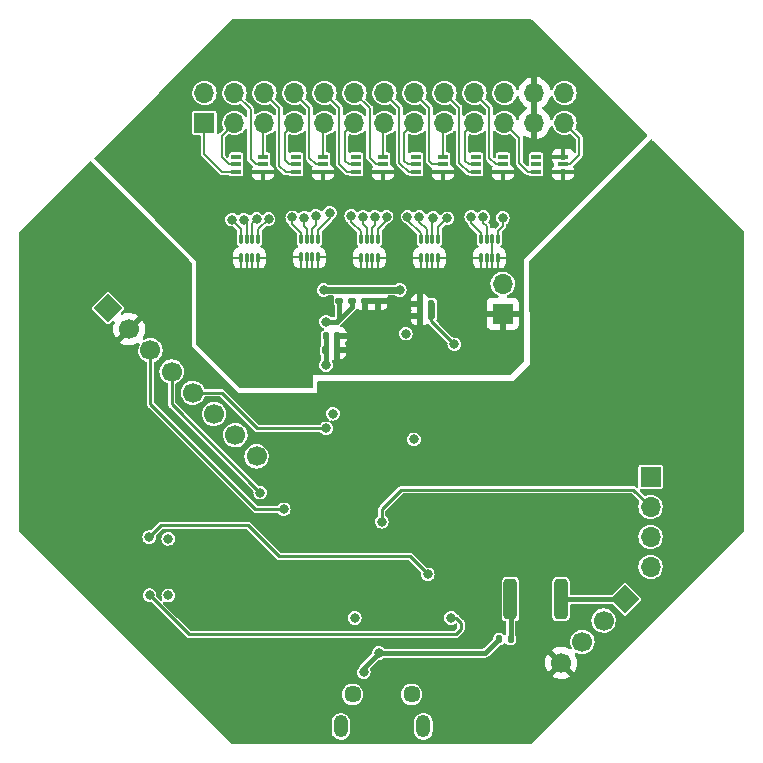
<source format=gbr>
%TF.GenerationSoftware,KiCad,Pcbnew,(6.0.10)*%
%TF.CreationDate,2023-01-11T14:45:21-05:00*%
%TF.ProjectId,cyton hat,6379746f-6e20-4686-9174-2e6b69636164,rev?*%
%TF.SameCoordinates,Original*%
%TF.FileFunction,Copper,L4,Bot*%
%TF.FilePolarity,Positive*%
%FSLAX46Y46*%
G04 Gerber Fmt 4.6, Leading zero omitted, Abs format (unit mm)*
G04 Created by KiCad (PCBNEW (6.0.10)) date 2023-01-11 14:45:21*
%MOMM*%
%LPD*%
G01*
G04 APERTURE LIST*
G04 Aperture macros list*
%AMRoundRect*
0 Rectangle with rounded corners*
0 $1 Rounding radius*
0 $2 $3 $4 $5 $6 $7 $8 $9 X,Y pos of 4 corners*
0 Add a 4 corners polygon primitive as box body*
4,1,4,$2,$3,$4,$5,$6,$7,$8,$9,$2,$3,0*
0 Add four circle primitives for the rounded corners*
1,1,$1+$1,$2,$3*
1,1,$1+$1,$4,$5*
1,1,$1+$1,$6,$7*
1,1,$1+$1,$8,$9*
0 Add four rect primitives between the rounded corners*
20,1,$1+$1,$2,$3,$4,$5,0*
20,1,$1+$1,$4,$5,$6,$7,0*
20,1,$1+$1,$6,$7,$8,$9,0*
20,1,$1+$1,$8,$9,$2,$3,0*%
%AMHorizOval*
0 Thick line with rounded ends*
0 $1 width*
0 $2 $3 position (X,Y) of the first rounded end (center of the circle)*
0 $4 $5 position (X,Y) of the second rounded end (center of the circle)*
0 Add line between two ends*
20,1,$1,$2,$3,$4,$5,0*
0 Add two circle primitives to create the rounded ends*
1,1,$1,$2,$3*
1,1,$1,$4,$5*%
%AMRotRect*
0 Rectangle, with rotation*
0 The origin of the aperture is its center*
0 $1 length*
0 $2 width*
0 $3 Rotation angle, in degrees counterclockwise*
0 Add horizontal line*
21,1,$1,$2,0,0,$3*%
G04 Aperture macros list end*
%TA.AperFunction,ComponentPad*%
%ADD10RotRect,1.700000X1.700000X315.000000*%
%TD*%
%TA.AperFunction,ComponentPad*%
%ADD11HorizOval,1.700000X0.000000X0.000000X0.000000X0.000000X0*%
%TD*%
%TA.AperFunction,ComponentPad*%
%ADD12R,1.700000X1.700000*%
%TD*%
%TA.AperFunction,ComponentPad*%
%ADD13O,1.700000X1.700000*%
%TD*%
%TA.AperFunction,ComponentPad*%
%ADD14O,1.200000X1.900000*%
%TD*%
%TA.AperFunction,ComponentPad*%
%ADD15C,1.450000*%
%TD*%
%TA.AperFunction,ComponentPad*%
%ADD16RotRect,1.700000X1.700000X45.000000*%
%TD*%
%TA.AperFunction,ComponentPad*%
%ADD17HorizOval,1.700000X0.000000X0.000000X0.000000X0.000000X0*%
%TD*%
%TA.AperFunction,SMDPad,CuDef*%
%ADD18RoundRect,0.140000X0.140000X0.170000X-0.140000X0.170000X-0.140000X-0.170000X0.140000X-0.170000X0*%
%TD*%
%TA.AperFunction,SMDPad,CuDef*%
%ADD19RoundRect,0.140000X-0.170000X0.140000X-0.170000X-0.140000X0.170000X-0.140000X0.170000X0.140000X0*%
%TD*%
%TA.AperFunction,SMDPad,CuDef*%
%ADD20RoundRect,0.010500X0.094500X-0.374500X0.094500X0.374500X-0.094500X0.374500X-0.094500X-0.374500X0*%
%TD*%
%TA.AperFunction,SMDPad,CuDef*%
%ADD21RoundRect,0.010500X-0.094500X0.374500X-0.094500X-0.374500X0.094500X-0.374500X0.094500X0.374500X0*%
%TD*%
%TA.AperFunction,SMDPad,CuDef*%
%ADD22R,0.850900X0.355600*%
%TD*%
%TA.AperFunction,SMDPad,CuDef*%
%ADD23RoundRect,0.250000X0.312500X1.450000X-0.312500X1.450000X-0.312500X-1.450000X0.312500X-1.450000X0*%
%TD*%
%TA.AperFunction,SMDPad,CuDef*%
%ADD24RoundRect,0.140000X-0.140000X-0.170000X0.140000X-0.170000X0.140000X0.170000X-0.140000X0.170000X0*%
%TD*%
%TA.AperFunction,SMDPad,CuDef*%
%ADD25RoundRect,0.147500X0.147500X0.172500X-0.147500X0.172500X-0.147500X-0.172500X0.147500X-0.172500X0*%
%TD*%
%TA.AperFunction,ViaPad*%
%ADD26C,0.800000*%
%TD*%
%TA.AperFunction,Conductor*%
%ADD27C,0.406400*%
%TD*%
%TA.AperFunction,Conductor*%
%ADD28C,0.203200*%
%TD*%
%TA.AperFunction,Conductor*%
%ADD29C,0.250000*%
%TD*%
%TA.AperFunction,Conductor*%
%ADD30C,0.558800*%
%TD*%
G04 APERTURE END LIST*
D10*
%TO.P,J3,1,Pin_1*%
%TO.N,VCOM*%
X160248600Y-125323600D03*
D11*
%TO.P,J3,2,Pin_2*%
%TO.N,unconnected-(J3-Pad2)*%
X158452549Y-127119651D03*
%TO.P,J3,3,Pin_3*%
%TO.N,VDD*%
X156656498Y-128915702D03*
%TO.P,J3,4,Pin_4*%
%TO.N,GNDA*%
X154860446Y-130711754D03*
%TD*%
D12*
%TO.P,J1,1,Pin_1*%
%TO.N,VSSA*%
X124663200Y-84988400D03*
D13*
%TO.P,J1,2,Pin_2*%
X124663200Y-82448400D03*
%TO.P,J1,3,Pin_3*%
%TO.N,/SRB1*%
X127203200Y-84988400D03*
%TO.P,J1,4,Pin_4*%
%TO.N,/SRB2*%
X127203200Y-82448400D03*
%TO.P,J1,5,Pin_5*%
%TO.N,/1P*%
X129743200Y-84988400D03*
%TO.P,J1,6,Pin_6*%
%TO.N,/1N*%
X129743200Y-82448400D03*
%TO.P,J1,7,Pin_7*%
%TO.N,/2P*%
X132283200Y-84988400D03*
%TO.P,J1,8,Pin_8*%
%TO.N,/2N*%
X132283200Y-82448400D03*
%TO.P,J1,9,Pin_9*%
%TO.N,/3P*%
X134823200Y-84988400D03*
%TO.P,J1,10,Pin_10*%
%TO.N,/3N*%
X134823200Y-82448400D03*
%TO.P,J1,11,Pin_11*%
%TO.N,/4P*%
X137363200Y-84988400D03*
%TO.P,J1,12,Pin_12*%
%TO.N,/4N*%
X137363200Y-82448400D03*
%TO.P,J1,13,Pin_13*%
%TO.N,/5P*%
X139903200Y-84988400D03*
%TO.P,J1,14,Pin_14*%
%TO.N,/5N*%
X139903200Y-82448400D03*
%TO.P,J1,15,Pin_15*%
%TO.N,/6P*%
X142443200Y-84988400D03*
%TO.P,J1,16,Pin_16*%
%TO.N,/6N*%
X142443200Y-82448400D03*
%TO.P,J1,17,Pin_17*%
%TO.N,/7P*%
X144983200Y-84988400D03*
%TO.P,J1,18,Pin_18*%
%TO.N,/7N*%
X144983200Y-82448400D03*
%TO.P,J1,19,Pin_19*%
%TO.N,/8P*%
X147523200Y-84988400D03*
%TO.P,J1,20,Pin_20*%
%TO.N,/8N*%
X147523200Y-82448400D03*
%TO.P,J1,21,Pin_21*%
%TO.N,/BIAS*%
X150063200Y-84988400D03*
%TO.P,J1,22,Pin_22*%
X150063200Y-82448400D03*
%TO.P,J1,23,Pin_23*%
%TO.N,GNDA*%
X152603200Y-84988400D03*
%TO.P,J1,24,Pin_24*%
X152603200Y-82448400D03*
%TO.P,J1,25,Pin_25*%
%TO.N,VDDA*%
X155143200Y-84988400D03*
%TO.P,J1,26,Pin_26*%
X155143200Y-82448400D03*
%TD*%
D12*
%TO.P,J5,1,Pin_1*%
%TO.N,/RXD*%
X162433000Y-114960400D03*
D13*
%TO.P,J5,2,Pin_2*%
%TO.N,/TXD*%
X162433000Y-117500400D03*
%TO.P,J5,3,Pin_3*%
%TO.N,unconnected-(J5-Pad3)*%
X162433000Y-120040400D03*
%TO.P,J5,4,Pin_4*%
%TO.N,unconnected-(J5-Pad4)*%
X162433000Y-122580400D03*
%TD*%
D14*
%TO.P,CONN1,6,Shield*%
%TO.N,unconnected-(CONN1-Pad6)*%
X136200000Y-136080300D03*
X143200000Y-136080300D03*
D15*
X137200000Y-133380300D03*
X142200000Y-133380300D03*
%TD*%
D12*
%TO.P,J4,1,Pin_1*%
%TO.N,GNDA*%
X149910800Y-101142800D03*
D13*
%TO.P,J4,2,Pin_2*%
%TO.N,/BIAS_INV*%
X149910800Y-98602800D03*
%TD*%
D16*
%TO.P,J2,1,Pin_1*%
%TO.N,VDD*%
X116500000Y-100650000D03*
D17*
%TO.P,J2,2,Pin_2*%
%TO.N,GNDA*%
X118296051Y-102446051D03*
%TO.P,J2,3,Pin_3*%
%TO.N,/_MISO*%
X120092102Y-104242102D03*
%TO.P,J2,4,Pin_4*%
%TO.N,/SCLK*%
X121888154Y-106038154D03*
%TO.P,J2,5,Pin_5*%
%TO.N,/RESET*%
X123684205Y-107834205D03*
%TO.P,J2,6,Pin_6*%
%TO.N,/CLK*%
X125480256Y-109630256D03*
%TO.P,J2,7,Pin_7*%
%TO.N,/MOSI*%
X127276307Y-111426307D03*
%TO.P,J2,8,Pin_8*%
%TO.N,/CS2*%
X129072359Y-113222359D03*
%TD*%
D18*
%TO.P,C26,1*%
%TO.N,VDDA*%
X143865600Y-101346000D03*
%TO.P,C26,2*%
%TO.N,GNDA*%
X142905600Y-101346000D03*
%TD*%
D19*
%TO.P,C25,1*%
%TO.N,VDDA*%
X136093200Y-99136200D03*
%TO.P,C25,2*%
%TO.N,VSSA*%
X136093200Y-100096200D03*
%TD*%
D20*
%TO.P,C5,1*%
%TO.N,GNDA*%
X149543200Y-96405600D03*
%TO.P,C5,2*%
X149043200Y-96405600D03*
%TO.P,C5,3*%
X148543200Y-96405600D03*
%TO.P,C5,4*%
X148043200Y-96405600D03*
D21*
%TO.P,C5,5*%
%TO.N,/Daisy Functionality/IN8P*%
X148043200Y-94805600D03*
%TO.P,C5,6*%
%TO.N,/Daisy Functionality/IN8N*%
X148543200Y-94805600D03*
%TO.P,C5,7*%
%TO.N,GNDA*%
X149043200Y-94805600D03*
%TO.P,C5,8*%
%TO.N,/Daisy Functionality/BIAS_DRV*%
X149543200Y-94805600D03*
%TD*%
D20*
%TO.P,C4,1*%
%TO.N,GNDA*%
X144463200Y-96405600D03*
%TO.P,C4,2*%
X143963200Y-96405600D03*
%TO.P,C4,3*%
X143463200Y-96405600D03*
%TO.P,C4,4*%
X142963200Y-96405600D03*
D21*
%TO.P,C4,5*%
%TO.N,/Daisy Functionality/IN6P*%
X142963200Y-94805600D03*
%TO.P,C4,6*%
%TO.N,/Daisy Functionality/IN6N*%
X143463200Y-94805600D03*
%TO.P,C4,7*%
%TO.N,/Daisy Functionality/IN7P*%
X143963200Y-94805600D03*
%TO.P,C4,8*%
%TO.N,/Daisy Functionality/IN7N*%
X144463200Y-94805600D03*
%TD*%
D19*
%TO.P,C20,1*%
%TO.N,VDDA*%
X138252200Y-99136200D03*
%TO.P,C20,2*%
%TO.N,GNDA*%
X138252200Y-100096200D03*
%TD*%
D22*
%TO.P,D4,1,IO1*%
%TO.N,/7P*%
X144849850Y-87843601D03*
%TO.P,D4,2,IO2*%
%TO.N,/6N*%
X144849850Y-88493600D03*
%TO.P,D4,3,GND*%
%TO.N,GNDA*%
X144849850Y-89143599D03*
%TO.P,D4,4,IO3*%
%TO.N,/5N*%
X142576550Y-89143599D03*
%TO.P,D4,5,IO4*%
%TO.N,/6P*%
X142576550Y-88493600D03*
%TO.P,D4,6,NC*%
%TO.N,unconnected-(D4-Pad6)*%
X142576550Y-87843601D03*
%TD*%
%TO.P,D6,1,IO1*%
%TO.N,GNDA*%
X155009850Y-87843601D03*
%TO.P,D6,2,IO2*%
%TO.N,VDDA*%
X155009850Y-88493600D03*
%TO.P,D6,3,GND*%
%TO.N,GNDA*%
X155009850Y-89143599D03*
%TO.P,D6,4,IO3*%
%TO.N,/BIAS*%
X152736550Y-89143599D03*
%TO.P,D6,5,IO4*%
%TO.N,unconnected-(D6-Pad5)*%
X152736550Y-88493600D03*
%TO.P,D6,6,NC*%
%TO.N,unconnected-(D6-Pad6)*%
X152736550Y-87843601D03*
%TD*%
D20*
%TO.P,C1,1*%
%TO.N,GNDA*%
X129223200Y-96405600D03*
%TO.P,C1,2*%
X128723200Y-96405600D03*
%TO.P,C1,3*%
X128223200Y-96405600D03*
%TO.P,C1,4*%
X127723200Y-96405600D03*
D21*
%TO.P,C1,5*%
%TO.N,/Daisy Functionality/_SRB1*%
X127723200Y-94805600D03*
%TO.P,C1,6*%
%TO.N,/Daisy Functionality/_SRB2*%
X128223200Y-94805600D03*
%TO.P,C1,7*%
%TO.N,/Daisy Functionality/IN1P*%
X128723200Y-94805600D03*
%TO.P,C1,8*%
%TO.N,/Daisy Functionality/IN1N*%
X129223200Y-94805600D03*
%TD*%
D23*
%TO.P,F1,1*%
%TO.N,VCOM*%
X154842300Y-125298200D03*
%TO.P,F1,2*%
%TO.N,Net-(F1-Pad2)*%
X150567300Y-125298200D03*
%TD*%
D24*
%TO.P,C9,1*%
%TO.N,VSSA*%
X134902000Y-104244200D03*
%TO.P,C9,2*%
%TO.N,GNDA*%
X135862000Y-104244200D03*
%TD*%
D22*
%TO.P,D3,1,IO1*%
%TO.N,/5P*%
X139769850Y-87843601D03*
%TO.P,D3,2,IO2*%
%TO.N,/4N*%
X139769850Y-88493600D03*
%TO.P,D3,3,GND*%
%TO.N,GNDA*%
X139769850Y-89143599D03*
%TO.P,D3,4,IO3*%
%TO.N,/3N*%
X137496550Y-89143599D03*
%TO.P,D3,5,IO4*%
%TO.N,/4P*%
X137496550Y-88493600D03*
%TO.P,D3,6,NC*%
%TO.N,unconnected-(D3-Pad6)*%
X137496550Y-87843601D03*
%TD*%
D19*
%TO.P,C23,1*%
%TO.N,VDDA*%
X137160000Y-99136200D03*
%TO.P,C23,2*%
%TO.N,VSSA*%
X137160000Y-100096200D03*
%TD*%
D20*
%TO.P,C3,1*%
%TO.N,GNDA*%
X139383200Y-96391300D03*
%TO.P,C3,2*%
X138883200Y-96391300D03*
%TO.P,C3,3*%
X138383200Y-96391300D03*
%TO.P,C3,4*%
X137883200Y-96391300D03*
D21*
%TO.P,C3,5*%
%TO.N,/Daisy Functionality/IN4P*%
X137883200Y-94791300D03*
%TO.P,C3,6*%
%TO.N,/Daisy Functionality/IN4N*%
X138383200Y-94791300D03*
%TO.P,C3,7*%
%TO.N,/Daisy Functionality/IN5P*%
X138883200Y-94791300D03*
%TO.P,C3,8*%
%TO.N,/Daisy Functionality/IN5N*%
X139383200Y-94791300D03*
%TD*%
D25*
%TO.P,L2,1,1*%
%TO.N,Net-(F1-Pad2)*%
X150573600Y-128701800D03*
%TO.P,L2,2,2*%
%TO.N,Net-(C16-Pad1)*%
X149603600Y-128701800D03*
%TD*%
D18*
%TO.P,C24,1*%
%TO.N,VDDA*%
X143865600Y-100279200D03*
%TO.P,C24,2*%
%TO.N,GNDA*%
X142905600Y-100279200D03*
%TD*%
D22*
%TO.P,D1,1,IO1*%
%TO.N,/1P*%
X129609850Y-87843601D03*
%TO.P,D1,2,IO2*%
%TO.N,/SRB2*%
X129609850Y-88493600D03*
%TO.P,D1,3,GND*%
%TO.N,GNDA*%
X129609850Y-89143599D03*
%TO.P,D1,4,IO3*%
%TO.N,VSSA*%
X127336550Y-89143599D03*
%TO.P,D1,5,IO4*%
%TO.N,/SRB1*%
X127336550Y-88493600D03*
%TO.P,D1,6,NC*%
%TO.N,unconnected-(D1-Pad6)*%
X127336550Y-87843601D03*
%TD*%
D20*
%TO.P,C2,1*%
%TO.N,GNDA*%
X134303200Y-96380200D03*
%TO.P,C2,2*%
X133803200Y-96380200D03*
%TO.P,C2,3*%
X133303200Y-96380200D03*
%TO.P,C2,4*%
X132803200Y-96380200D03*
D21*
%TO.P,C2,5*%
%TO.N,/Daisy Functionality/IN2P*%
X132803200Y-94780200D03*
%TO.P,C2,6*%
%TO.N,/Daisy Functionality/IN2N*%
X133303200Y-94780200D03*
%TO.P,C2,7*%
%TO.N,/Daisy Functionality/IN3P*%
X133803200Y-94780200D03*
%TO.P,C2,8*%
%TO.N,/Daisy Functionality/IN3N*%
X134303200Y-94780200D03*
%TD*%
D19*
%TO.P,C22,1*%
%TO.N,VDDA*%
X139344400Y-99136200D03*
%TO.P,C22,2*%
%TO.N,GNDA*%
X139344400Y-100096200D03*
%TD*%
D22*
%TO.P,D2,1,IO1*%
%TO.N,/3P*%
X134689850Y-87843601D03*
%TO.P,D2,2,IO2*%
%TO.N,/2N*%
X134689850Y-88493600D03*
%TO.P,D2,3,GND*%
%TO.N,GNDA*%
X134689850Y-89143599D03*
%TO.P,D2,4,IO3*%
%TO.N,/1N*%
X132416550Y-89143599D03*
%TO.P,D2,5,IO4*%
%TO.N,/2P*%
X132416550Y-88493600D03*
%TO.P,D2,6,NC*%
%TO.N,unconnected-(D2-Pad6)*%
X132416550Y-87843601D03*
%TD*%
D24*
%TO.P,C7,1*%
%TO.N,VSSA*%
X134952800Y-103047800D03*
%TO.P,C7,2*%
%TO.N,GNDA*%
X135912800Y-103047800D03*
%TD*%
D22*
%TO.P,D5,1,IO1*%
%TO.N,unconnected-(D5-Pad1)*%
X149929850Y-87843601D03*
%TO.P,D5,2,IO2*%
%TO.N,/8N*%
X149929850Y-88493600D03*
%TO.P,D5,3,GND*%
%TO.N,GNDA*%
X149929850Y-89143599D03*
%TO.P,D5,4,IO3*%
%TO.N,/7N*%
X147656550Y-89143599D03*
%TO.P,D5,5,IO4*%
%TO.N,/8P*%
X147656550Y-88493600D03*
%TO.P,D5,6,NC*%
%TO.N,unconnected-(D5-Pad6)*%
X147656550Y-87843601D03*
%TD*%
D26*
%TO.N,/Daisy Functionality/_SRB1*%
X127003697Y-93167200D03*
%TO.N,/Daisy Functionality/_SRB2*%
X128003200Y-93167200D03*
%TO.N,/Daisy Functionality/IN1P*%
X129070100Y-93103700D03*
%TO.N,/Daisy Functionality/IN1N*%
X130086327Y-93130684D03*
%TO.N,/Daisy Functionality/IN2P*%
X132096905Y-92986254D03*
%TO.N,/Daisy Functionality/IN2N*%
X133096000Y-93014800D03*
%TO.N,/Daisy Functionality/IN3P*%
X134094731Y-92842500D03*
%TO.N,/Daisy Functionality/IN3N*%
X135275931Y-92594901D03*
%TO.N,/Daisy Functionality/IN4P*%
X137083800Y-92862400D03*
%TO.N,/Daisy Functionality/IN4N*%
X138081846Y-92916348D03*
%TO.N,/Daisy Functionality/IN5P*%
X139081343Y-92913148D03*
%TO.N,/Daisy Functionality/IN5N*%
X140080845Y-92913206D03*
%TO.N,/Daisy Functionality/IN6P*%
X141851353Y-92913928D03*
%TO.N,/Daisy Functionality/IN6N*%
X142849600Y-92964000D03*
%TO.N,/Daisy Functionality/IN7P*%
X144030600Y-93015374D03*
%TO.N,/Daisy Functionality/IN7N*%
X145237200Y-93065600D03*
%TO.N,/Daisy Functionality/IN8P*%
X147243800Y-92913200D03*
%TO.N,/Daisy Functionality/IN8N*%
X148259800Y-92964000D03*
%TO.N,/Daisy Functionality/BIAS_DRV*%
X149923200Y-93027800D03*
%TO.N,VSSA*%
X134950200Y-101803200D03*
X134950200Y-105486200D03*
X141706600Y-102819200D03*
%TO.N,Net-(C16-Pad1)*%
X139420600Y-129870200D03*
X138150600Y-131495800D03*
%TO.N,VDD*%
X135534400Y-109601000D03*
X142392400Y-111785400D03*
X121589800Y-120192800D03*
X137388600Y-126898400D03*
X121589800Y-124993400D03*
%TO.N,VDDA*%
X141198600Y-99136200D03*
X134747000Y-99136200D03*
X145821400Y-103733600D03*
%TO.N,Net-(D10-Pad1)*%
X119989600Y-120065800D03*
X143573500Y-123202700D03*
%TO.N,Net-(D11-Pad1)*%
X145542000Y-126898400D03*
X120015000Y-124968000D03*
%TO.N,/_MISO*%
X131368800Y-117703600D03*
%TO.N,/SCLK*%
X129387600Y-116281200D03*
%TO.N,/RESET*%
X134975600Y-110845600D03*
%TO.N,/TXD*%
X139674600Y-118745000D03*
%TD*%
D27*
%TO.N,VSSA*%
X136093200Y-100096200D02*
X136093200Y-101625400D01*
X136093200Y-101625400D02*
X135915400Y-101803200D01*
X134950200Y-101803200D02*
X135915400Y-101803200D01*
X135915400Y-101803200D02*
X137160000Y-100558600D01*
X137160000Y-100558600D02*
X137160000Y-100096200D01*
D28*
%TO.N,GNDA*%
X137883200Y-96391300D02*
X137883200Y-97548000D01*
X139383200Y-96391300D02*
X140155500Y-96391300D01*
X139383200Y-96391300D02*
X139383200Y-97522600D01*
X148043200Y-96405600D02*
X148043200Y-97524000D01*
X149543200Y-96405600D02*
X150329800Y-96405600D01*
X149043200Y-96405600D02*
X149043200Y-97540000D01*
X128723200Y-96405600D02*
X128723200Y-97557400D01*
X134303200Y-96380200D02*
X135216800Y-96380200D01*
X149043200Y-97540000D02*
X148793200Y-97790000D01*
X128223200Y-96405600D02*
X128223200Y-97489200D01*
X127723200Y-96405600D02*
X126784000Y-96405600D01*
X138383200Y-96391300D02*
X138383200Y-97514600D01*
X142963200Y-96405600D02*
X142963200Y-97524000D01*
X137883200Y-96391300D02*
X137060100Y-96391300D01*
X148043200Y-96405600D02*
X147281800Y-96405600D01*
X133303200Y-96380200D02*
X133303200Y-97590800D01*
X132803200Y-96380200D02*
X132803200Y-97598800D01*
X143963200Y-96405600D02*
X143963200Y-97413000D01*
X149543200Y-96405600D02*
X149543200Y-97370200D01*
X129223200Y-96405600D02*
X130162200Y-96405600D01*
X144463200Y-96405600D02*
X144463200Y-97549400D01*
X132803200Y-96380200D02*
X131889400Y-96380200D01*
X133803200Y-96380200D02*
X133803200Y-97582800D01*
X148793200Y-97790000D02*
X148543200Y-97540000D01*
X127723200Y-96405600D02*
X127723200Y-97497200D01*
X129223200Y-96405600D02*
X129223200Y-97498600D01*
X134303200Y-96380200D02*
X134303200Y-97549400D01*
X142963200Y-96405600D02*
X142100200Y-96405600D01*
X148543200Y-97540000D02*
X148543200Y-96405600D01*
X143463200Y-96405600D02*
X143463200Y-97481200D01*
X149043200Y-94805600D02*
X149043200Y-96405600D01*
X144463200Y-96405600D02*
X145376800Y-96405600D01*
X138883200Y-96391300D02*
X138883200Y-97540000D01*
%TO.N,/Daisy Functionality/_SRB1*%
X127723200Y-93966600D02*
X127723200Y-94805600D01*
X127003697Y-93167200D02*
X127003697Y-93247097D01*
X127003697Y-93247097D02*
X127723200Y-93966600D01*
%TO.N,/Daisy Functionality/_SRB2*%
X128223200Y-94805600D02*
X128223200Y-93387200D01*
X128223200Y-93387200D02*
X128003200Y-93167200D01*
%TO.N,/Daisy Functionality/IN1P*%
X129070100Y-93103700D02*
X128723200Y-93450600D01*
X128723200Y-93450600D02*
X128723200Y-94805600D01*
%TO.N,/Daisy Functionality/IN1N*%
X129223200Y-94805600D02*
X129223200Y-93993811D01*
X129223200Y-93993811D02*
X130086327Y-93130684D01*
%TO.N,/Daisy Functionality/IN2P*%
X132096905Y-93565105D02*
X132096905Y-92986254D01*
X132803200Y-94780200D02*
X132803200Y-94271400D01*
X132803200Y-94271400D02*
X132096905Y-93565105D01*
%TO.N,/Daisy Functionality/IN2N*%
X133303200Y-93958600D02*
X133303200Y-94780200D01*
X133096000Y-93014800D02*
X133096000Y-93751400D01*
X133096000Y-93751400D02*
X133303200Y-93958600D01*
%TO.N,/Daisy Functionality/IN3P*%
X133803200Y-93958600D02*
X134094731Y-93667069D01*
X134094731Y-93667069D02*
X134094731Y-92842500D01*
X133803200Y-94780200D02*
X133803200Y-93958600D01*
%TO.N,/Daisy Functionality/IN3N*%
X135275931Y-93070069D02*
X135275931Y-92594901D01*
X134303200Y-94780200D02*
X134303200Y-94042800D01*
X134303200Y-94042800D02*
X135275931Y-93070069D01*
%TO.N,/Daisy Functionality/IN4P*%
X137883200Y-94144400D02*
X137083800Y-93345000D01*
X137083800Y-93345000D02*
X137083800Y-92862400D01*
X137883200Y-94791300D02*
X137883200Y-94144400D01*
%TO.N,/Daisy Functionality/IN4N*%
X138081846Y-93581046D02*
X138081846Y-92916348D01*
X138383200Y-93882400D02*
X138081846Y-93581046D01*
X138383200Y-94791300D02*
X138383200Y-93882400D01*
%TO.N,/Daisy Functionality/IN5P*%
X138883200Y-94791300D02*
X138883200Y-93857000D01*
X139081343Y-93658857D02*
X139081343Y-92913148D01*
X138883200Y-93857000D02*
X139081343Y-93658857D01*
%TO.N,/Daisy Functionality/IN5N*%
X139383200Y-94791300D02*
X139383200Y-93941200D01*
X140080845Y-93243555D02*
X140080845Y-92913206D01*
X139383200Y-93941200D02*
X140080845Y-93243555D01*
%TO.N,/Daisy Functionality/IN6P*%
X142963200Y-94347600D02*
X141851353Y-93235753D01*
X141851353Y-93235753D02*
X141851353Y-92913928D01*
X142963200Y-94805600D02*
X142963200Y-94347600D01*
%TO.N,/Daisy Functionality/IN6N*%
X142849600Y-93379224D02*
X142849600Y-92964000D01*
X143463200Y-93992824D02*
X142849600Y-93379224D01*
X143463200Y-94805600D02*
X143463200Y-93992824D01*
%TO.N,/Daisy Functionality/IN7P*%
X143963200Y-93082774D02*
X144030600Y-93015374D01*
X143963200Y-94805600D02*
X143963200Y-93082774D01*
%TO.N,/Daisy Functionality/IN7N*%
X144463200Y-94805600D02*
X144463200Y-93839600D01*
X144463200Y-93839600D02*
X145237200Y-93065600D01*
%TO.N,/Daisy Functionality/IN8P*%
X147243800Y-93497400D02*
X147243800Y-92913200D01*
X148043200Y-94296800D02*
X147243800Y-93497400D01*
X148043200Y-94805600D02*
X148043200Y-94296800D01*
%TO.N,/Daisy Functionality/IN8N*%
X148543200Y-94805600D02*
X148543200Y-93704600D01*
X148259800Y-93421200D02*
X148259800Y-92964000D01*
X148543200Y-93704600D02*
X148259800Y-93421200D01*
%TO.N,/Daisy Functionality/BIAS_DRV*%
X149923200Y-93027800D02*
X149923200Y-93739000D01*
X149543200Y-94119000D02*
X149543200Y-94805600D01*
X149923200Y-93739000D02*
X149543200Y-94119000D01*
D27*
%TO.N,VSSA*%
X134950200Y-105486200D02*
X134950200Y-104742400D01*
X134952800Y-104739800D02*
X134952800Y-103047800D01*
D29*
X134950200Y-104742400D02*
X134952800Y-104739800D01*
D28*
X126176799Y-89143599D02*
X127336550Y-89143599D01*
D29*
X134952800Y-104193400D02*
X134902000Y-104244200D01*
D28*
X124663200Y-84988400D02*
X124663200Y-87630000D01*
X124663200Y-87630000D02*
X126176799Y-89143599D01*
D27*
X134952800Y-103047800D02*
X134952800Y-104193400D01*
%TO.N,Net-(C16-Pad1)*%
X139420600Y-129870200D02*
X138150600Y-131140200D01*
X148435200Y-129870200D02*
X149603600Y-128701800D01*
X138150600Y-131140200D02*
X138150600Y-131495800D01*
X139420600Y-129870200D02*
X148435200Y-129870200D01*
D29*
%TO.N,VDDA*%
X143865600Y-101777800D02*
X143865600Y-101346000D01*
D30*
X136093200Y-99136200D02*
X134747000Y-99136200D01*
X137160000Y-99136200D02*
X136093200Y-99136200D01*
D28*
X155143200Y-84988400D02*
X156413200Y-86258400D01*
X155613101Y-88493600D02*
X155009850Y-88493600D01*
D30*
X139344400Y-99136200D02*
X138252200Y-99136200D01*
D28*
X156413200Y-86258400D02*
X156413200Y-87693501D01*
D30*
X138252200Y-99136200D02*
X137160000Y-99136200D01*
X143865600Y-100279200D02*
X143865600Y-101346000D01*
D29*
X145821400Y-103733600D02*
X143865600Y-101777800D01*
D28*
X156413200Y-87693501D02*
X155613101Y-88493600D01*
D30*
X139344400Y-99136200D02*
X141198600Y-99136200D01*
D28*
%TO.N,/1P*%
X129609850Y-85121750D02*
X129743200Y-84988400D01*
X129609850Y-87843601D02*
X129609850Y-85121750D01*
%TO.N,/SRB2*%
X129006599Y-88493600D02*
X129609850Y-88493600D01*
X128568200Y-88055201D02*
X129006599Y-88493600D01*
X128568200Y-83813400D02*
X128568200Y-88055201D01*
X127203200Y-82448400D02*
X128568200Y-83813400D01*
%TO.N,/3P*%
X134689850Y-85121750D02*
X134823200Y-84988400D01*
X134689850Y-87843601D02*
X134689850Y-85121750D01*
%TO.N,/2N*%
X133553200Y-87982400D02*
X133553200Y-83718400D01*
X134064400Y-88493600D02*
X133553200Y-87982400D01*
X133553200Y-83718400D02*
X132283200Y-82448400D01*
X134689850Y-88493600D02*
X134064400Y-88493600D01*
%TO.N,/1N*%
X131013200Y-83743800D02*
X129743200Y-82473800D01*
X132416550Y-89143599D02*
X131536199Y-89143599D01*
X131536199Y-89143599D02*
X131013200Y-88620600D01*
X131013200Y-88620600D02*
X131013200Y-83743800D01*
X129743200Y-82473800D02*
X129743200Y-82448400D01*
%TO.N,/2P*%
X132416550Y-88493600D02*
X131860099Y-88493600D01*
X131470400Y-85801200D02*
X132283200Y-84988400D01*
X131470400Y-88103901D02*
X131470400Y-85801200D01*
X131860099Y-88493600D02*
X131470400Y-88103901D01*
%TO.N,/5P*%
X139769850Y-85121750D02*
X139903200Y-84988400D01*
X139769850Y-87843601D02*
X139769850Y-85121750D01*
%TO.N,/4N*%
X138658600Y-83743800D02*
X137363200Y-82448400D01*
X139216599Y-88493600D02*
X138658600Y-87935601D01*
X139769850Y-88493600D02*
X139216599Y-88493600D01*
X138658600Y-87935601D02*
X138658600Y-83743800D01*
%TO.N,/3N*%
X136093200Y-83718400D02*
X136093200Y-88468200D01*
X136093200Y-88468200D02*
X136768599Y-89143599D01*
X136768599Y-89143599D02*
X137496550Y-89143599D01*
X134823200Y-82448400D02*
X136093200Y-83718400D01*
%TO.N,/4P*%
X136575800Y-88198300D02*
X136575800Y-85775800D01*
X136575800Y-85775800D02*
X137363200Y-84988400D01*
X136871100Y-88493600D02*
X136575800Y-88198300D01*
X137496550Y-88493600D02*
X136871100Y-88493600D01*
%TO.N,/7P*%
X144849850Y-85121750D02*
X144983200Y-84988400D01*
X144849850Y-87843601D02*
X144849850Y-85121750D01*
%TO.N,/6N*%
X143713200Y-83718400D02*
X143713200Y-88239600D01*
X143713200Y-88239600D02*
X143967200Y-88493600D01*
X142443200Y-82448400D02*
X143713200Y-83718400D01*
X143967200Y-88493600D02*
X144849850Y-88493600D01*
%TO.N,/5N*%
X142576550Y-89143599D02*
X141951100Y-89143599D01*
X141173200Y-88365699D02*
X141173200Y-83718400D01*
X141951100Y-89143599D02*
X141173200Y-88365699D01*
X141173200Y-83718400D02*
X139903200Y-82448400D01*
%TO.N,/6P*%
X141583493Y-88210306D02*
X141583493Y-85848107D01*
X141866787Y-88493600D02*
X141583493Y-88210306D01*
X141583493Y-85848107D02*
X142443200Y-84988400D01*
X142576550Y-88493600D02*
X141866787Y-88493600D01*
%TO.N,/8N*%
X148793200Y-83718400D02*
X147523200Y-82448400D01*
X149304400Y-88493600D02*
X148793200Y-87982400D01*
X148793200Y-87982400D02*
X148793200Y-83718400D01*
X149929850Y-88493600D02*
X149304400Y-88493600D01*
%TO.N,/7N*%
X144983200Y-82448400D02*
X146227800Y-83693000D01*
X146227800Y-88340299D02*
X147031100Y-89143599D01*
X146227800Y-83693000D02*
X146227800Y-88340299D01*
X147031100Y-89143599D02*
X147656550Y-89143599D01*
%TO.N,/8P*%
X147031100Y-88493600D02*
X146735800Y-88198300D01*
X146735800Y-85775800D02*
X147523200Y-84988400D01*
X147656550Y-88493600D02*
X147031100Y-88493600D01*
X146735800Y-88198300D02*
X146735800Y-85775800D01*
%TO.N,/BIAS*%
X152061100Y-89143599D02*
X152736550Y-89143599D01*
X151333200Y-86258400D02*
X151333200Y-88415699D01*
X151333200Y-88415699D02*
X152061100Y-89143599D01*
X150063200Y-84988400D02*
X151333200Y-86258400D01*
D29*
%TO.N,Net-(D10-Pad1)*%
X142062200Y-121691400D02*
X143573500Y-123202700D01*
X119989600Y-120065800D02*
X121005600Y-119049800D01*
X128346200Y-119049800D02*
X130987800Y-121691400D01*
X121005600Y-119049800D02*
X128346200Y-119049800D01*
X130987800Y-121691400D02*
X142062200Y-121691400D01*
%TO.N,Net-(D11-Pad1)*%
X145923000Y-128295400D02*
X146380200Y-127838200D01*
X123342400Y-128295400D02*
X145923000Y-128295400D01*
X146380200Y-127838200D02*
X146380200Y-127304800D01*
X145973800Y-126898400D02*
X145542000Y-126898400D01*
X146380200Y-127304800D02*
X145973800Y-126898400D01*
X120015000Y-124968000D02*
X123342400Y-128295400D01*
D27*
%TO.N,VCOM*%
X154867700Y-125323600D02*
X160248600Y-125323600D01*
D29*
X154842300Y-125298200D02*
X154867700Y-125323600D01*
%TO.N,Net-(F1-Pad2)*%
X150573600Y-125304500D02*
X150567300Y-125298200D01*
D27*
X150573600Y-128701800D02*
X150573600Y-125304500D01*
D29*
%TO.N,/_MISO*%
X120092102Y-108814502D02*
X120092102Y-104242102D01*
X128981200Y-117703600D02*
X120092102Y-108814502D01*
X131368800Y-117703600D02*
X128981200Y-117703600D01*
%TO.N,/SCLK*%
X121888154Y-106038154D02*
X121888154Y-108781754D01*
X121888154Y-108781754D02*
X129387600Y-116281200D01*
%TO.N,/RESET*%
X129133600Y-110845600D02*
X126122205Y-107834205D01*
X134975600Y-110845600D02*
X129133600Y-110845600D01*
X126122205Y-107834205D02*
X123684205Y-107834205D01*
%TO.N,/TXD*%
X160959800Y-116027200D02*
X162433000Y-117500400D01*
X139674600Y-117678200D02*
X141325600Y-116027200D01*
X141325600Y-116027200D02*
X160959800Y-116027200D01*
X139674600Y-118745000D02*
X139674600Y-117678200D01*
D28*
%TO.N,/SRB1*%
X126136400Y-86055200D02*
X127203200Y-84988400D01*
X127336550Y-88493600D02*
X126733299Y-88493600D01*
X126733299Y-88493600D02*
X126136400Y-87896701D01*
X126136400Y-87896701D02*
X126136400Y-86055200D01*
%TD*%
%TA.AperFunction,Conductor*%
%TO.N,GNDA*%
G36*
X152415517Y-76246402D02*
G01*
X152436491Y-76263305D01*
X162114598Y-85941412D01*
X162148624Y-86003724D01*
X162143559Y-86074539D01*
X162114598Y-86119602D01*
X151714200Y-96520000D01*
X151714200Y-105129210D01*
X151694198Y-105197331D01*
X151677295Y-105218305D01*
X150633347Y-106262253D01*
X150571035Y-106296279D01*
X150544634Y-106299157D01*
X133850716Y-106349745D01*
X133832600Y-106349800D01*
X133832600Y-107341400D01*
X133812598Y-107409521D01*
X133758942Y-107456014D01*
X133706600Y-107467400D01*
X127712590Y-107467400D01*
X127644469Y-107447398D01*
X127623495Y-107430495D01*
X123988905Y-103795905D01*
X123954879Y-103733593D01*
X123952000Y-103706810D01*
X123952000Y-99136200D01*
X134163710Y-99136200D01*
X134183585Y-99287167D01*
X134241856Y-99427845D01*
X134334552Y-99548648D01*
X134455355Y-99641344D01*
X134596033Y-99699615D01*
X134747000Y-99719490D01*
X134755188Y-99718412D01*
X134775781Y-99715701D01*
X134897967Y-99699615D01*
X135038645Y-99641344D01*
X135066544Y-99619936D01*
X135132763Y-99594337D01*
X135143246Y-99593900D01*
X135543158Y-99593900D01*
X135611279Y-99613902D01*
X135657772Y-99667558D01*
X135667876Y-99737832D01*
X135657354Y-99773148D01*
X135611003Y-99872547D01*
X135609745Y-99882103D01*
X135609744Y-99882106D01*
X135607378Y-99900079D01*
X135604900Y-99918904D01*
X135604900Y-100273496D01*
X135605438Y-100277582D01*
X135605438Y-100277583D01*
X135609744Y-100310294D01*
X135609745Y-100310297D01*
X135611003Y-100319853D01*
X135615077Y-100328589D01*
X135615077Y-100328590D01*
X135633266Y-100367595D01*
X135658442Y-100421586D01*
X135674795Y-100437939D01*
X135708821Y-100500251D01*
X135711700Y-100527034D01*
X135711700Y-101295700D01*
X135691698Y-101363821D01*
X135638042Y-101410314D01*
X135585700Y-101421700D01*
X135444262Y-101421700D01*
X135376141Y-101401698D01*
X135362792Y-101390940D01*
X135362648Y-101390752D01*
X135241845Y-101298056D01*
X135101167Y-101239785D01*
X134950200Y-101219910D01*
X134799233Y-101239785D01*
X134658555Y-101298056D01*
X134537752Y-101390752D01*
X134445056Y-101511555D01*
X134386785Y-101652233D01*
X134366910Y-101803200D01*
X134375247Y-101866524D01*
X134380088Y-101903294D01*
X134386785Y-101954167D01*
X134445056Y-102094845D01*
X134537752Y-102215648D01*
X134658555Y-102308344D01*
X134723547Y-102335265D01*
X134778827Y-102379812D01*
X134801248Y-102447176D01*
X134783690Y-102515967D01*
X134728578Y-102565868D01*
X134637407Y-102608382D01*
X134627414Y-102613042D01*
X134548042Y-102692414D01*
X134543383Y-102702406D01*
X134543382Y-102702407D01*
X134504677Y-102785410D01*
X134500603Y-102794147D01*
X134499345Y-102803703D01*
X134499344Y-102803706D01*
X134496227Y-102827388D01*
X134494500Y-102840504D01*
X134494500Y-103255096D01*
X134495038Y-103259182D01*
X134495038Y-103259183D01*
X134499344Y-103291894D01*
X134499345Y-103291897D01*
X134500603Y-103301453D01*
X134548042Y-103403186D01*
X134549956Y-103405100D01*
X134571300Y-103472792D01*
X134571300Y-103762566D01*
X134551298Y-103830687D01*
X134534395Y-103851661D01*
X134497242Y-103888814D01*
X134492583Y-103898806D01*
X134492582Y-103898807D01*
X134453877Y-103981810D01*
X134449803Y-103990547D01*
X134448545Y-104000103D01*
X134448544Y-104000106D01*
X134446239Y-104017615D01*
X134443700Y-104036904D01*
X134443700Y-104451496D01*
X134444238Y-104455582D01*
X134444238Y-104455583D01*
X134448544Y-104488294D01*
X134448545Y-104488297D01*
X134449803Y-104497853D01*
X134453877Y-104506589D01*
X134453877Y-104506590D01*
X134461324Y-104522559D01*
X134497242Y-104599586D01*
X134531795Y-104634139D01*
X134565821Y-104696451D01*
X134568700Y-104723234D01*
X134568700Y-104992138D01*
X134548698Y-105060259D01*
X134537940Y-105073608D01*
X134537752Y-105073752D01*
X134445056Y-105194555D01*
X134386785Y-105335233D01*
X134366910Y-105486200D01*
X134386785Y-105637167D01*
X134445056Y-105777845D01*
X134537752Y-105898648D01*
X134658555Y-105991344D01*
X134799233Y-106049615D01*
X134950200Y-106069490D01*
X134958388Y-106068412D01*
X134969076Y-106067005D01*
X135101167Y-106049615D01*
X135241845Y-105991344D01*
X135362648Y-105898648D01*
X135455344Y-105777845D01*
X135513615Y-105637167D01*
X135533490Y-105486200D01*
X135513615Y-105335233D01*
X135498983Y-105299907D01*
X135467978Y-105225055D01*
X135460389Y-105154465D01*
X135492168Y-105090978D01*
X135553227Y-105054751D01*
X135584027Y-105050838D01*
X135604705Y-105050779D01*
X135608000Y-105043509D01*
X135608000Y-105037758D01*
X136116000Y-105037758D01*
X136119973Y-105051289D01*
X136127871Y-105052424D01*
X136253784Y-105015843D01*
X136268220Y-105009596D01*
X136395499Y-104934324D01*
X136407926Y-104924684D01*
X136512484Y-104820126D01*
X136522124Y-104807699D01*
X136597396Y-104680420D01*
X136603643Y-104665984D01*
X136645312Y-104522559D01*
X136646768Y-104514591D01*
X136643948Y-104501169D01*
X136632487Y-104498200D01*
X136134115Y-104498200D01*
X136118876Y-104502675D01*
X136117671Y-104504065D01*
X136116000Y-104511748D01*
X136116000Y-105037758D01*
X135608000Y-105037758D01*
X135608000Y-103972085D01*
X136116000Y-103972085D01*
X136120475Y-103987324D01*
X136121865Y-103988529D01*
X136129548Y-103990200D01*
X136630424Y-103990200D01*
X136645219Y-103985856D01*
X136647063Y-103975425D01*
X136645312Y-103965841D01*
X136603643Y-103822416D01*
X136597392Y-103807972D01*
X136564400Y-103752185D01*
X136546941Y-103683369D01*
X136570335Y-103618974D01*
X136568890Y-103618120D01*
X136648196Y-103484020D01*
X136654443Y-103469584D01*
X136696112Y-103326159D01*
X136697568Y-103318191D01*
X136694748Y-103304769D01*
X136683287Y-103301800D01*
X136184915Y-103301800D01*
X136169676Y-103306275D01*
X136168471Y-103307665D01*
X136166800Y-103315348D01*
X136166800Y-103807972D01*
X136146798Y-103876093D01*
X136136024Y-103890485D01*
X136117671Y-103911665D01*
X136116000Y-103919348D01*
X136116000Y-103972085D01*
X135608000Y-103972085D01*
X135608000Y-103484028D01*
X135628002Y-103415907D01*
X135638776Y-103401515D01*
X135657129Y-103380335D01*
X135658800Y-103372652D01*
X135658800Y-102919800D01*
X135678802Y-102851679D01*
X135716285Y-102819200D01*
X141123310Y-102819200D01*
X141143185Y-102970167D01*
X141201456Y-103110845D01*
X141294152Y-103231648D01*
X141414955Y-103324344D01*
X141555633Y-103382615D01*
X141706600Y-103402490D01*
X141714788Y-103401412D01*
X141849379Y-103383693D01*
X141857567Y-103382615D01*
X141998245Y-103324344D01*
X142119048Y-103231648D01*
X142211744Y-103110845D01*
X142270015Y-102970167D01*
X142289890Y-102819200D01*
X142270015Y-102668233D01*
X142211744Y-102527555D01*
X142119048Y-102406752D01*
X141998245Y-102314056D01*
X141857567Y-102255785D01*
X141706600Y-102235910D01*
X141555633Y-102255785D01*
X141414955Y-102314056D01*
X141294152Y-102406752D01*
X141201456Y-102527555D01*
X141143185Y-102668233D01*
X141123310Y-102819200D01*
X135716285Y-102819200D01*
X135732458Y-102805186D01*
X135784800Y-102793800D01*
X136681224Y-102793800D01*
X136696019Y-102789456D01*
X136697863Y-102779025D01*
X136696112Y-102769441D01*
X136654443Y-102626016D01*
X136648196Y-102611580D01*
X136572924Y-102484301D01*
X136563284Y-102471874D01*
X136458726Y-102367316D01*
X136446299Y-102357676D01*
X136319020Y-102282404D01*
X136304586Y-102276158D01*
X136259187Y-102262968D01*
X136199352Y-102224754D01*
X136169675Y-102160258D01*
X136179579Y-102089955D01*
X136205246Y-102052876D01*
X136258098Y-102000024D01*
X136324680Y-101933443D01*
X136343696Y-101918084D01*
X136344756Y-101917120D01*
X136353504Y-101911471D01*
X136359948Y-101903296D01*
X136359951Y-101903294D01*
X136374429Y-101884928D01*
X136384284Y-101873839D01*
X136385371Y-101872752D01*
X136385373Y-101872749D01*
X136643347Y-101614775D01*
X142120537Y-101614775D01*
X142122288Y-101624359D01*
X142163957Y-101767784D01*
X142170204Y-101782220D01*
X142245476Y-101909499D01*
X142255116Y-101921926D01*
X142359674Y-102026484D01*
X142372101Y-102036124D01*
X142499380Y-102111396D01*
X142513816Y-102117643D01*
X142634205Y-102152619D01*
X142648305Y-102152579D01*
X142651600Y-102145309D01*
X142651600Y-102139558D01*
X143159600Y-102139558D01*
X143163573Y-102153089D01*
X143171471Y-102154224D01*
X143297384Y-102117643D01*
X143311820Y-102111396D01*
X143439099Y-102036124D01*
X143451526Y-102026484D01*
X143477389Y-102000621D01*
X143539701Y-101966595D01*
X143610516Y-101971660D01*
X143642748Y-101989417D01*
X143659069Y-102001827D01*
X143671900Y-102013031D01*
X145212130Y-103553261D01*
X145246156Y-103615573D01*
X145247957Y-103658802D01*
X145238110Y-103733600D01*
X145257985Y-103884567D01*
X145316256Y-104025245D01*
X145408952Y-104146048D01*
X145529755Y-104238744D01*
X145670433Y-104297015D01*
X145821400Y-104316890D01*
X145829588Y-104315812D01*
X145964179Y-104298093D01*
X145972367Y-104297015D01*
X146113045Y-104238744D01*
X146233848Y-104146048D01*
X146326544Y-104025245D01*
X146384815Y-103884567D01*
X146404690Y-103733600D01*
X146384815Y-103582633D01*
X146326544Y-103441955D01*
X146233848Y-103321152D01*
X146113045Y-103228456D01*
X145972367Y-103170185D01*
X145821400Y-103150310D01*
X145746602Y-103160157D01*
X145676453Y-103149217D01*
X145641061Y-103124330D01*
X144554200Y-102037469D01*
X148552801Y-102037469D01*
X148553171Y-102044290D01*
X148558695Y-102095152D01*
X148562321Y-102110404D01*
X148607476Y-102230854D01*
X148616014Y-102246449D01*
X148692515Y-102348524D01*
X148705076Y-102361085D01*
X148807151Y-102437586D01*
X148822746Y-102446124D01*
X148943194Y-102491278D01*
X148958449Y-102494905D01*
X149009314Y-102500431D01*
X149016128Y-102500800D01*
X149638685Y-102500800D01*
X149653924Y-102496325D01*
X149655129Y-102494935D01*
X149656800Y-102487252D01*
X149656800Y-102482684D01*
X150164800Y-102482684D01*
X150169275Y-102497923D01*
X150170665Y-102499128D01*
X150178348Y-102500799D01*
X150805469Y-102500799D01*
X150812290Y-102500429D01*
X150863152Y-102494905D01*
X150878404Y-102491279D01*
X150998854Y-102446124D01*
X151014449Y-102437586D01*
X151116524Y-102361085D01*
X151129085Y-102348524D01*
X151205586Y-102246449D01*
X151214124Y-102230854D01*
X151259278Y-102110406D01*
X151262905Y-102095151D01*
X151268431Y-102044286D01*
X151268800Y-102037472D01*
X151268800Y-101414915D01*
X151264325Y-101399676D01*
X151262935Y-101398471D01*
X151255252Y-101396800D01*
X150182915Y-101396800D01*
X150167676Y-101401275D01*
X150166471Y-101402665D01*
X150164800Y-101410348D01*
X150164800Y-102482684D01*
X149656800Y-102482684D01*
X149656800Y-101414915D01*
X149652325Y-101399676D01*
X149650935Y-101398471D01*
X149643252Y-101396800D01*
X148570916Y-101396800D01*
X148555677Y-101401275D01*
X148554472Y-101402665D01*
X148552801Y-101410348D01*
X148552801Y-102037469D01*
X144554200Y-102037469D01*
X144316130Y-101799399D01*
X144282104Y-101737087D01*
X144287169Y-101666272D01*
X144291031Y-101657053D01*
X144313722Y-101608393D01*
X144313723Y-101608390D01*
X144317797Y-101599653D01*
X144319055Y-101590097D01*
X144319056Y-101590094D01*
X144323362Y-101557383D01*
X144323362Y-101557382D01*
X144323900Y-101553296D01*
X144323900Y-101138704D01*
X144323501Y-101135670D01*
X144323300Y-101129549D01*
X144323300Y-100870685D01*
X148552800Y-100870685D01*
X148557275Y-100885924D01*
X148558665Y-100887129D01*
X148566348Y-100888800D01*
X151250684Y-100888800D01*
X151265923Y-100884325D01*
X151267128Y-100882935D01*
X151268799Y-100875252D01*
X151268799Y-100248131D01*
X151268429Y-100241310D01*
X151262905Y-100190448D01*
X151259279Y-100175196D01*
X151214124Y-100054746D01*
X151205586Y-100039151D01*
X151129085Y-99937076D01*
X151116524Y-99924515D01*
X151014449Y-99848014D01*
X150998854Y-99839476D01*
X150878406Y-99794322D01*
X150863151Y-99790695D01*
X150812286Y-99785169D01*
X150805472Y-99784800D01*
X150380494Y-99784800D01*
X150312373Y-99764798D01*
X150265880Y-99711142D01*
X150255776Y-99640868D01*
X150285270Y-99576288D01*
X150323683Y-99546334D01*
X150332069Y-99542098D01*
X150464457Y-99475224D01*
X150469895Y-99470976D01*
X150534865Y-99420215D01*
X150623367Y-99351069D01*
X150627393Y-99346405D01*
X150627396Y-99346402D01*
X150751107Y-99203082D01*
X150751108Y-99203080D01*
X150755136Y-99198414D01*
X150854745Y-99023071D01*
X150918398Y-98831721D01*
X150943673Y-98631651D01*
X150944076Y-98602800D01*
X150924397Y-98402102D01*
X150920131Y-98387970D01*
X150867892Y-98214949D01*
X150866111Y-98209049D01*
X150771438Y-98030994D01*
X150699654Y-97942978D01*
X150647877Y-97879493D01*
X150647874Y-97879490D01*
X150643982Y-97874718D01*
X150637402Y-97869274D01*
X150493349Y-97750103D01*
X150493350Y-97750103D01*
X150488601Y-97746175D01*
X150483184Y-97743246D01*
X150483181Y-97743244D01*
X150316631Y-97653191D01*
X150316626Y-97653189D01*
X150311211Y-97650261D01*
X150118569Y-97590628D01*
X150112444Y-97589984D01*
X150112443Y-97589984D01*
X149924142Y-97570193D01*
X149924141Y-97570193D01*
X149918014Y-97569549D01*
X149833888Y-97577205D01*
X149723322Y-97587267D01*
X149723319Y-97587268D01*
X149717183Y-97587826D01*
X149711277Y-97589564D01*
X149711273Y-97589565D01*
X149529640Y-97643023D01*
X149523728Y-97644763D01*
X149518263Y-97647620D01*
X149513211Y-97650261D01*
X149345016Y-97738192D01*
X149340211Y-97742055D01*
X149340210Y-97742056D01*
X149335087Y-97746175D01*
X149187855Y-97864553D01*
X149058230Y-98019033D01*
X149055267Y-98024422D01*
X149055264Y-98024427D01*
X148975028Y-98170377D01*
X148961080Y-98195749D01*
X148900104Y-98387970D01*
X148877625Y-98588373D01*
X148879132Y-98606322D01*
X148885143Y-98677900D01*
X148894499Y-98789326D01*
X148950084Y-98983174D01*
X149042263Y-99162534D01*
X149046089Y-99167361D01*
X149163694Y-99315744D01*
X149163699Y-99315749D01*
X149167523Y-99320574D01*
X149172216Y-99324568D01*
X149172217Y-99324569D01*
X149203355Y-99351069D01*
X149321095Y-99451274D01*
X149326473Y-99454280D01*
X149326475Y-99454281D01*
X149495620Y-99548813D01*
X149545326Y-99599507D01*
X149559734Y-99669026D01*
X149534270Y-99735299D01*
X149477019Y-99777284D01*
X149434150Y-99784801D01*
X149016131Y-99784801D01*
X149009310Y-99785171D01*
X148958448Y-99790695D01*
X148943196Y-99794321D01*
X148822746Y-99839476D01*
X148807151Y-99848014D01*
X148705076Y-99924515D01*
X148692515Y-99937076D01*
X148616014Y-100039151D01*
X148607476Y-100054746D01*
X148562322Y-100175194D01*
X148558695Y-100190449D01*
X148553169Y-100241314D01*
X148552800Y-100248128D01*
X148552800Y-100870685D01*
X144323300Y-100870685D01*
X144323300Y-100495651D01*
X144323501Y-100489530D01*
X144323900Y-100486496D01*
X144323900Y-100071904D01*
X144319588Y-100039151D01*
X144319056Y-100035106D01*
X144319055Y-100035103D01*
X144317797Y-100025547D01*
X144309992Y-100008809D01*
X144275018Y-99933807D01*
X144275017Y-99933806D01*
X144270358Y-99923814D01*
X144190986Y-99844442D01*
X144180337Y-99839476D01*
X144097990Y-99801077D01*
X144097989Y-99801077D01*
X144089253Y-99797003D01*
X144079697Y-99795745D01*
X144079694Y-99795744D01*
X144046983Y-99791438D01*
X144046982Y-99791438D01*
X144042896Y-99790900D01*
X143688304Y-99790900D01*
X143688304Y-99790522D01*
X143621262Y-99775524D01*
X143573844Y-99729433D01*
X143565723Y-99715702D01*
X143556081Y-99703271D01*
X143451526Y-99598716D01*
X143439099Y-99589076D01*
X143311820Y-99513804D01*
X143297384Y-99507557D01*
X143176995Y-99472581D01*
X143162895Y-99472621D01*
X143159600Y-99479891D01*
X143159600Y-102139558D01*
X142651600Y-102139558D01*
X142651600Y-101618115D01*
X142647125Y-101602876D01*
X142645735Y-101601671D01*
X142638052Y-101600000D01*
X142137176Y-101600000D01*
X142122381Y-101604344D01*
X142120537Y-101614775D01*
X136643347Y-101614775D01*
X137391480Y-100866642D01*
X137410489Y-100851289D01*
X137411552Y-100850322D01*
X137420304Y-100844671D01*
X137441229Y-100818128D01*
X137445208Y-100813650D01*
X137445137Y-100813590D01*
X137448490Y-100809633D01*
X137452171Y-100805952D01*
X137463469Y-100790143D01*
X137467013Y-100785422D01*
X137488555Y-100758096D01*
X137546433Y-100716984D01*
X137617353Y-100713690D01*
X137669216Y-100742857D01*
X137670014Y-100741828D01*
X137688701Y-100756324D01*
X137815980Y-100831596D01*
X137830416Y-100837843D01*
X137973841Y-100879512D01*
X137981809Y-100880968D01*
X137995231Y-100878148D01*
X137998200Y-100866687D01*
X137998200Y-100864624D01*
X138506200Y-100864624D01*
X138510544Y-100879419D01*
X138520975Y-100881263D01*
X138530559Y-100879512D01*
X138673984Y-100837843D01*
X138688420Y-100831596D01*
X138734161Y-100804545D01*
X138802978Y-100787086D01*
X138862439Y-100804545D01*
X138908180Y-100831596D01*
X138922616Y-100837843D01*
X139066041Y-100879512D01*
X139074009Y-100880968D01*
X139087431Y-100878148D01*
X139090400Y-100866687D01*
X139090400Y-100864624D01*
X139598400Y-100864624D01*
X139602744Y-100879419D01*
X139613175Y-100881263D01*
X139622759Y-100879512D01*
X139766184Y-100837843D01*
X139780620Y-100831596D01*
X139907899Y-100756324D01*
X139920326Y-100746684D01*
X140024884Y-100642126D01*
X140034524Y-100629699D01*
X140082855Y-100547975D01*
X142120537Y-100547975D01*
X142122288Y-100557559D01*
X142163957Y-100700984D01*
X142170206Y-100715424D01*
X142189744Y-100748462D01*
X142207203Y-100817278D01*
X142189744Y-100876738D01*
X142170206Y-100909776D01*
X142163957Y-100924216D01*
X142122288Y-101067641D01*
X142120832Y-101075609D01*
X142123652Y-101089031D01*
X142135113Y-101092000D01*
X142633485Y-101092000D01*
X142648724Y-101087525D01*
X142649929Y-101086135D01*
X142651600Y-101078452D01*
X142651600Y-100551315D01*
X142647125Y-100536076D01*
X142645735Y-100534871D01*
X142638052Y-100533200D01*
X142137176Y-100533200D01*
X142122381Y-100537544D01*
X142120537Y-100547975D01*
X140082855Y-100547975D01*
X140109796Y-100502420D01*
X140116043Y-100487984D01*
X140151019Y-100367595D01*
X140150979Y-100353495D01*
X140143709Y-100350200D01*
X139616515Y-100350200D01*
X139601276Y-100354675D01*
X139600071Y-100356065D01*
X139598400Y-100363748D01*
X139598400Y-100864624D01*
X139090400Y-100864624D01*
X139090400Y-100368315D01*
X139085925Y-100353076D01*
X139084535Y-100351871D01*
X139076852Y-100350200D01*
X138524315Y-100350200D01*
X138509076Y-100354675D01*
X138507871Y-100356065D01*
X138506200Y-100363748D01*
X138506200Y-100864624D01*
X137998200Y-100864624D01*
X137998200Y-100008809D01*
X142120832Y-100008809D01*
X142123652Y-100022231D01*
X142135113Y-100025200D01*
X142633485Y-100025200D01*
X142648724Y-100020725D01*
X142649929Y-100019335D01*
X142651600Y-100011652D01*
X142651600Y-99485642D01*
X142647627Y-99472111D01*
X142639729Y-99470976D01*
X142513816Y-99507557D01*
X142499380Y-99513804D01*
X142372101Y-99589076D01*
X142359674Y-99598716D01*
X142255116Y-99703274D01*
X142245476Y-99715701D01*
X142170204Y-99842980D01*
X142163957Y-99857416D01*
X142122288Y-100000841D01*
X142120832Y-100008809D01*
X137998200Y-100008809D01*
X137998200Y-99968200D01*
X138018202Y-99900079D01*
X138071858Y-99853586D01*
X138124200Y-99842200D01*
X140137958Y-99842200D01*
X140151489Y-99838227D01*
X140152624Y-99830329D01*
X140130754Y-99755053D01*
X140130957Y-99684057D01*
X140169510Y-99624441D01*
X140234175Y-99595132D01*
X140251751Y-99593900D01*
X140802354Y-99593900D01*
X140870475Y-99613902D01*
X140879046Y-99619928D01*
X140906955Y-99641344D01*
X141047633Y-99699615D01*
X141198600Y-99719490D01*
X141206788Y-99718412D01*
X141227381Y-99715701D01*
X141349567Y-99699615D01*
X141490245Y-99641344D01*
X141611048Y-99548648D01*
X141703744Y-99427845D01*
X141762015Y-99287167D01*
X141781890Y-99136200D01*
X141762015Y-98985233D01*
X141703744Y-98844555D01*
X141611048Y-98723752D01*
X141490245Y-98631056D01*
X141349567Y-98572785D01*
X141198600Y-98552910D01*
X141047633Y-98572785D01*
X140906955Y-98631056D01*
X140879056Y-98652464D01*
X140812837Y-98678063D01*
X140802354Y-98678500D01*
X139560851Y-98678500D01*
X139554730Y-98678299D01*
X139551696Y-98677900D01*
X139137104Y-98677900D01*
X139134070Y-98678299D01*
X139127949Y-98678500D01*
X138468651Y-98678500D01*
X138462530Y-98678299D01*
X138459496Y-98677900D01*
X138044904Y-98677900D01*
X138041870Y-98678299D01*
X138035749Y-98678500D01*
X137376451Y-98678500D01*
X137370330Y-98678299D01*
X137367296Y-98677900D01*
X136952704Y-98677900D01*
X136949670Y-98678299D01*
X136943549Y-98678500D01*
X136309651Y-98678500D01*
X136303530Y-98678299D01*
X136300496Y-98677900D01*
X135885904Y-98677900D01*
X135882870Y-98678299D01*
X135876749Y-98678500D01*
X135143246Y-98678500D01*
X135075125Y-98658498D01*
X135066554Y-98652472D01*
X135038645Y-98631056D01*
X134897967Y-98572785D01*
X134747000Y-98552910D01*
X134596033Y-98572785D01*
X134455355Y-98631056D01*
X134334552Y-98723752D01*
X134241856Y-98844555D01*
X134183585Y-98985233D01*
X134163710Y-99136200D01*
X123952000Y-99136200D01*
X123952000Y-96647000D01*
X120472200Y-93167200D01*
X126420407Y-93167200D01*
X126440282Y-93318167D01*
X126498553Y-93458845D01*
X126591249Y-93579648D01*
X126712052Y-93672344D01*
X126852730Y-93730615D01*
X126860918Y-93731693D01*
X126883068Y-93734609D01*
X127003697Y-93750490D01*
X127011886Y-93749412D01*
X127037137Y-93746088D01*
X127107286Y-93757028D01*
X127142677Y-93781915D01*
X127406395Y-94045633D01*
X127440421Y-94107945D01*
X127443300Y-94134728D01*
X127443300Y-94383001D01*
X127441600Y-94400262D01*
X127441714Y-94400273D01*
X127441107Y-94406436D01*
X127439900Y-94412504D01*
X127439900Y-95198696D01*
X127441107Y-95204764D01*
X127448010Y-95239466D01*
X127450854Y-95253766D01*
X127492583Y-95316217D01*
X127502896Y-95323108D01*
X127510611Y-95330823D01*
X127544637Y-95393135D01*
X127539572Y-95463950D01*
X127497025Y-95520786D01*
X127467899Y-95537070D01*
X127379765Y-95571964D01*
X127364925Y-95580326D01*
X127265458Y-95655826D01*
X127253426Y-95667858D01*
X127177926Y-95767325D01*
X127169564Y-95782165D01*
X127123412Y-95898734D01*
X127119461Y-95914293D01*
X127110656Y-95987052D01*
X127110200Y-95994605D01*
X127110200Y-96816595D01*
X127110656Y-96824148D01*
X127119461Y-96896907D01*
X127123412Y-96912466D01*
X127169564Y-97029035D01*
X127177926Y-97043875D01*
X127253426Y-97143342D01*
X127265458Y-97155374D01*
X127364925Y-97230874D01*
X127379765Y-97239236D01*
X127496334Y-97285388D01*
X127511893Y-97289339D01*
X127584652Y-97298144D01*
X127592205Y-97298600D01*
X127854195Y-97298600D01*
X127861748Y-97298144D01*
X127934509Y-97289339D01*
X127942189Y-97287389D01*
X128004211Y-97287389D01*
X128011891Y-97289339D01*
X128084652Y-97298144D01*
X128092205Y-97298600D01*
X128354195Y-97298600D01*
X128361748Y-97298144D01*
X128434509Y-97289339D01*
X128442189Y-97287389D01*
X128504211Y-97287389D01*
X128511891Y-97289339D01*
X128584652Y-97298144D01*
X128592205Y-97298600D01*
X128854195Y-97298600D01*
X128861748Y-97298144D01*
X128934509Y-97289339D01*
X128942189Y-97287389D01*
X129004211Y-97287389D01*
X129011891Y-97289339D01*
X129084652Y-97298144D01*
X129092205Y-97298600D01*
X129354195Y-97298600D01*
X129361748Y-97298144D01*
X129434507Y-97289339D01*
X129450066Y-97285388D01*
X129566635Y-97239236D01*
X129581475Y-97230874D01*
X129680942Y-97155374D01*
X129692974Y-97143342D01*
X129768474Y-97043875D01*
X129776836Y-97029035D01*
X129822988Y-96912466D01*
X129826939Y-96896907D01*
X129835744Y-96824148D01*
X129836200Y-96816595D01*
X129836200Y-95994605D01*
X129835744Y-95987052D01*
X129826939Y-95914293D01*
X129822988Y-95898734D01*
X129776836Y-95782165D01*
X129768474Y-95767325D01*
X129692974Y-95667858D01*
X129680942Y-95655826D01*
X129581475Y-95580326D01*
X129566635Y-95571964D01*
X129478501Y-95537070D01*
X129422527Y-95493396D01*
X129399051Y-95426394D01*
X129415525Y-95357335D01*
X129435789Y-95330823D01*
X129443504Y-95323108D01*
X129453817Y-95316217D01*
X129495546Y-95253766D01*
X129498391Y-95239466D01*
X129505293Y-95204764D01*
X129506500Y-95198696D01*
X129506500Y-94412504D01*
X129505293Y-94406436D01*
X129504686Y-94400273D01*
X129504800Y-94400262D01*
X129503100Y-94383001D01*
X129503100Y-94161939D01*
X129523102Y-94093818D01*
X129540005Y-94072844D01*
X129876745Y-93736104D01*
X129939057Y-93702078D01*
X129982286Y-93700277D01*
X130078139Y-93712896D01*
X130086327Y-93713974D01*
X130094515Y-93712896D01*
X130229106Y-93695177D01*
X130237294Y-93694099D01*
X130377972Y-93635828D01*
X130498775Y-93543132D01*
X130591471Y-93422329D01*
X130649742Y-93281651D01*
X130653258Y-93254948D01*
X130668539Y-93138872D01*
X130669617Y-93130684D01*
X130653094Y-93005179D01*
X130650820Y-92987905D01*
X130650603Y-92986254D01*
X131513615Y-92986254D01*
X131514693Y-92994442D01*
X131524878Y-93071802D01*
X131533490Y-93137221D01*
X131591761Y-93277899D01*
X131684457Y-93398702D01*
X131691007Y-93403728D01*
X131767280Y-93462255D01*
X131809147Y-93519593D01*
X131816487Y-93557491D01*
X131816764Y-93564875D01*
X131816916Y-93568923D01*
X131817005Y-93573648D01*
X131817005Y-93591136D01*
X131817844Y-93595639D01*
X131818022Y-93598388D01*
X131818686Y-93616081D01*
X131818687Y-93616084D01*
X131819123Y-93627706D01*
X131823715Y-93638396D01*
X131825268Y-93645284D01*
X131826575Y-93649586D01*
X131829118Y-93656175D01*
X131831248Y-93667613D01*
X131842967Y-93686624D01*
X131851471Y-93702997D01*
X131853514Y-93707751D01*
X131860284Y-93723509D01*
X131864024Y-93728062D01*
X131866209Y-93730247D01*
X131868264Y-93732513D01*
X131867998Y-93732754D01*
X131872035Y-93737862D01*
X131872043Y-93737855D01*
X131879858Y-93746473D01*
X131885962Y-93756376D01*
X131900366Y-93767329D01*
X131905784Y-93771449D01*
X131918612Y-93782650D01*
X132482995Y-94347033D01*
X132517021Y-94409345D01*
X132519900Y-94436128D01*
X132519900Y-95173296D01*
X132530854Y-95228366D01*
X132572583Y-95290817D01*
X132582896Y-95297708D01*
X132590611Y-95305423D01*
X132624637Y-95367735D01*
X132619572Y-95438550D01*
X132577025Y-95495386D01*
X132547899Y-95511670D01*
X132459765Y-95546564D01*
X132444925Y-95554926D01*
X132345458Y-95630426D01*
X132333426Y-95642458D01*
X132257926Y-95741925D01*
X132249564Y-95756765D01*
X132203412Y-95873334D01*
X132199461Y-95888893D01*
X132190656Y-95961652D01*
X132190200Y-95969205D01*
X132190200Y-96791195D01*
X132190656Y-96798748D01*
X132199461Y-96871507D01*
X132203412Y-96887066D01*
X132249564Y-97003635D01*
X132257926Y-97018475D01*
X132333426Y-97117942D01*
X132345458Y-97129974D01*
X132444925Y-97205474D01*
X132459765Y-97213836D01*
X132576334Y-97259988D01*
X132591893Y-97263939D01*
X132664652Y-97272744D01*
X132672205Y-97273200D01*
X132934195Y-97273200D01*
X132941748Y-97272744D01*
X133014509Y-97263939D01*
X133022189Y-97261989D01*
X133084211Y-97261989D01*
X133091891Y-97263939D01*
X133164652Y-97272744D01*
X133172205Y-97273200D01*
X133434195Y-97273200D01*
X133441748Y-97272744D01*
X133514509Y-97263939D01*
X133522189Y-97261989D01*
X133584211Y-97261989D01*
X133591891Y-97263939D01*
X133664652Y-97272744D01*
X133672205Y-97273200D01*
X133934195Y-97273200D01*
X133941748Y-97272744D01*
X134014509Y-97263939D01*
X134022189Y-97261989D01*
X134084211Y-97261989D01*
X134091891Y-97263939D01*
X134164652Y-97272744D01*
X134172205Y-97273200D01*
X134434195Y-97273200D01*
X134441748Y-97272744D01*
X134514507Y-97263939D01*
X134530066Y-97259988D01*
X134646635Y-97213836D01*
X134661475Y-97205474D01*
X134760942Y-97129974D01*
X134772974Y-97117942D01*
X134848474Y-97018475D01*
X134856836Y-97003635D01*
X134902988Y-96887066D01*
X134906939Y-96871507D01*
X134915744Y-96798748D01*
X134916200Y-96791195D01*
X134916200Y-95969205D01*
X134915744Y-95961652D01*
X134906939Y-95888893D01*
X134902988Y-95873334D01*
X134856836Y-95756765D01*
X134848474Y-95741925D01*
X134772974Y-95642458D01*
X134760942Y-95630426D01*
X134661475Y-95554926D01*
X134646635Y-95546564D01*
X134558501Y-95511670D01*
X134502527Y-95467996D01*
X134479051Y-95400994D01*
X134495525Y-95331935D01*
X134515789Y-95305423D01*
X134523504Y-95297708D01*
X134533817Y-95290817D01*
X134575546Y-95228366D01*
X134586500Y-95173296D01*
X134586500Y-94387104D01*
X134585293Y-94381036D01*
X134584686Y-94374873D01*
X134584800Y-94374862D01*
X134583100Y-94357601D01*
X134583100Y-94210929D01*
X134603102Y-94142808D01*
X134620005Y-94121833D01*
X135012806Y-93729033D01*
X135439619Y-93302220D01*
X135441155Y-93300894D01*
X135445705Y-93298670D01*
X135454416Y-93289280D01*
X135476611Y-93265353D01*
X135479891Y-93261948D01*
X135492257Y-93249582D01*
X135494853Y-93245797D01*
X135496674Y-93243724D01*
X135506328Y-93233318D01*
X135516618Y-93222225D01*
X135520929Y-93211420D01*
X135524704Y-93205448D01*
X135526821Y-93201483D01*
X135529683Y-93195024D01*
X135536263Y-93185433D01*
X135538948Y-93174119D01*
X135538949Y-93174116D01*
X135541418Y-93163709D01*
X135546986Y-93146104D01*
X135547487Y-93144850D01*
X135551549Y-93134668D01*
X135591873Y-93081401D01*
X135601795Y-93073788D01*
X135688379Y-93007349D01*
X135781075Y-92886546D01*
X135791077Y-92862400D01*
X136500510Y-92862400D01*
X136520385Y-93013367D01*
X136578656Y-93154045D01*
X136671352Y-93274848D01*
X136764459Y-93346292D01*
X136805844Y-93402970D01*
X136806018Y-93407601D01*
X136810557Y-93418167D01*
X136810670Y-93418554D01*
X136812164Y-93425182D01*
X136813470Y-93429481D01*
X136816013Y-93436070D01*
X136818143Y-93447508D01*
X136829862Y-93466519D01*
X136838366Y-93482892D01*
X136842749Y-93493092D01*
X136847179Y-93503404D01*
X136850919Y-93507957D01*
X136853104Y-93510142D01*
X136855159Y-93512408D01*
X136854893Y-93512649D01*
X136858930Y-93517757D01*
X136858938Y-93517750D01*
X136866753Y-93526368D01*
X136872857Y-93536271D01*
X136882581Y-93543665D01*
X136892675Y-93551341D01*
X136905504Y-93562542D01*
X137566396Y-94223435D01*
X137600421Y-94285747D01*
X137603300Y-94312530D01*
X137603300Y-94368701D01*
X137601600Y-94385962D01*
X137601714Y-94385973D01*
X137601107Y-94392136D01*
X137599900Y-94398204D01*
X137599900Y-95184396D01*
X137610854Y-95239466D01*
X137652583Y-95301917D01*
X137662896Y-95308808D01*
X137670611Y-95316523D01*
X137704637Y-95378835D01*
X137699572Y-95449650D01*
X137657025Y-95506486D01*
X137627899Y-95522770D01*
X137539765Y-95557664D01*
X137524925Y-95566026D01*
X137425458Y-95641526D01*
X137413426Y-95653558D01*
X137337926Y-95753025D01*
X137329564Y-95767865D01*
X137283412Y-95884434D01*
X137279461Y-95899993D01*
X137270656Y-95972752D01*
X137270200Y-95980305D01*
X137270200Y-96802295D01*
X137270656Y-96809848D01*
X137279461Y-96882607D01*
X137283412Y-96898166D01*
X137329564Y-97014735D01*
X137337926Y-97029575D01*
X137413426Y-97129042D01*
X137425458Y-97141074D01*
X137524925Y-97216574D01*
X137539765Y-97224936D01*
X137656334Y-97271088D01*
X137671893Y-97275039D01*
X137744652Y-97283844D01*
X137752205Y-97284300D01*
X138014195Y-97284300D01*
X138021748Y-97283844D01*
X138094509Y-97275039D01*
X138102189Y-97273089D01*
X138164211Y-97273089D01*
X138171891Y-97275039D01*
X138244652Y-97283844D01*
X138252205Y-97284300D01*
X138514195Y-97284300D01*
X138521748Y-97283844D01*
X138594509Y-97275039D01*
X138602189Y-97273089D01*
X138664211Y-97273089D01*
X138671891Y-97275039D01*
X138744652Y-97283844D01*
X138752205Y-97284300D01*
X139014195Y-97284300D01*
X139021748Y-97283844D01*
X139094509Y-97275039D01*
X139102189Y-97273089D01*
X139164211Y-97273089D01*
X139171891Y-97275039D01*
X139244652Y-97283844D01*
X139252205Y-97284300D01*
X139514195Y-97284300D01*
X139521748Y-97283844D01*
X139594507Y-97275039D01*
X139610066Y-97271088D01*
X139726635Y-97224936D01*
X139741475Y-97216574D01*
X139840942Y-97141074D01*
X139852974Y-97129042D01*
X139928474Y-97029575D01*
X139936836Y-97014735D01*
X139982988Y-96898166D01*
X139986939Y-96882607D01*
X139995744Y-96809848D01*
X139996200Y-96802295D01*
X139996200Y-95980305D01*
X139995744Y-95972752D01*
X139986939Y-95899993D01*
X139982988Y-95884434D01*
X139936836Y-95767865D01*
X139928474Y-95753025D01*
X139852974Y-95653558D01*
X139840942Y-95641526D01*
X139741475Y-95566026D01*
X139726635Y-95557664D01*
X139638501Y-95522770D01*
X139582527Y-95479096D01*
X139559051Y-95412094D01*
X139575525Y-95343035D01*
X139595789Y-95316523D01*
X139603504Y-95308808D01*
X139613817Y-95301917D01*
X139655546Y-95239466D01*
X139666500Y-95184396D01*
X139666500Y-94398204D01*
X139665293Y-94392136D01*
X139664686Y-94385973D01*
X139664800Y-94385962D01*
X139663100Y-94368701D01*
X139663100Y-94109329D01*
X139683102Y-94041208D01*
X139700005Y-94020233D01*
X139955029Y-93765210D01*
X140234244Y-93485995D01*
X140275120Y-93458682D01*
X140278196Y-93457408D01*
X140372490Y-93418350D01*
X140493293Y-93325654D01*
X140585989Y-93204851D01*
X140644260Y-93064173D01*
X140647207Y-93041792D01*
X140663057Y-92921394D01*
X140664040Y-92913928D01*
X141268063Y-92913928D01*
X141287938Y-93064895D01*
X141346209Y-93205573D01*
X141438905Y-93326376D01*
X141559708Y-93419072D01*
X141671632Y-93465433D01*
X141712506Y-93492744D01*
X142642997Y-94423236D01*
X142677021Y-94485546D01*
X142679900Y-94512329D01*
X142679900Y-95198696D01*
X142681107Y-95204764D01*
X142688010Y-95239466D01*
X142690854Y-95253766D01*
X142732583Y-95316217D01*
X142742896Y-95323108D01*
X142750611Y-95330823D01*
X142784637Y-95393135D01*
X142779572Y-95463950D01*
X142737025Y-95520786D01*
X142707899Y-95537070D01*
X142619765Y-95571964D01*
X142604925Y-95580326D01*
X142505458Y-95655826D01*
X142493426Y-95667858D01*
X142417926Y-95767325D01*
X142409564Y-95782165D01*
X142363412Y-95898734D01*
X142359461Y-95914293D01*
X142350656Y-95987052D01*
X142350200Y-95994605D01*
X142350200Y-96816595D01*
X142350656Y-96824148D01*
X142359461Y-96896907D01*
X142363412Y-96912466D01*
X142409564Y-97029035D01*
X142417926Y-97043875D01*
X142493426Y-97143342D01*
X142505458Y-97155374D01*
X142604925Y-97230874D01*
X142619765Y-97239236D01*
X142736334Y-97285388D01*
X142751893Y-97289339D01*
X142824652Y-97298144D01*
X142832205Y-97298600D01*
X143094195Y-97298600D01*
X143101748Y-97298144D01*
X143174509Y-97289339D01*
X143182189Y-97287389D01*
X143244211Y-97287389D01*
X143251891Y-97289339D01*
X143324652Y-97298144D01*
X143332205Y-97298600D01*
X143594195Y-97298600D01*
X143601748Y-97298144D01*
X143674509Y-97289339D01*
X143682189Y-97287389D01*
X143744211Y-97287389D01*
X143751891Y-97289339D01*
X143824652Y-97298144D01*
X143832205Y-97298600D01*
X144094195Y-97298600D01*
X144101748Y-97298144D01*
X144174509Y-97289339D01*
X144182189Y-97287389D01*
X144244211Y-97287389D01*
X144251891Y-97289339D01*
X144324652Y-97298144D01*
X144332205Y-97298600D01*
X144594195Y-97298600D01*
X144601748Y-97298144D01*
X144674507Y-97289339D01*
X144690066Y-97285388D01*
X144806635Y-97239236D01*
X144821475Y-97230874D01*
X144920942Y-97155374D01*
X144932974Y-97143342D01*
X145008474Y-97043875D01*
X145016836Y-97029035D01*
X145062988Y-96912466D01*
X145066939Y-96896907D01*
X145075744Y-96824148D01*
X145076200Y-96816595D01*
X145076200Y-95994605D01*
X145075744Y-95987052D01*
X145066939Y-95914293D01*
X145062988Y-95898734D01*
X145016836Y-95782165D01*
X145008474Y-95767325D01*
X144932974Y-95667858D01*
X144920942Y-95655826D01*
X144821475Y-95580326D01*
X144806635Y-95571964D01*
X144718501Y-95537070D01*
X144662527Y-95493396D01*
X144639051Y-95426394D01*
X144655525Y-95357335D01*
X144675789Y-95330823D01*
X144683504Y-95323108D01*
X144693817Y-95316217D01*
X144735546Y-95253766D01*
X144738391Y-95239466D01*
X144745293Y-95204764D01*
X144746500Y-95198696D01*
X144746500Y-94412504D01*
X144745293Y-94406436D01*
X144744686Y-94400273D01*
X144744800Y-94400262D01*
X144743100Y-94383001D01*
X144743100Y-94007728D01*
X144763102Y-93939607D01*
X144780005Y-93918633D01*
X145027618Y-93671020D01*
X145089930Y-93636994D01*
X145133159Y-93635193D01*
X145229012Y-93647812D01*
X145237200Y-93648890D01*
X145245388Y-93647812D01*
X145264591Y-93645284D01*
X145388167Y-93629015D01*
X145528845Y-93570744D01*
X145649648Y-93478048D01*
X145742344Y-93357245D01*
X145800615Y-93216567D01*
X145820490Y-93065600D01*
X145800615Y-92914633D01*
X145800021Y-92913200D01*
X146660510Y-92913200D01*
X146680385Y-93064167D01*
X146683545Y-93071796D01*
X146683847Y-93072524D01*
X146738656Y-93204845D01*
X146831352Y-93325648D01*
X146837902Y-93330674D01*
X146913968Y-93389042D01*
X146955835Y-93446380D01*
X146963175Y-93484276D01*
X146963811Y-93501215D01*
X146963900Y-93505943D01*
X146963900Y-93523431D01*
X146964739Y-93527934D01*
X146964917Y-93530683D01*
X146965581Y-93548376D01*
X146965582Y-93548379D01*
X146966018Y-93560001D01*
X146970610Y-93570691D01*
X146972163Y-93577579D01*
X146973470Y-93581881D01*
X146976013Y-93588470D01*
X146978143Y-93599908D01*
X146989862Y-93618919D01*
X146998366Y-93635292D01*
X147002049Y-93643863D01*
X147007179Y-93655804D01*
X147010919Y-93660357D01*
X147013104Y-93662542D01*
X147015159Y-93664808D01*
X147014893Y-93665049D01*
X147018930Y-93670157D01*
X147018938Y-93670150D01*
X147026753Y-93678768D01*
X147032857Y-93688671D01*
X147050488Y-93702078D01*
X147052675Y-93703741D01*
X147065504Y-93714942D01*
X147722996Y-94372435D01*
X147757021Y-94434747D01*
X147759900Y-94461530D01*
X147759900Y-95198696D01*
X147761107Y-95204764D01*
X147768010Y-95239466D01*
X147770854Y-95253766D01*
X147812583Y-95316217D01*
X147822896Y-95323108D01*
X147830611Y-95330823D01*
X147864637Y-95393135D01*
X147859572Y-95463950D01*
X147817025Y-95520786D01*
X147787899Y-95537070D01*
X147699765Y-95571964D01*
X147684925Y-95580326D01*
X147585458Y-95655826D01*
X147573426Y-95667858D01*
X147497926Y-95767325D01*
X147489564Y-95782165D01*
X147443412Y-95898734D01*
X147439461Y-95914293D01*
X147430656Y-95987052D01*
X147430200Y-95994605D01*
X147430200Y-96816595D01*
X147430656Y-96824148D01*
X147439461Y-96896907D01*
X147443412Y-96912466D01*
X147489564Y-97029035D01*
X147497926Y-97043875D01*
X147573426Y-97143342D01*
X147585458Y-97155374D01*
X147684925Y-97230874D01*
X147699765Y-97239236D01*
X147816334Y-97285388D01*
X147831893Y-97289339D01*
X147904652Y-97298144D01*
X147912205Y-97298600D01*
X148174195Y-97298600D01*
X148181748Y-97298144D01*
X148254509Y-97289339D01*
X148262189Y-97287389D01*
X148324211Y-97287389D01*
X148331891Y-97289339D01*
X148404652Y-97298144D01*
X148412205Y-97298600D01*
X148674195Y-97298600D01*
X148681748Y-97298144D01*
X148754509Y-97289339D01*
X148762189Y-97287389D01*
X148824211Y-97287389D01*
X148831891Y-97289339D01*
X148904652Y-97298144D01*
X148912205Y-97298600D01*
X149174195Y-97298600D01*
X149181748Y-97298144D01*
X149254509Y-97289339D01*
X149262189Y-97287389D01*
X149324211Y-97287389D01*
X149331891Y-97289339D01*
X149404652Y-97298144D01*
X149412205Y-97298600D01*
X149674195Y-97298600D01*
X149681748Y-97298144D01*
X149754507Y-97289339D01*
X149770066Y-97285388D01*
X149886635Y-97239236D01*
X149901475Y-97230874D01*
X150000942Y-97155374D01*
X150012974Y-97143342D01*
X150088474Y-97043875D01*
X150096836Y-97029035D01*
X150142988Y-96912466D01*
X150146939Y-96896907D01*
X150155744Y-96824148D01*
X150156200Y-96816595D01*
X150156200Y-95994605D01*
X150155744Y-95987052D01*
X150146939Y-95914293D01*
X150142988Y-95898734D01*
X150096836Y-95782165D01*
X150088474Y-95767325D01*
X150012974Y-95667858D01*
X150000942Y-95655826D01*
X149901475Y-95580326D01*
X149886635Y-95571964D01*
X149798501Y-95537070D01*
X149742527Y-95493396D01*
X149719051Y-95426394D01*
X149735525Y-95357335D01*
X149755789Y-95330823D01*
X149763504Y-95323108D01*
X149773817Y-95316217D01*
X149815546Y-95253766D01*
X149818391Y-95239466D01*
X149825293Y-95204764D01*
X149826500Y-95198696D01*
X149826500Y-94412504D01*
X149825293Y-94406436D01*
X149824686Y-94400273D01*
X149824800Y-94400262D01*
X149823100Y-94383001D01*
X149823100Y-94287129D01*
X149843102Y-94219008D01*
X149860005Y-94198033D01*
X149963055Y-94094984D01*
X150086888Y-93971151D01*
X150088424Y-93969825D01*
X150092974Y-93967601D01*
X150123881Y-93934283D01*
X150127161Y-93930878D01*
X150139526Y-93918513D01*
X150142122Y-93914728D01*
X150143943Y-93912655D01*
X150155974Y-93899686D01*
X150163887Y-93891156D01*
X150168198Y-93880351D01*
X150171973Y-93874379D01*
X150174090Y-93870414D01*
X150176952Y-93863955D01*
X150183532Y-93854364D01*
X150186217Y-93843050D01*
X150186218Y-93843047D01*
X150188687Y-93832640D01*
X150194252Y-93815044D01*
X150202525Y-93794308D01*
X150203100Y-93788444D01*
X150203100Y-93785356D01*
X150203250Y-93782293D01*
X150203608Y-93782310D01*
X150204364Y-93775849D01*
X150204353Y-93775848D01*
X150204921Y-93764232D01*
X150207608Y-93752910D01*
X150204721Y-93731693D01*
X150204251Y-93728243D01*
X150203100Y-93711252D01*
X150203100Y-93604092D01*
X150223102Y-93535971D01*
X150252396Y-93504130D01*
X150329098Y-93445274D01*
X150335648Y-93440248D01*
X150428344Y-93319445D01*
X150486615Y-93178767D01*
X150506490Y-93027800D01*
X150486615Y-92876833D01*
X150428344Y-92736155D01*
X150335648Y-92615352D01*
X150214845Y-92522656D01*
X150074167Y-92464385D01*
X149923200Y-92444510D01*
X149772233Y-92464385D01*
X149631555Y-92522656D01*
X149510752Y-92615352D01*
X149418056Y-92736155D01*
X149359785Y-92876833D01*
X149339910Y-93027800D01*
X149359785Y-93178767D01*
X149418056Y-93319445D01*
X149510752Y-93440248D01*
X149572638Y-93487735D01*
X149575208Y-93489707D01*
X149617075Y-93547046D01*
X149621296Y-93617917D01*
X149587598Y-93678764D01*
X149379521Y-93886841D01*
X149377976Y-93888175D01*
X149373426Y-93890399D01*
X149365513Y-93898929D01*
X149362299Y-93901316D01*
X149295684Y-93925871D01*
X149256165Y-93922282D01*
X149254505Y-93921860D01*
X149181748Y-93913056D01*
X149174195Y-93912600D01*
X148949100Y-93912600D01*
X148880979Y-93892598D01*
X148834486Y-93838942D01*
X148823100Y-93786600D01*
X148823100Y-93753016D01*
X148823249Y-93750988D01*
X148824894Y-93746197D01*
X148824390Y-93732754D01*
X148823189Y-93700784D01*
X148823100Y-93696057D01*
X148823100Y-93678569D01*
X148822261Y-93674066D01*
X148822083Y-93671317D01*
X148821419Y-93653624D01*
X148821418Y-93653621D01*
X148820982Y-93641999D01*
X148816390Y-93631309D01*
X148814837Y-93624421D01*
X148813530Y-93620119D01*
X148810987Y-93613530D01*
X148808857Y-93602092D01*
X148797138Y-93583081D01*
X148788634Y-93566708D01*
X148783332Y-93554367D01*
X148783330Y-93554364D01*
X148779821Y-93546196D01*
X148776081Y-93541643D01*
X148773896Y-93539458D01*
X148771841Y-93537192D01*
X148772107Y-93536951D01*
X148768070Y-93531843D01*
X148768062Y-93531850D01*
X148760247Y-93523231D01*
X148754143Y-93513329D01*
X148736828Y-93500162D01*
X148694713Y-93443010D01*
X148690182Y-93372158D01*
X148713133Y-93323166D01*
X148764944Y-93255645D01*
X148823215Y-93114967D01*
X148843090Y-92964000D01*
X148823215Y-92813033D01*
X148764944Y-92672355D01*
X148672248Y-92551552D01*
X148551445Y-92458856D01*
X148410767Y-92400585D01*
X148259800Y-92380710D01*
X148108833Y-92400585D01*
X147968155Y-92458856D01*
X147913548Y-92500758D01*
X147851566Y-92548318D01*
X147785346Y-92573919D01*
X147715797Y-92559654D01*
X147674901Y-92525060D01*
X147656248Y-92500752D01*
X147535445Y-92408056D01*
X147405175Y-92354096D01*
X147402396Y-92352945D01*
X147394767Y-92349785D01*
X147243800Y-92329910D01*
X147092833Y-92349785D01*
X147085204Y-92352945D01*
X147082425Y-92354096D01*
X146952155Y-92408056D01*
X146831352Y-92500752D01*
X146738656Y-92621555D01*
X146680385Y-92762233D01*
X146660510Y-92913200D01*
X145800021Y-92913200D01*
X145742344Y-92773955D01*
X145649648Y-92653152D01*
X145528845Y-92560456D01*
X145400535Y-92507308D01*
X145395796Y-92505345D01*
X145388167Y-92502185D01*
X145237200Y-92482310D01*
X145086233Y-92502185D01*
X145078604Y-92505345D01*
X145073865Y-92507308D01*
X144945555Y-92560456D01*
X144824752Y-92653152D01*
X144755207Y-92743785D01*
X144750665Y-92749704D01*
X144693328Y-92791571D01*
X144622457Y-92795793D01*
X144560554Y-92761029D01*
X144541584Y-92736001D01*
X144538906Y-92731362D01*
X144535744Y-92723729D01*
X144530716Y-92717176D01*
X144530714Y-92717173D01*
X144448074Y-92609476D01*
X144443048Y-92602926D01*
X144322245Y-92510230D01*
X144192535Y-92456502D01*
X144189196Y-92455119D01*
X144181567Y-92451959D01*
X144030600Y-92432084D01*
X143879633Y-92451959D01*
X143872004Y-92455119D01*
X143868665Y-92456502D01*
X143738955Y-92510230D01*
X143618152Y-92602926D01*
X143568921Y-92667085D01*
X143559051Y-92679948D01*
X143501713Y-92721815D01*
X143430842Y-92726036D01*
X143368939Y-92691271D01*
X143354914Y-92672767D01*
X143354744Y-92672355D01*
X143262048Y-92551552D01*
X143141245Y-92458856D01*
X143000567Y-92400585D01*
X142849600Y-92380710D01*
X142698633Y-92400585D01*
X142557955Y-92458856D01*
X142551404Y-92463883D01*
X142551402Y-92463884D01*
X142547051Y-92467223D01*
X142453241Y-92539207D01*
X142452189Y-92540014D01*
X142385969Y-92565615D01*
X142316420Y-92551351D01*
X142275525Y-92516758D01*
X142263801Y-92501480D01*
X142142998Y-92408784D01*
X142002320Y-92350513D01*
X141851353Y-92330638D01*
X141700386Y-92350513D01*
X141559708Y-92408784D01*
X141438905Y-92501480D01*
X141346209Y-92622283D01*
X141287938Y-92762961D01*
X141286860Y-92771149D01*
X141284574Y-92788511D01*
X141268063Y-92913928D01*
X140664040Y-92913928D01*
X140664135Y-92913206D01*
X140653508Y-92832486D01*
X140645338Y-92770427D01*
X140644260Y-92762239D01*
X140641098Y-92754604D01*
X140628746Y-92724786D01*
X140585989Y-92621561D01*
X140493293Y-92500758D01*
X140372490Y-92408062D01*
X140231812Y-92349791D01*
X140080845Y-92329916D01*
X139929878Y-92349791D01*
X139789200Y-92408062D01*
X139668397Y-92500758D01*
X139667476Y-92501958D01*
X139607906Y-92534487D01*
X139537091Y-92529422D01*
X139495144Y-92502464D01*
X139493791Y-92500700D01*
X139372988Y-92408004D01*
X139240079Y-92352951D01*
X139239939Y-92352893D01*
X139232310Y-92349733D01*
X139081343Y-92329858D01*
X138930376Y-92349733D01*
X138922747Y-92352893D01*
X138922607Y-92352951D01*
X138789698Y-92408004D01*
X138668895Y-92500700D01*
X138666999Y-92503171D01*
X138606778Y-92536055D01*
X138535963Y-92530990D01*
X138494767Y-92504516D01*
X138494294Y-92503900D01*
X138373491Y-92411204D01*
X138232813Y-92352933D01*
X138208902Y-92349785D01*
X138090034Y-92334136D01*
X138081846Y-92333058D01*
X138073658Y-92334136D01*
X137954791Y-92349785D01*
X137930879Y-92352933D01*
X137790201Y-92411204D01*
X137686432Y-92490830D01*
X137620213Y-92516429D01*
X137550664Y-92502164D01*
X137509769Y-92467572D01*
X137496248Y-92449952D01*
X137375445Y-92357256D01*
X137234767Y-92298985D01*
X137217434Y-92296703D01*
X137091988Y-92280188D01*
X137083800Y-92279110D01*
X137075612Y-92280188D01*
X136950167Y-92296703D01*
X136932833Y-92298985D01*
X136792155Y-92357256D01*
X136671352Y-92449952D01*
X136578656Y-92570755D01*
X136520385Y-92711433D01*
X136500510Y-92862400D01*
X135791077Y-92862400D01*
X135839346Y-92745868D01*
X135842122Y-92724786D01*
X135858143Y-92603089D01*
X135859221Y-92594901D01*
X135841972Y-92463884D01*
X135840424Y-92452122D01*
X135839346Y-92443934D01*
X135781075Y-92303256D01*
X135688379Y-92182453D01*
X135567576Y-92089757D01*
X135426898Y-92031486D01*
X135275931Y-92011611D01*
X135124964Y-92031486D01*
X134984286Y-92089757D01*
X134863483Y-92182453D01*
X134770787Y-92303256D01*
X134738704Y-92380710D01*
X134727781Y-92407081D01*
X134683232Y-92462361D01*
X134615869Y-92484782D01*
X134547077Y-92467223D01*
X134518569Y-92441920D01*
X134518046Y-92442443D01*
X134512205Y-92436602D01*
X134507179Y-92430052D01*
X134386376Y-92337356D01*
X134245698Y-92279085D01*
X134094731Y-92259210D01*
X133943764Y-92279085D01*
X133803086Y-92337356D01*
X133682283Y-92430052D01*
X133677257Y-92436602D01*
X133611350Y-92522493D01*
X133554012Y-92564360D01*
X133483141Y-92568582D01*
X133434687Y-92545753D01*
X133387645Y-92509656D01*
X133265004Y-92458856D01*
X133254596Y-92454545D01*
X133246967Y-92451385D01*
X133096000Y-92431510D01*
X132945033Y-92451385D01*
X132937404Y-92454545D01*
X132926996Y-92458856D01*
X132804355Y-92509656D01*
X132797805Y-92514682D01*
X132797802Y-92514684D01*
X132764792Y-92540014D01*
X132687658Y-92599201D01*
X132621439Y-92624802D01*
X132551890Y-92610538D01*
X132521546Y-92584871D01*
X132520220Y-92586197D01*
X132514379Y-92580356D01*
X132509353Y-92573806D01*
X132388550Y-92481110D01*
X132247872Y-92422839D01*
X132096905Y-92402964D01*
X131945938Y-92422839D01*
X131805260Y-92481110D01*
X131684457Y-92573806D01*
X131591761Y-92694609D01*
X131533490Y-92835287D01*
X131513615Y-92986254D01*
X130650603Y-92986254D01*
X130649742Y-92979717D01*
X130591471Y-92839039D01*
X130498775Y-92718236D01*
X130377972Y-92625540D01*
X130237294Y-92567269D01*
X130086327Y-92547394D01*
X129935360Y-92567269D01*
X129794682Y-92625540D01*
X129673879Y-92718236D01*
X129673301Y-92717483D01*
X129617278Y-92748075D01*
X129546463Y-92743010D01*
X129490534Y-92701660D01*
X129482548Y-92691252D01*
X129361745Y-92598556D01*
X129221067Y-92540285D01*
X129177027Y-92534487D01*
X129078288Y-92521488D01*
X129070100Y-92520410D01*
X129061912Y-92521488D01*
X128963174Y-92534487D01*
X128919133Y-92540285D01*
X128778455Y-92598556D01*
X128657652Y-92691252D01*
X128611810Y-92750994D01*
X128554475Y-92792859D01*
X128483604Y-92797081D01*
X128422755Y-92763383D01*
X128420674Y-92761302D01*
X128415648Y-92754752D01*
X128294845Y-92662056D01*
X128154167Y-92603785D01*
X128114449Y-92598556D01*
X128024491Y-92586713D01*
X128003200Y-92583910D01*
X127981909Y-92586713D01*
X127891952Y-92598556D01*
X127852233Y-92603785D01*
X127711555Y-92662056D01*
X127647206Y-92711433D01*
X127597304Y-92749724D01*
X127597302Y-92749726D01*
X127590752Y-92754752D01*
X127589811Y-92755979D01*
X127530225Y-92788511D01*
X127459410Y-92783443D01*
X127417483Y-92756496D01*
X127416145Y-92754752D01*
X127295342Y-92662056D01*
X127154664Y-92603785D01*
X127114946Y-92598556D01*
X127024988Y-92586713D01*
X127003697Y-92583910D01*
X126982406Y-92586713D01*
X126892449Y-92598556D01*
X126852730Y-92603785D01*
X126712052Y-92662056D01*
X126591249Y-92754752D01*
X126498553Y-92875555D01*
X126440282Y-93016233D01*
X126420407Y-93167200D01*
X120472200Y-93167200D01*
X115354199Y-88049199D01*
X115320173Y-87986887D01*
X115325238Y-87916072D01*
X115354102Y-87871105D01*
X115358032Y-87867167D01*
X119096251Y-84120839D01*
X123634900Y-84120839D01*
X123634901Y-85855960D01*
X123636108Y-85862028D01*
X123636108Y-85862029D01*
X123637169Y-85867365D01*
X123645245Y-85907969D01*
X123652141Y-85918289D01*
X123652141Y-85918290D01*
X123663569Y-85935393D01*
X123684653Y-85966947D01*
X123743631Y-86006355D01*
X123795639Y-86016700D01*
X124257300Y-86016700D01*
X124325421Y-86036702D01*
X124371914Y-86090358D01*
X124383300Y-86142700D01*
X124383300Y-87581584D01*
X124383151Y-87583612D01*
X124381506Y-87588403D01*
X124381942Y-87600026D01*
X124381942Y-87600028D01*
X124383211Y-87633816D01*
X124383300Y-87638543D01*
X124383300Y-87656031D01*
X124384139Y-87660534D01*
X124384317Y-87663283D01*
X124384981Y-87680976D01*
X124384982Y-87680979D01*
X124385418Y-87692601D01*
X124390010Y-87703291D01*
X124391563Y-87710179D01*
X124392870Y-87714481D01*
X124395413Y-87721070D01*
X124397543Y-87732508D01*
X124409262Y-87751519D01*
X124417766Y-87767892D01*
X124422169Y-87778139D01*
X124426579Y-87788404D01*
X124430319Y-87792957D01*
X124432504Y-87795142D01*
X124434559Y-87797408D01*
X124434293Y-87797649D01*
X124438330Y-87802757D01*
X124438338Y-87802750D01*
X124446153Y-87811368D01*
X124452257Y-87821271D01*
X124472079Y-87836344D01*
X124484907Y-87847545D01*
X125216017Y-88578656D01*
X125944644Y-89307283D01*
X125945975Y-89308824D01*
X125948198Y-89313373D01*
X125956727Y-89321285D01*
X125956728Y-89321286D01*
X125981515Y-89344279D01*
X125984920Y-89347559D01*
X125997286Y-89359925D01*
X126001071Y-89362521D01*
X126003134Y-89364333D01*
X126024643Y-89384286D01*
X126035448Y-89388597D01*
X126041420Y-89392372D01*
X126045385Y-89394489D01*
X126051844Y-89397351D01*
X126061435Y-89403931D01*
X126072749Y-89406616D01*
X126072752Y-89406617D01*
X126083159Y-89409086D01*
X126100755Y-89414651D01*
X126121491Y-89422924D01*
X126127355Y-89423499D01*
X126130443Y-89423499D01*
X126133506Y-89423649D01*
X126133489Y-89424007D01*
X126139950Y-89424763D01*
X126139951Y-89424752D01*
X126151567Y-89425320D01*
X126162889Y-89428007D01*
X126174418Y-89426438D01*
X126174419Y-89426438D01*
X126187556Y-89424650D01*
X126204547Y-89423499D01*
X126707339Y-89423499D01*
X126775460Y-89443501D01*
X126781498Y-89448368D01*
X126782553Y-89449946D01*
X126787839Y-89453478D01*
X126787844Y-89453482D01*
X126828909Y-89480920D01*
X126841531Y-89489354D01*
X126893539Y-89499699D01*
X127336406Y-89499699D01*
X127779560Y-89499698D01*
X127831569Y-89489354D01*
X127890547Y-89449946D01*
X127929955Y-89390968D01*
X127934908Y-89366068D01*
X128676401Y-89366068D01*
X128676771Y-89372889D01*
X128682295Y-89423751D01*
X128685921Y-89439003D01*
X128731076Y-89559453D01*
X128739614Y-89575048D01*
X128816115Y-89677123D01*
X128828676Y-89689684D01*
X128930751Y-89766185D01*
X128946346Y-89774723D01*
X129066794Y-89819877D01*
X129082049Y-89823504D01*
X129132914Y-89829030D01*
X129139728Y-89829399D01*
X129413935Y-89829399D01*
X129429174Y-89824924D01*
X129430379Y-89823534D01*
X129432050Y-89815851D01*
X129432050Y-89811283D01*
X129787650Y-89811283D01*
X129792125Y-89826522D01*
X129793515Y-89827727D01*
X129801198Y-89829398D01*
X130079969Y-89829398D01*
X130086790Y-89829028D01*
X130137652Y-89823504D01*
X130152904Y-89819878D01*
X130273354Y-89774723D01*
X130288949Y-89766185D01*
X130391024Y-89689684D01*
X130403585Y-89677123D01*
X130480086Y-89575048D01*
X130488624Y-89559453D01*
X130533778Y-89439005D01*
X130537405Y-89423750D01*
X130542931Y-89372885D01*
X130543300Y-89366071D01*
X130543300Y-89339514D01*
X130538825Y-89324275D01*
X130537435Y-89323070D01*
X130529752Y-89321399D01*
X129805765Y-89321399D01*
X129790526Y-89325874D01*
X129789321Y-89327264D01*
X129787650Y-89334947D01*
X129787650Y-89811283D01*
X129432050Y-89811283D01*
X129432050Y-89339514D01*
X129427575Y-89324275D01*
X129426185Y-89323070D01*
X129418502Y-89321399D01*
X128694516Y-89321399D01*
X128679277Y-89325874D01*
X128678072Y-89327264D01*
X128676401Y-89334947D01*
X128676401Y-89366068D01*
X127934908Y-89366068D01*
X127940300Y-89338960D01*
X127940299Y-88948239D01*
X127929955Y-88896230D01*
X127923059Y-88885909D01*
X127918311Y-88874447D01*
X127920182Y-88873672D01*
X127903643Y-88820842D01*
X127920442Y-88763636D01*
X127918311Y-88762753D01*
X127923059Y-88751289D01*
X127929955Y-88740969D01*
X127940300Y-88688961D01*
X127940299Y-88298240D01*
X127929955Y-88246231D01*
X127923059Y-88235910D01*
X127918311Y-88224448D01*
X127920183Y-88223672D01*
X127903643Y-88170851D01*
X127920441Y-88113636D01*
X127918311Y-88112754D01*
X127923059Y-88101290D01*
X127929955Y-88090970D01*
X127940300Y-88038962D01*
X127940299Y-87648241D01*
X127929955Y-87596232D01*
X127920168Y-87581584D01*
X127897440Y-87547570D01*
X127890547Y-87537254D01*
X127831569Y-87497846D01*
X127779561Y-87487501D01*
X127336694Y-87487501D01*
X126893540Y-87487502D01*
X126841531Y-87497846D01*
X126831212Y-87504741D01*
X126831210Y-87504742D01*
X126817262Y-87514062D01*
X126782553Y-87537254D01*
X126743145Y-87596232D01*
X126732800Y-87648240D01*
X126732800Y-87793073D01*
X126712798Y-87861194D01*
X126659142Y-87907687D01*
X126588868Y-87917791D01*
X126524288Y-87888297D01*
X126517705Y-87882168D01*
X126453205Y-87817668D01*
X126419179Y-87755356D01*
X126416300Y-87728573D01*
X126416300Y-86223328D01*
X126436302Y-86155207D01*
X126453205Y-86134233D01*
X126634040Y-85953398D01*
X126696352Y-85919372D01*
X126767167Y-85924437D01*
X126782463Y-85931513D01*
X126784151Y-85932251D01*
X126789529Y-85935256D01*
X126981319Y-85997572D01*
X127181561Y-86021449D01*
X127187696Y-86020977D01*
X127187698Y-86020977D01*
X127376485Y-86006451D01*
X127376490Y-86006450D01*
X127382626Y-86005978D01*
X127388556Y-86004322D01*
X127388558Y-86004322D01*
X127564043Y-85955326D01*
X127576858Y-85951748D01*
X127582347Y-85948975D01*
X127582353Y-85948973D01*
X127727431Y-85875688D01*
X127756857Y-85860824D01*
X127763082Y-85855961D01*
X127832036Y-85802087D01*
X127915767Y-85736669D01*
X127919793Y-85732005D01*
X127919796Y-85732002D01*
X128043507Y-85588682D01*
X128043508Y-85588680D01*
X128047536Y-85584014D01*
X128052743Y-85574848D01*
X128103782Y-85525496D01*
X128173400Y-85511573D01*
X128239493Y-85537498D01*
X128281079Y-85595041D01*
X128288300Y-85637083D01*
X128288300Y-88006785D01*
X128288151Y-88008813D01*
X128286506Y-88013604D01*
X128286942Y-88025227D01*
X128286942Y-88025229D01*
X128288211Y-88059017D01*
X128288300Y-88063744D01*
X128288300Y-88081232D01*
X128289139Y-88085735D01*
X128289317Y-88088484D01*
X128289981Y-88106177D01*
X128289982Y-88106180D01*
X128290418Y-88117802D01*
X128295010Y-88128492D01*
X128296563Y-88135380D01*
X128297870Y-88139682D01*
X128300413Y-88146271D01*
X128302543Y-88157709D01*
X128314262Y-88176720D01*
X128322766Y-88193093D01*
X128327251Y-88203531D01*
X128331579Y-88213605D01*
X128335319Y-88218158D01*
X128337504Y-88220343D01*
X128339559Y-88222609D01*
X128339293Y-88222850D01*
X128343330Y-88227958D01*
X128343338Y-88227951D01*
X128351153Y-88236569D01*
X128357257Y-88246472D01*
X128374331Y-88259455D01*
X128377079Y-88261545D01*
X128389907Y-88272746D01*
X128704750Y-88587589D01*
X128738776Y-88649901D01*
X128733637Y-88720914D01*
X128685922Y-88848193D01*
X128682295Y-88863448D01*
X128676769Y-88914313D01*
X128676400Y-88921127D01*
X128676400Y-88947684D01*
X128680875Y-88962923D01*
X128682265Y-88964128D01*
X128689948Y-88965799D01*
X130525184Y-88965799D01*
X130540423Y-88961324D01*
X130541628Y-88959934D01*
X130543299Y-88952251D01*
X130543299Y-88921130D01*
X130542929Y-88914309D01*
X130537406Y-88863452D01*
X130533425Y-88846710D01*
X130536282Y-88791986D01*
X130501248Y-88757468D01*
X130493402Y-88740491D01*
X130488624Y-88727745D01*
X130480086Y-88712150D01*
X130403585Y-88610075D01*
X130391024Y-88597514D01*
X130288946Y-88521011D01*
X130279090Y-88515615D01*
X130228944Y-88465357D01*
X130213599Y-88405095D01*
X130213599Y-88298240D01*
X130203255Y-88246231D01*
X130196359Y-88235910D01*
X130191611Y-88224448D01*
X130193483Y-88223672D01*
X130176943Y-88170851D01*
X130193741Y-88113636D01*
X130191611Y-88112754D01*
X130196359Y-88101290D01*
X130203255Y-88090970D01*
X130213600Y-88038962D01*
X130213599Y-87648241D01*
X130203255Y-87596232D01*
X130193468Y-87581584D01*
X130170740Y-87547570D01*
X130163847Y-87537254D01*
X130104869Y-87497846D01*
X130052861Y-87487501D01*
X130015750Y-87487501D01*
X129947629Y-87467499D01*
X129901136Y-87413843D01*
X129889750Y-87361501D01*
X129889750Y-86110797D01*
X129909752Y-86042676D01*
X129963408Y-85996183D01*
X129981866Y-85989438D01*
X130116858Y-85951748D01*
X130122347Y-85948975D01*
X130122353Y-85948973D01*
X130267431Y-85875688D01*
X130296857Y-85860824D01*
X130303082Y-85855961D01*
X130372036Y-85802087D01*
X130455767Y-85736669D01*
X130511920Y-85671615D01*
X130571572Y-85633119D01*
X130642569Y-85632985D01*
X130702368Y-85671255D01*
X130731983Y-85735780D01*
X130733300Y-85753948D01*
X130733300Y-88572184D01*
X130733151Y-88574212D01*
X130731506Y-88579003D01*
X130731942Y-88590626D01*
X130731942Y-88590628D01*
X130733211Y-88624416D01*
X130733300Y-88629143D01*
X130733300Y-88646631D01*
X130734139Y-88651134D01*
X130734317Y-88653883D01*
X130735418Y-88683201D01*
X130733361Y-88683278D01*
X130730890Y-88721843D01*
X130765414Y-88755063D01*
X130771774Y-88767821D01*
X130776579Y-88779004D01*
X130780319Y-88783557D01*
X130782504Y-88785742D01*
X130784559Y-88788008D01*
X130784293Y-88788249D01*
X130788330Y-88793357D01*
X130788338Y-88793350D01*
X130796153Y-88801968D01*
X130802257Y-88811871D01*
X130821260Y-88826322D01*
X130822075Y-88826941D01*
X130834904Y-88838142D01*
X131304048Y-89307287D01*
X131305374Y-89308823D01*
X131307598Y-89313373D01*
X131316127Y-89321285D01*
X131316128Y-89321286D01*
X131340916Y-89344280D01*
X131344320Y-89347559D01*
X131356686Y-89359925D01*
X131360471Y-89362521D01*
X131362534Y-89364333D01*
X131384043Y-89384286D01*
X131394848Y-89388597D01*
X131400820Y-89392372D01*
X131404785Y-89394489D01*
X131411244Y-89397351D01*
X131420835Y-89403931D01*
X131432149Y-89406616D01*
X131432152Y-89406617D01*
X131442559Y-89409086D01*
X131460155Y-89414651D01*
X131480891Y-89422924D01*
X131486755Y-89423499D01*
X131489843Y-89423499D01*
X131492906Y-89423649D01*
X131492889Y-89424007D01*
X131499350Y-89424763D01*
X131499351Y-89424752D01*
X131510967Y-89425320D01*
X131522289Y-89428007D01*
X131533818Y-89426438D01*
X131533819Y-89426438D01*
X131546956Y-89424650D01*
X131563947Y-89423499D01*
X131787339Y-89423499D01*
X131855460Y-89443501D01*
X131861498Y-89448368D01*
X131862553Y-89449946D01*
X131867839Y-89453478D01*
X131867844Y-89453482D01*
X131908909Y-89480920D01*
X131921531Y-89489354D01*
X131973539Y-89499699D01*
X132416406Y-89499699D01*
X132859560Y-89499698D01*
X132911569Y-89489354D01*
X132970547Y-89449946D01*
X133009955Y-89390968D01*
X133014908Y-89366068D01*
X133756401Y-89366068D01*
X133756771Y-89372889D01*
X133762295Y-89423751D01*
X133765921Y-89439003D01*
X133811076Y-89559453D01*
X133819614Y-89575048D01*
X133896115Y-89677123D01*
X133908676Y-89689684D01*
X134010751Y-89766185D01*
X134026346Y-89774723D01*
X134146794Y-89819877D01*
X134162049Y-89823504D01*
X134212914Y-89829030D01*
X134219728Y-89829399D01*
X134493935Y-89829399D01*
X134509174Y-89824924D01*
X134510379Y-89823534D01*
X134512050Y-89815851D01*
X134512050Y-89811283D01*
X134867650Y-89811283D01*
X134872125Y-89826522D01*
X134873515Y-89827727D01*
X134881198Y-89829398D01*
X135159969Y-89829398D01*
X135166790Y-89829028D01*
X135217652Y-89823504D01*
X135232904Y-89819878D01*
X135353354Y-89774723D01*
X135368949Y-89766185D01*
X135471024Y-89689684D01*
X135483585Y-89677123D01*
X135560086Y-89575048D01*
X135568624Y-89559453D01*
X135613778Y-89439005D01*
X135617405Y-89423750D01*
X135622931Y-89372885D01*
X135623300Y-89366071D01*
X135623300Y-89339514D01*
X135618825Y-89324275D01*
X135617435Y-89323070D01*
X135609752Y-89321399D01*
X134885765Y-89321399D01*
X134870526Y-89325874D01*
X134869321Y-89327264D01*
X134867650Y-89334947D01*
X134867650Y-89811283D01*
X134512050Y-89811283D01*
X134512050Y-89339514D01*
X134507575Y-89324275D01*
X134506185Y-89323070D01*
X134498502Y-89321399D01*
X133774516Y-89321399D01*
X133759277Y-89325874D01*
X133758072Y-89327264D01*
X133756401Y-89334947D01*
X133756401Y-89366068D01*
X133014908Y-89366068D01*
X133020300Y-89338960D01*
X133020299Y-88948239D01*
X133009955Y-88896230D01*
X133003059Y-88885909D01*
X132998311Y-88874447D01*
X133000182Y-88873672D01*
X132983643Y-88820842D01*
X133000442Y-88763636D01*
X132998311Y-88762753D01*
X133003059Y-88751289D01*
X133009955Y-88740969D01*
X133020300Y-88688961D01*
X133020299Y-88298240D01*
X133009955Y-88246231D01*
X133003059Y-88235910D01*
X132998311Y-88224448D01*
X133000183Y-88223672D01*
X132983643Y-88170851D01*
X133000441Y-88113636D01*
X132998311Y-88112754D01*
X133003059Y-88101290D01*
X133009955Y-88090970D01*
X133020300Y-88038962D01*
X133020300Y-87964303D01*
X133021862Y-87958983D01*
X133021515Y-87958216D01*
X133020300Y-87940757D01*
X133020299Y-87654432D01*
X133020299Y-87648241D01*
X133009955Y-87596232D01*
X133000168Y-87581584D01*
X132977440Y-87547570D01*
X132970547Y-87537254D01*
X132911569Y-87497846D01*
X132859561Y-87487501D01*
X132416694Y-87487501D01*
X131973540Y-87487502D01*
X131967472Y-87488709D01*
X131967471Y-87488709D01*
X131933697Y-87495426D01*
X131933696Y-87495427D01*
X131921531Y-87497846D01*
X131918492Y-87499877D01*
X131853927Y-87506818D01*
X131790440Y-87475038D01*
X131754213Y-87413979D01*
X131750300Y-87382820D01*
X131750300Y-86069940D01*
X131770302Y-86001819D01*
X131823958Y-85955326D01*
X131894232Y-85945222D01*
X131915236Y-85950107D01*
X132061319Y-85997572D01*
X132261561Y-86021449D01*
X132267696Y-86020977D01*
X132267698Y-86020977D01*
X132456485Y-86006451D01*
X132456490Y-86006450D01*
X132462626Y-86005978D01*
X132468556Y-86004322D01*
X132468558Y-86004322D01*
X132644043Y-85955326D01*
X132656858Y-85951748D01*
X132662347Y-85948975D01*
X132662353Y-85948973D01*
X132807431Y-85875688D01*
X132836857Y-85860824D01*
X132843082Y-85855961D01*
X132912036Y-85802087D01*
X132995767Y-85736669D01*
X133051920Y-85671615D01*
X133111572Y-85633119D01*
X133182569Y-85632985D01*
X133242368Y-85671255D01*
X133271983Y-85735780D01*
X133273300Y-85753948D01*
X133273300Y-87933984D01*
X133273151Y-87936011D01*
X133271506Y-87940803D01*
X133271943Y-87952432D01*
X133271517Y-87955316D01*
X133272211Y-87959576D01*
X133272924Y-87978582D01*
X133273211Y-87986217D01*
X133273300Y-87990943D01*
X133273300Y-88008431D01*
X133274139Y-88012934D01*
X133274317Y-88015683D01*
X133274981Y-88033376D01*
X133274982Y-88033379D01*
X133275418Y-88045001D01*
X133280010Y-88055691D01*
X133281563Y-88062579D01*
X133282870Y-88066881D01*
X133285413Y-88073470D01*
X133287543Y-88084908D01*
X133299262Y-88103919D01*
X133307766Y-88120292D01*
X133310268Y-88126114D01*
X133316579Y-88140804D01*
X133320319Y-88145357D01*
X133322504Y-88147542D01*
X133324559Y-88149808D01*
X133324293Y-88150049D01*
X133328330Y-88155157D01*
X133328338Y-88155150D01*
X133336153Y-88163768D01*
X133342257Y-88173671D01*
X133356619Y-88184592D01*
X133362079Y-88188744D01*
X133374907Y-88199945D01*
X133778697Y-88603735D01*
X133812723Y-88666047D01*
X133807584Y-88737060D01*
X133765922Y-88848193D01*
X133762295Y-88863448D01*
X133756769Y-88914313D01*
X133756400Y-88921127D01*
X133756400Y-88947684D01*
X133760875Y-88962923D01*
X133762265Y-88964128D01*
X133769948Y-88965799D01*
X135605184Y-88965799D01*
X135620423Y-88961324D01*
X135621628Y-88959934D01*
X135623299Y-88952251D01*
X135623299Y-88921130D01*
X135622929Y-88914309D01*
X135617405Y-88863447D01*
X135613779Y-88848195D01*
X135568624Y-88727745D01*
X135560086Y-88712150D01*
X135483585Y-88610075D01*
X135471024Y-88597514D01*
X135368946Y-88521011D01*
X135359090Y-88515615D01*
X135308944Y-88465357D01*
X135293599Y-88405095D01*
X135293599Y-88298240D01*
X135283255Y-88246231D01*
X135276359Y-88235910D01*
X135271611Y-88224448D01*
X135273483Y-88223672D01*
X135256943Y-88170851D01*
X135273741Y-88113636D01*
X135271611Y-88112754D01*
X135276359Y-88101290D01*
X135283255Y-88090970D01*
X135293600Y-88038962D01*
X135293599Y-87648241D01*
X135283255Y-87596232D01*
X135273468Y-87581584D01*
X135250740Y-87547570D01*
X135243847Y-87537254D01*
X135184869Y-87497846D01*
X135132861Y-87487501D01*
X135095750Y-87487501D01*
X135027629Y-87467499D01*
X134981136Y-87413843D01*
X134969750Y-87361501D01*
X134969750Y-86110797D01*
X134989752Y-86042676D01*
X135043408Y-85996183D01*
X135061866Y-85989438D01*
X135196858Y-85951748D01*
X135202347Y-85948975D01*
X135202353Y-85948973D01*
X135347431Y-85875688D01*
X135376857Y-85860824D01*
X135383082Y-85855961D01*
X135452036Y-85802087D01*
X135535767Y-85736669D01*
X135591920Y-85671615D01*
X135651572Y-85633119D01*
X135722569Y-85632985D01*
X135782368Y-85671255D01*
X135811983Y-85735780D01*
X135813300Y-85753948D01*
X135813300Y-88419784D01*
X135813151Y-88421812D01*
X135811506Y-88426603D01*
X135811942Y-88438226D01*
X135811942Y-88438228D01*
X135813211Y-88472016D01*
X135813300Y-88476743D01*
X135813300Y-88494231D01*
X135814139Y-88498734D01*
X135814317Y-88501483D01*
X135814981Y-88519176D01*
X135814982Y-88519179D01*
X135815418Y-88530801D01*
X135820010Y-88541491D01*
X135821563Y-88548379D01*
X135822870Y-88552681D01*
X135825413Y-88559270D01*
X135827543Y-88570708D01*
X135839262Y-88589719D01*
X135847766Y-88606092D01*
X135851169Y-88614011D01*
X135856579Y-88626604D01*
X135860319Y-88631157D01*
X135862504Y-88633342D01*
X135864559Y-88635608D01*
X135864293Y-88635849D01*
X135868330Y-88640957D01*
X135868338Y-88640950D01*
X135876153Y-88649568D01*
X135882257Y-88659471D01*
X135897796Y-88671287D01*
X135902075Y-88674541D01*
X135914904Y-88685742D01*
X136536448Y-89307287D01*
X136537774Y-89308823D01*
X136539998Y-89313373D01*
X136548527Y-89321285D01*
X136548528Y-89321286D01*
X136573315Y-89344279D01*
X136576720Y-89347559D01*
X136589086Y-89359925D01*
X136592871Y-89362521D01*
X136594934Y-89364333D01*
X136616443Y-89384286D01*
X136627248Y-89388597D01*
X136633220Y-89392372D01*
X136637187Y-89394491D01*
X136643647Y-89397354D01*
X136653235Y-89403931D01*
X136664549Y-89406616D01*
X136664551Y-89406617D01*
X136674956Y-89409086D01*
X136692553Y-89414651D01*
X136705034Y-89419630D01*
X136713291Y-89422924D01*
X136719155Y-89423499D01*
X136722241Y-89423499D01*
X136725306Y-89423649D01*
X136725288Y-89424007D01*
X136731749Y-89424763D01*
X136731750Y-89424752D01*
X136743366Y-89425320D01*
X136754688Y-89428007D01*
X136766217Y-89426438D01*
X136766218Y-89426438D01*
X136779355Y-89424650D01*
X136796346Y-89423499D01*
X136867339Y-89423499D01*
X136935460Y-89443501D01*
X136941498Y-89448368D01*
X136942553Y-89449946D01*
X136947839Y-89453478D01*
X136947844Y-89453482D01*
X136988909Y-89480920D01*
X137001531Y-89489354D01*
X137053539Y-89499699D01*
X137496406Y-89499699D01*
X137939560Y-89499698D01*
X137991569Y-89489354D01*
X138050547Y-89449946D01*
X138089955Y-89390968D01*
X138094908Y-89366068D01*
X138836401Y-89366068D01*
X138836771Y-89372889D01*
X138842295Y-89423751D01*
X138845921Y-89439003D01*
X138891076Y-89559453D01*
X138899614Y-89575048D01*
X138976115Y-89677123D01*
X138988676Y-89689684D01*
X139090751Y-89766185D01*
X139106346Y-89774723D01*
X139226794Y-89819877D01*
X139242049Y-89823504D01*
X139292914Y-89829030D01*
X139299728Y-89829399D01*
X139573935Y-89829399D01*
X139589174Y-89824924D01*
X139590379Y-89823534D01*
X139592050Y-89815851D01*
X139592050Y-89811283D01*
X139947650Y-89811283D01*
X139952125Y-89826522D01*
X139953515Y-89827727D01*
X139961198Y-89829398D01*
X140239969Y-89829398D01*
X140246790Y-89829028D01*
X140297652Y-89823504D01*
X140312904Y-89819878D01*
X140433354Y-89774723D01*
X140448949Y-89766185D01*
X140551024Y-89689684D01*
X140563585Y-89677123D01*
X140640086Y-89575048D01*
X140648624Y-89559453D01*
X140693778Y-89439005D01*
X140697405Y-89423750D01*
X140702931Y-89372885D01*
X140703300Y-89366071D01*
X140703300Y-89339514D01*
X140698825Y-89324275D01*
X140697435Y-89323070D01*
X140689752Y-89321399D01*
X139965765Y-89321399D01*
X139950526Y-89325874D01*
X139949321Y-89327264D01*
X139947650Y-89334947D01*
X139947650Y-89811283D01*
X139592050Y-89811283D01*
X139592050Y-89339514D01*
X139587575Y-89324275D01*
X139586185Y-89323070D01*
X139578502Y-89321399D01*
X138854516Y-89321399D01*
X138839277Y-89325874D01*
X138838072Y-89327264D01*
X138836401Y-89334947D01*
X138836401Y-89366068D01*
X138094908Y-89366068D01*
X138100300Y-89338960D01*
X138100299Y-88948239D01*
X138089955Y-88896230D01*
X138083059Y-88885909D01*
X138078311Y-88874447D01*
X138080182Y-88873672D01*
X138063643Y-88820842D01*
X138080442Y-88763636D01*
X138078311Y-88762753D01*
X138083059Y-88751289D01*
X138089955Y-88740969D01*
X138100300Y-88688961D01*
X138100299Y-88298240D01*
X138089955Y-88246231D01*
X138083059Y-88235910D01*
X138078311Y-88224448D01*
X138080183Y-88223672D01*
X138063643Y-88170851D01*
X138080441Y-88113636D01*
X138078311Y-88112754D01*
X138083059Y-88101290D01*
X138089955Y-88090970D01*
X138100300Y-88038962D01*
X138100299Y-87648241D01*
X138089955Y-87596232D01*
X138080168Y-87581584D01*
X138057440Y-87547570D01*
X138050547Y-87537254D01*
X137991569Y-87497846D01*
X137939561Y-87487501D01*
X137496694Y-87487501D01*
X137053540Y-87487502D01*
X137047471Y-87488709D01*
X137047461Y-87488710D01*
X137006279Y-87496901D01*
X136935565Y-87490572D01*
X136879499Y-87447017D01*
X136855700Y-87373322D01*
X136855700Y-86078193D01*
X136875702Y-86010072D01*
X136929358Y-85963579D01*
X136999632Y-85953475D01*
X137020637Y-85958360D01*
X137141319Y-85997572D01*
X137341561Y-86021449D01*
X137347696Y-86020977D01*
X137347698Y-86020977D01*
X137536485Y-86006451D01*
X137536490Y-86006450D01*
X137542626Y-86005978D01*
X137548556Y-86004322D01*
X137548558Y-86004322D01*
X137724043Y-85955326D01*
X137736858Y-85951748D01*
X137742347Y-85948975D01*
X137742353Y-85948973D01*
X137887431Y-85875688D01*
X137916857Y-85860824D01*
X137923082Y-85855961D01*
X137992036Y-85802087D01*
X138075767Y-85736669D01*
X138079793Y-85732005D01*
X138079796Y-85732002D01*
X138157319Y-85642191D01*
X138216972Y-85603694D01*
X138287969Y-85603559D01*
X138347768Y-85641829D01*
X138377383Y-85706353D01*
X138378700Y-85724522D01*
X138378700Y-87887185D01*
X138378551Y-87889213D01*
X138376906Y-87894004D01*
X138377342Y-87905627D01*
X138377342Y-87905629D01*
X138378611Y-87939417D01*
X138378700Y-87944144D01*
X138378700Y-87961632D01*
X138379539Y-87966135D01*
X138379717Y-87968884D01*
X138380381Y-87986577D01*
X138380382Y-87986580D01*
X138380818Y-87998202D01*
X138385410Y-88008892D01*
X138386963Y-88015780D01*
X138388270Y-88020082D01*
X138390813Y-88026671D01*
X138392943Y-88038109D01*
X138404662Y-88057120D01*
X138413166Y-88073493D01*
X138418071Y-88084908D01*
X138421979Y-88094005D01*
X138425719Y-88098558D01*
X138427904Y-88100743D01*
X138429959Y-88103009D01*
X138429693Y-88103250D01*
X138433730Y-88108358D01*
X138433738Y-88108351D01*
X138441553Y-88116969D01*
X138447657Y-88126872D01*
X138458846Y-88135380D01*
X138467479Y-88141945D01*
X138480307Y-88153146D01*
X138882264Y-88555103D01*
X138916290Y-88617415D01*
X138911225Y-88688230D01*
X138903688Y-88704708D01*
X138891078Y-88727739D01*
X138845922Y-88848193D01*
X138842295Y-88863448D01*
X138836769Y-88914313D01*
X138836400Y-88921127D01*
X138836400Y-88947684D01*
X138840875Y-88962923D01*
X138842265Y-88964128D01*
X138849948Y-88965799D01*
X140685184Y-88965799D01*
X140700423Y-88961324D01*
X140701628Y-88959934D01*
X140703299Y-88952251D01*
X140703299Y-88921130D01*
X140702929Y-88914309D01*
X140697405Y-88863447D01*
X140693779Y-88848195D01*
X140648624Y-88727745D01*
X140640086Y-88712150D01*
X140563585Y-88610075D01*
X140551024Y-88597514D01*
X140448946Y-88521011D01*
X140439090Y-88515615D01*
X140388944Y-88465357D01*
X140373599Y-88405095D01*
X140373599Y-88298240D01*
X140363255Y-88246231D01*
X140356359Y-88235910D01*
X140351611Y-88224448D01*
X140353483Y-88223672D01*
X140336943Y-88170851D01*
X140353741Y-88113636D01*
X140351611Y-88112754D01*
X140356359Y-88101290D01*
X140363255Y-88090970D01*
X140373600Y-88038962D01*
X140373599Y-87648241D01*
X140363255Y-87596232D01*
X140353468Y-87581584D01*
X140330740Y-87547570D01*
X140323847Y-87537254D01*
X140264869Y-87497846D01*
X140212861Y-87487501D01*
X140175750Y-87487501D01*
X140107629Y-87467499D01*
X140061136Y-87413843D01*
X140049750Y-87361501D01*
X140049750Y-86110797D01*
X140069752Y-86042676D01*
X140123408Y-85996183D01*
X140141866Y-85989438D01*
X140276858Y-85951748D01*
X140282347Y-85948975D01*
X140282353Y-85948973D01*
X140427431Y-85875688D01*
X140456857Y-85860824D01*
X140463082Y-85855961D01*
X140532036Y-85802087D01*
X140615767Y-85736669D01*
X140671920Y-85671615D01*
X140731572Y-85633119D01*
X140802569Y-85632985D01*
X140862368Y-85671255D01*
X140891983Y-85735780D01*
X140893300Y-85753948D01*
X140893300Y-88317283D01*
X140893151Y-88319311D01*
X140891506Y-88324102D01*
X140891942Y-88335725D01*
X140891942Y-88335727D01*
X140893211Y-88369515D01*
X140893300Y-88374242D01*
X140893300Y-88391730D01*
X140894139Y-88396233D01*
X140894317Y-88398982D01*
X140894981Y-88416675D01*
X140894982Y-88416678D01*
X140895418Y-88428300D01*
X140900010Y-88438990D01*
X140901563Y-88445878D01*
X140902870Y-88450180D01*
X140905413Y-88456769D01*
X140907543Y-88468207D01*
X140919262Y-88487218D01*
X140927766Y-88503591D01*
X140932646Y-88514948D01*
X140936579Y-88524103D01*
X140940319Y-88528656D01*
X140942504Y-88530841D01*
X140944559Y-88533107D01*
X140944293Y-88533348D01*
X140948330Y-88538456D01*
X140948338Y-88538449D01*
X140956153Y-88547067D01*
X140962257Y-88556970D01*
X140974043Y-88565932D01*
X140982079Y-88572043D01*
X140994907Y-88583244D01*
X141718942Y-89307279D01*
X141720275Y-89308823D01*
X141722499Y-89313373D01*
X141731028Y-89321285D01*
X141731029Y-89321286D01*
X141755830Y-89344292D01*
X141759222Y-89347559D01*
X141771588Y-89359925D01*
X141775367Y-89362518D01*
X141777434Y-89364333D01*
X141798944Y-89384286D01*
X141809752Y-89388598D01*
X141815712Y-89392366D01*
X141819691Y-89394491D01*
X141826142Y-89397350D01*
X141835736Y-89403931D01*
X141853187Y-89408072D01*
X141857460Y-89409086D01*
X141875056Y-89414651D01*
X141895792Y-89422924D01*
X141901656Y-89423499D01*
X141904744Y-89423499D01*
X141907807Y-89423649D01*
X141907790Y-89424007D01*
X141914252Y-89424763D01*
X141914253Y-89424752D01*
X141925868Y-89425320D01*
X141937190Y-89428007D01*
X141948720Y-89426438D01*
X141956673Y-89426827D01*
X142022359Y-89449656D01*
X142022553Y-89449946D01*
X142081531Y-89489354D01*
X142133539Y-89499699D01*
X142576406Y-89499699D01*
X143019560Y-89499698D01*
X143071569Y-89489354D01*
X143130547Y-89449946D01*
X143169955Y-89390968D01*
X143174908Y-89366068D01*
X143916401Y-89366068D01*
X143916771Y-89372889D01*
X143922295Y-89423751D01*
X143925921Y-89439003D01*
X143971076Y-89559453D01*
X143979614Y-89575048D01*
X144056115Y-89677123D01*
X144068676Y-89689684D01*
X144170751Y-89766185D01*
X144186346Y-89774723D01*
X144306794Y-89819877D01*
X144322049Y-89823504D01*
X144372914Y-89829030D01*
X144379728Y-89829399D01*
X144653935Y-89829399D01*
X144669174Y-89824924D01*
X144670379Y-89823534D01*
X144672050Y-89815851D01*
X144672050Y-89811283D01*
X145027650Y-89811283D01*
X145032125Y-89826522D01*
X145033515Y-89827727D01*
X145041198Y-89829398D01*
X145319969Y-89829398D01*
X145326790Y-89829028D01*
X145377652Y-89823504D01*
X145392904Y-89819878D01*
X145513354Y-89774723D01*
X145528949Y-89766185D01*
X145631024Y-89689684D01*
X145643585Y-89677123D01*
X145720086Y-89575048D01*
X145728624Y-89559453D01*
X145773778Y-89439005D01*
X145777405Y-89423750D01*
X145782931Y-89372885D01*
X145783300Y-89366071D01*
X145783300Y-89339514D01*
X145778825Y-89324275D01*
X145777435Y-89323070D01*
X145769752Y-89321399D01*
X145045765Y-89321399D01*
X145030526Y-89325874D01*
X145029321Y-89327264D01*
X145027650Y-89334947D01*
X145027650Y-89811283D01*
X144672050Y-89811283D01*
X144672050Y-89339514D01*
X144667575Y-89324275D01*
X144666185Y-89323070D01*
X144658502Y-89321399D01*
X143934516Y-89321399D01*
X143919277Y-89325874D01*
X143918072Y-89327264D01*
X143916401Y-89334947D01*
X143916401Y-89366068D01*
X143174908Y-89366068D01*
X143180300Y-89338960D01*
X143180299Y-88948239D01*
X143169955Y-88896230D01*
X143163059Y-88885909D01*
X143158311Y-88874447D01*
X143160182Y-88873672D01*
X143143643Y-88820842D01*
X143160442Y-88763636D01*
X143158311Y-88762753D01*
X143163059Y-88751289D01*
X143169955Y-88740969D01*
X143180300Y-88688961D01*
X143180299Y-88298240D01*
X143169955Y-88246231D01*
X143163059Y-88235910D01*
X143158311Y-88224448D01*
X143160183Y-88223672D01*
X143143643Y-88170851D01*
X143160441Y-88113636D01*
X143158311Y-88112754D01*
X143163059Y-88101290D01*
X143169955Y-88090970D01*
X143180300Y-88038962D01*
X143180299Y-87648241D01*
X143169955Y-87596232D01*
X143160168Y-87581584D01*
X143137440Y-87547570D01*
X143130547Y-87537254D01*
X143071569Y-87497846D01*
X143019561Y-87487501D01*
X142576694Y-87487501D01*
X142133540Y-87487502D01*
X142081531Y-87497846D01*
X142071212Y-87504741D01*
X142071210Y-87504742D01*
X142059395Y-87512637D01*
X141991643Y-87533852D01*
X141923176Y-87515069D01*
X141875732Y-87462252D01*
X141863393Y-87407872D01*
X141863393Y-86054565D01*
X141883395Y-85986444D01*
X141937051Y-85939951D01*
X142007325Y-85929847D01*
X142029258Y-85936089D01*
X142029529Y-85935256D01*
X142221319Y-85997572D01*
X142421561Y-86021449D01*
X142427696Y-86020977D01*
X142427698Y-86020977D01*
X142616485Y-86006451D01*
X142616490Y-86006450D01*
X142622626Y-86005978D01*
X142628556Y-86004322D01*
X142628558Y-86004322D01*
X142804043Y-85955326D01*
X142816858Y-85951748D01*
X142822347Y-85948975D01*
X142822353Y-85948973D01*
X142967431Y-85875688D01*
X142996857Y-85860824D01*
X143003082Y-85855961D01*
X143072036Y-85802087D01*
X143155767Y-85736669D01*
X143211920Y-85671615D01*
X143271572Y-85633119D01*
X143342569Y-85632985D01*
X143402368Y-85671255D01*
X143431983Y-85735780D01*
X143433300Y-85753948D01*
X143433300Y-88191184D01*
X143433151Y-88193212D01*
X143431506Y-88198003D01*
X143431942Y-88209626D01*
X143431942Y-88209628D01*
X143433211Y-88243416D01*
X143433300Y-88248143D01*
X143433300Y-88265631D01*
X143434139Y-88270134D01*
X143434317Y-88272883D01*
X143434981Y-88290576D01*
X143434982Y-88290579D01*
X143435418Y-88302201D01*
X143440010Y-88312891D01*
X143441563Y-88319779D01*
X143442870Y-88324081D01*
X143445413Y-88330670D01*
X143447543Y-88342108D01*
X143459262Y-88361119D01*
X143467766Y-88377492D01*
X143476579Y-88398004D01*
X143480319Y-88402557D01*
X143482504Y-88404742D01*
X143484559Y-88407008D01*
X143484293Y-88407249D01*
X143488330Y-88412357D01*
X143488338Y-88412350D01*
X143496153Y-88420968D01*
X143502257Y-88430871D01*
X143517954Y-88442807D01*
X143522075Y-88445941D01*
X143534904Y-88457142D01*
X143635605Y-88557844D01*
X143735049Y-88657288D01*
X143736375Y-88658824D01*
X143738599Y-88663374D01*
X143747128Y-88671286D01*
X143747129Y-88671287D01*
X143771917Y-88694281D01*
X143775322Y-88697561D01*
X143787687Y-88709926D01*
X143791472Y-88712522D01*
X143793535Y-88714335D01*
X143815044Y-88734287D01*
X143825849Y-88738598D01*
X143831821Y-88742373D01*
X143835784Y-88744489D01*
X143842243Y-88747351D01*
X143851836Y-88753932D01*
X143852118Y-88753999D01*
X143900669Y-88795118D01*
X143921439Y-88863008D01*
X143920710Y-88878040D01*
X143916769Y-88914316D01*
X143916400Y-88921127D01*
X143916400Y-88947684D01*
X143920875Y-88962923D01*
X143922265Y-88964128D01*
X143929948Y-88965799D01*
X145765184Y-88965799D01*
X145780423Y-88961324D01*
X145781628Y-88959934D01*
X145783299Y-88952251D01*
X145783299Y-88921130D01*
X145782929Y-88914309D01*
X145777405Y-88863447D01*
X145773779Y-88848195D01*
X145728624Y-88727745D01*
X145720086Y-88712150D01*
X145643585Y-88610075D01*
X145631024Y-88597514D01*
X145528946Y-88521011D01*
X145519090Y-88515615D01*
X145468944Y-88465357D01*
X145453599Y-88405095D01*
X145453599Y-88298240D01*
X145443255Y-88246231D01*
X145436359Y-88235910D01*
X145431611Y-88224448D01*
X145433483Y-88223672D01*
X145416943Y-88170851D01*
X145433741Y-88113636D01*
X145431611Y-88112754D01*
X145436359Y-88101290D01*
X145443255Y-88090970D01*
X145453600Y-88038962D01*
X145453599Y-87648241D01*
X145443255Y-87596232D01*
X145433468Y-87581584D01*
X145410740Y-87547570D01*
X145403847Y-87537254D01*
X145344869Y-87497846D01*
X145292861Y-87487501D01*
X145255750Y-87487501D01*
X145187629Y-87467499D01*
X145141136Y-87413843D01*
X145129750Y-87361501D01*
X145129750Y-86110797D01*
X145149752Y-86042676D01*
X145203408Y-85996183D01*
X145221866Y-85989438D01*
X145356858Y-85951748D01*
X145362347Y-85948975D01*
X145362353Y-85948973D01*
X145507431Y-85875688D01*
X145536857Y-85860824D01*
X145543082Y-85855961D01*
X145612036Y-85802087D01*
X145695767Y-85736669D01*
X145726520Y-85701041D01*
X145786172Y-85662545D01*
X145857169Y-85662411D01*
X145916968Y-85700681D01*
X145946583Y-85765206D01*
X145947900Y-85783374D01*
X145947900Y-88291883D01*
X145947751Y-88293911D01*
X145946106Y-88298702D01*
X145946542Y-88310325D01*
X145946542Y-88310327D01*
X145947811Y-88344115D01*
X145947900Y-88348842D01*
X145947900Y-88366330D01*
X145948739Y-88370833D01*
X145948917Y-88373582D01*
X145949581Y-88391275D01*
X145949582Y-88391278D01*
X145950018Y-88402900D01*
X145954610Y-88413590D01*
X145956163Y-88420478D01*
X145957470Y-88424780D01*
X145960013Y-88431369D01*
X145962143Y-88442807D01*
X145973862Y-88461818D01*
X145982366Y-88478191D01*
X145986242Y-88487211D01*
X145991179Y-88498703D01*
X145994919Y-88503256D01*
X145997104Y-88505441D01*
X145999159Y-88507707D01*
X145998893Y-88507948D01*
X146002930Y-88513056D01*
X146002938Y-88513049D01*
X146010753Y-88521667D01*
X146016857Y-88531570D01*
X146028401Y-88540348D01*
X146036679Y-88546643D01*
X146049507Y-88557844D01*
X146798942Y-89307279D01*
X146800275Y-89308823D01*
X146802499Y-89313373D01*
X146811028Y-89321285D01*
X146811029Y-89321286D01*
X146835830Y-89344292D01*
X146839222Y-89347559D01*
X146851588Y-89359925D01*
X146855367Y-89362518D01*
X146857434Y-89364333D01*
X146878944Y-89384286D01*
X146889752Y-89388598D01*
X146895712Y-89392366D01*
X146899691Y-89394491D01*
X146906142Y-89397350D01*
X146915736Y-89403931D01*
X146933187Y-89408072D01*
X146937460Y-89409086D01*
X146955056Y-89414651D01*
X146975792Y-89422924D01*
X146981656Y-89423499D01*
X146984744Y-89423499D01*
X146987807Y-89423649D01*
X146987790Y-89424007D01*
X146994252Y-89424763D01*
X146994253Y-89424752D01*
X147005868Y-89425320D01*
X147017190Y-89428007D01*
X147028720Y-89426438D01*
X147036673Y-89426827D01*
X147102359Y-89449656D01*
X147102553Y-89449946D01*
X147161531Y-89489354D01*
X147213539Y-89499699D01*
X147656406Y-89499699D01*
X148099560Y-89499698D01*
X148151569Y-89489354D01*
X148210547Y-89449946D01*
X148249955Y-89390968D01*
X148254908Y-89366068D01*
X148996401Y-89366068D01*
X148996771Y-89372889D01*
X149002295Y-89423751D01*
X149005921Y-89439003D01*
X149051076Y-89559453D01*
X149059614Y-89575048D01*
X149136115Y-89677123D01*
X149148676Y-89689684D01*
X149250751Y-89766185D01*
X149266346Y-89774723D01*
X149386794Y-89819877D01*
X149402049Y-89823504D01*
X149452914Y-89829030D01*
X149459728Y-89829399D01*
X149733935Y-89829399D01*
X149749174Y-89824924D01*
X149750379Y-89823534D01*
X149752050Y-89815851D01*
X149752050Y-89811283D01*
X150107650Y-89811283D01*
X150112125Y-89826522D01*
X150113515Y-89827727D01*
X150121198Y-89829398D01*
X150399969Y-89829398D01*
X150406790Y-89829028D01*
X150457652Y-89823504D01*
X150472904Y-89819878D01*
X150593354Y-89774723D01*
X150608949Y-89766185D01*
X150711024Y-89689684D01*
X150723585Y-89677123D01*
X150800086Y-89575048D01*
X150808624Y-89559453D01*
X150853778Y-89439005D01*
X150857405Y-89423750D01*
X150862931Y-89372885D01*
X150863300Y-89366071D01*
X150863300Y-89339514D01*
X150858825Y-89324275D01*
X150857435Y-89323070D01*
X150849752Y-89321399D01*
X150125765Y-89321399D01*
X150110526Y-89325874D01*
X150109321Y-89327264D01*
X150107650Y-89334947D01*
X150107650Y-89811283D01*
X149752050Y-89811283D01*
X149752050Y-89339514D01*
X149747575Y-89324275D01*
X149746185Y-89323070D01*
X149738502Y-89321399D01*
X149014516Y-89321399D01*
X148999277Y-89325874D01*
X148998072Y-89327264D01*
X148996401Y-89334947D01*
X148996401Y-89366068D01*
X148254908Y-89366068D01*
X148260300Y-89338960D01*
X148260299Y-88948239D01*
X148249955Y-88896230D01*
X148243059Y-88885909D01*
X148238311Y-88874447D01*
X148240182Y-88873672D01*
X148223643Y-88820842D01*
X148240442Y-88763636D01*
X148238311Y-88762753D01*
X148243059Y-88751289D01*
X148249955Y-88740969D01*
X148260300Y-88688961D01*
X148260299Y-88298240D01*
X148249955Y-88246231D01*
X148243059Y-88235910D01*
X148238311Y-88224448D01*
X148240183Y-88223672D01*
X148223643Y-88170851D01*
X148240441Y-88113636D01*
X148238311Y-88112754D01*
X148243059Y-88101290D01*
X148249955Y-88090970D01*
X148260300Y-88038962D01*
X148260300Y-87964303D01*
X148261862Y-87958983D01*
X148261515Y-87958216D01*
X148260300Y-87940757D01*
X148260299Y-87654432D01*
X148260299Y-87648241D01*
X148249955Y-87596232D01*
X148240168Y-87581584D01*
X148217440Y-87547570D01*
X148210547Y-87537254D01*
X148151569Y-87497846D01*
X148099561Y-87487501D01*
X147656694Y-87487501D01*
X147213540Y-87487502D01*
X147207471Y-87488709D01*
X147207461Y-87488710D01*
X147166279Y-87496901D01*
X147095565Y-87490572D01*
X147039499Y-87447017D01*
X147015700Y-87373322D01*
X147015700Y-86078193D01*
X147035702Y-86010072D01*
X147089358Y-85963579D01*
X147159632Y-85953475D01*
X147180637Y-85958360D01*
X147301319Y-85997572D01*
X147501561Y-86021449D01*
X147507696Y-86020977D01*
X147507698Y-86020977D01*
X147696485Y-86006451D01*
X147696490Y-86006450D01*
X147702626Y-86005978D01*
X147708556Y-86004322D01*
X147708558Y-86004322D01*
X147884043Y-85955326D01*
X147896858Y-85951748D01*
X147902347Y-85948975D01*
X147902353Y-85948973D01*
X148047431Y-85875688D01*
X148076857Y-85860824D01*
X148083082Y-85855961D01*
X148152036Y-85802087D01*
X148235767Y-85736669D01*
X148291920Y-85671615D01*
X148351572Y-85633119D01*
X148422569Y-85632985D01*
X148482368Y-85671255D01*
X148511983Y-85735780D01*
X148513300Y-85753948D01*
X148513300Y-87933984D01*
X148513151Y-87936011D01*
X148511506Y-87940803D01*
X148511943Y-87952432D01*
X148511517Y-87955316D01*
X148512211Y-87959576D01*
X148512924Y-87978582D01*
X148513211Y-87986217D01*
X148513300Y-87990943D01*
X148513300Y-88008431D01*
X148514139Y-88012934D01*
X148514317Y-88015683D01*
X148514981Y-88033376D01*
X148514982Y-88033379D01*
X148515418Y-88045001D01*
X148520010Y-88055691D01*
X148521563Y-88062579D01*
X148522870Y-88066881D01*
X148525413Y-88073470D01*
X148527543Y-88084908D01*
X148539262Y-88103919D01*
X148547766Y-88120292D01*
X148550268Y-88126114D01*
X148556579Y-88140804D01*
X148560319Y-88145357D01*
X148562504Y-88147542D01*
X148564559Y-88149808D01*
X148564293Y-88150049D01*
X148568330Y-88155157D01*
X148568338Y-88155150D01*
X148576153Y-88163768D01*
X148582257Y-88173671D01*
X148596619Y-88184592D01*
X148602079Y-88188744D01*
X148614907Y-88199945D01*
X149018697Y-88603735D01*
X149052723Y-88666047D01*
X149047584Y-88737060D01*
X149005922Y-88848193D01*
X149002295Y-88863448D01*
X148996769Y-88914313D01*
X148996400Y-88921127D01*
X148996400Y-88947684D01*
X149000875Y-88962923D01*
X149002265Y-88964128D01*
X149009948Y-88965799D01*
X150845184Y-88965799D01*
X150860423Y-88961324D01*
X150861628Y-88959934D01*
X150863299Y-88952251D01*
X150863299Y-88921130D01*
X150862929Y-88914309D01*
X150857405Y-88863447D01*
X150853779Y-88848195D01*
X150808624Y-88727745D01*
X150800086Y-88712150D01*
X150723585Y-88610075D01*
X150711024Y-88597514D01*
X150608946Y-88521011D01*
X150599090Y-88515615D01*
X150548944Y-88465357D01*
X150533599Y-88405095D01*
X150533599Y-88298240D01*
X150523255Y-88246231D01*
X150516359Y-88235910D01*
X150511611Y-88224448D01*
X150513483Y-88223672D01*
X150496943Y-88170851D01*
X150513741Y-88113636D01*
X150511611Y-88112754D01*
X150516359Y-88101290D01*
X150523255Y-88090970D01*
X150533600Y-88038962D01*
X150533599Y-87648241D01*
X150523255Y-87596232D01*
X150513468Y-87581584D01*
X150490740Y-87547570D01*
X150483847Y-87537254D01*
X150424869Y-87497846D01*
X150372861Y-87487501D01*
X149929994Y-87487501D01*
X149486840Y-87487502D01*
X149434831Y-87497846D01*
X149424512Y-87504741D01*
X149424510Y-87504742D01*
X149410562Y-87514062D01*
X149375853Y-87537254D01*
X149336445Y-87596232D01*
X149326100Y-87648240D01*
X149326100Y-87815272D01*
X149306098Y-87883393D01*
X149252442Y-87929886D01*
X149182168Y-87939990D01*
X149117588Y-87910496D01*
X149111005Y-87904367D01*
X149110005Y-87903367D01*
X149075979Y-87841055D01*
X149073100Y-87814272D01*
X149073100Y-85756584D01*
X149093102Y-85688463D01*
X149146758Y-85641970D01*
X149217032Y-85631866D01*
X149281612Y-85661360D01*
X149297845Y-85678319D01*
X149315569Y-85700681D01*
X149319923Y-85706174D01*
X149324616Y-85710168D01*
X149324617Y-85710169D01*
X149379155Y-85756584D01*
X149473495Y-85836874D01*
X149478873Y-85839880D01*
X149478875Y-85839881D01*
X149544179Y-85876378D01*
X149649529Y-85935256D01*
X149841319Y-85997572D01*
X150041561Y-86021449D01*
X150047696Y-86020977D01*
X150047698Y-86020977D01*
X150236485Y-86006451D01*
X150236490Y-86006450D01*
X150242626Y-86005978D01*
X150248556Y-86004322D01*
X150248558Y-86004322D01*
X150424043Y-85955326D01*
X150436858Y-85951748D01*
X150442351Y-85948973D01*
X150442357Y-85948971D01*
X150484241Y-85927814D01*
X150554063Y-85914954D01*
X150619754Y-85941884D01*
X150630146Y-85951185D01*
X151016395Y-86337434D01*
X151050421Y-86399746D01*
X151053300Y-86426529D01*
X151053300Y-88367283D01*
X151053151Y-88369311D01*
X151051506Y-88374102D01*
X151051942Y-88385725D01*
X151051942Y-88385727D01*
X151053211Y-88419515D01*
X151053300Y-88424242D01*
X151053300Y-88441730D01*
X151054139Y-88446233D01*
X151054317Y-88448982D01*
X151054981Y-88466675D01*
X151054982Y-88466678D01*
X151055418Y-88478300D01*
X151060010Y-88488990D01*
X151061563Y-88495878D01*
X151062870Y-88500180D01*
X151065413Y-88506769D01*
X151067543Y-88518207D01*
X151079262Y-88537218D01*
X151087766Y-88553591D01*
X151089594Y-88557844D01*
X151096579Y-88574103D01*
X151100319Y-88578656D01*
X151102504Y-88580841D01*
X151104559Y-88583107D01*
X151104293Y-88583348D01*
X151108330Y-88588456D01*
X151108338Y-88588449D01*
X151116153Y-88597067D01*
X151122257Y-88606970D01*
X151135993Y-88617415D01*
X151142075Y-88622040D01*
X151154904Y-88633241D01*
X151828949Y-89307287D01*
X151830275Y-89308823D01*
X151832499Y-89313373D01*
X151841028Y-89321285D01*
X151841029Y-89321286D01*
X151865816Y-89344279D01*
X151869221Y-89347559D01*
X151881587Y-89359925D01*
X151885372Y-89362521D01*
X151887435Y-89364333D01*
X151908944Y-89384286D01*
X151919749Y-89388597D01*
X151925721Y-89392372D01*
X151929686Y-89394489D01*
X151936145Y-89397351D01*
X151945736Y-89403931D01*
X151957050Y-89406616D01*
X151957053Y-89406617D01*
X151967460Y-89409086D01*
X151985056Y-89414651D01*
X152005792Y-89422924D01*
X152011656Y-89423499D01*
X152014744Y-89423499D01*
X152017807Y-89423649D01*
X152017790Y-89424007D01*
X152024251Y-89424763D01*
X152024252Y-89424752D01*
X152035868Y-89425320D01*
X152047190Y-89428007D01*
X152058719Y-89426438D01*
X152058720Y-89426438D01*
X152071857Y-89424650D01*
X152088848Y-89423499D01*
X152107339Y-89423499D01*
X152175460Y-89443501D01*
X152181498Y-89448368D01*
X152182553Y-89449946D01*
X152187839Y-89453478D01*
X152187844Y-89453482D01*
X152228909Y-89480920D01*
X152241531Y-89489354D01*
X152293539Y-89499699D01*
X152736406Y-89499699D01*
X153179560Y-89499698D01*
X153231569Y-89489354D01*
X153290547Y-89449946D01*
X153329955Y-89390968D01*
X153334908Y-89366068D01*
X154076401Y-89366068D01*
X154076771Y-89372889D01*
X154082295Y-89423751D01*
X154085921Y-89439003D01*
X154131076Y-89559453D01*
X154139614Y-89575048D01*
X154216115Y-89677123D01*
X154228676Y-89689684D01*
X154330751Y-89766185D01*
X154346346Y-89774723D01*
X154466794Y-89819877D01*
X154482049Y-89823504D01*
X154532914Y-89829030D01*
X154539728Y-89829399D01*
X154813935Y-89829399D01*
X154829174Y-89824924D01*
X154830379Y-89823534D01*
X154832050Y-89815851D01*
X154832050Y-89811283D01*
X155187650Y-89811283D01*
X155192125Y-89826522D01*
X155193515Y-89827727D01*
X155201198Y-89829398D01*
X155479969Y-89829398D01*
X155486790Y-89829028D01*
X155537652Y-89823504D01*
X155552904Y-89819878D01*
X155673354Y-89774723D01*
X155688949Y-89766185D01*
X155791024Y-89689684D01*
X155803585Y-89677123D01*
X155880086Y-89575048D01*
X155888624Y-89559453D01*
X155933778Y-89439005D01*
X155937405Y-89423750D01*
X155942931Y-89372885D01*
X155943300Y-89366071D01*
X155943300Y-89339514D01*
X155938825Y-89324275D01*
X155937435Y-89323070D01*
X155929752Y-89321399D01*
X155205765Y-89321399D01*
X155190526Y-89325874D01*
X155189321Y-89327264D01*
X155187650Y-89334947D01*
X155187650Y-89811283D01*
X154832050Y-89811283D01*
X154832050Y-89339514D01*
X154827575Y-89324275D01*
X154826185Y-89323070D01*
X154818502Y-89321399D01*
X154094516Y-89321399D01*
X154079277Y-89325874D01*
X154078072Y-89327264D01*
X154076401Y-89334947D01*
X154076401Y-89366068D01*
X153334908Y-89366068D01*
X153340300Y-89338960D01*
X153340299Y-88948239D01*
X153329955Y-88896230D01*
X153323059Y-88885909D01*
X153318311Y-88874447D01*
X153320182Y-88873672D01*
X153303643Y-88820842D01*
X153320442Y-88763636D01*
X153318311Y-88762753D01*
X153323059Y-88751289D01*
X153329955Y-88740969D01*
X153340300Y-88688961D01*
X153340299Y-88298240D01*
X153329955Y-88246231D01*
X153323059Y-88235910D01*
X153318311Y-88224448D01*
X153320183Y-88223672D01*
X153303643Y-88170851D01*
X153320441Y-88113636D01*
X153318311Y-88112754D01*
X153323059Y-88101290D01*
X153329955Y-88090970D01*
X153340300Y-88038962D01*
X153340299Y-87648241D01*
X153340189Y-87647686D01*
X154076400Y-87647686D01*
X154080875Y-87662925D01*
X154082265Y-87664130D01*
X154089948Y-87665801D01*
X154813935Y-87665801D01*
X154829174Y-87661326D01*
X154830379Y-87659936D01*
X154832050Y-87652253D01*
X154832050Y-87175917D01*
X154827575Y-87160678D01*
X154826185Y-87159473D01*
X154818502Y-87157802D01*
X154539731Y-87157802D01*
X154532910Y-87158172D01*
X154482048Y-87163696D01*
X154466796Y-87167322D01*
X154346346Y-87212477D01*
X154330751Y-87221015D01*
X154228676Y-87297516D01*
X154216115Y-87310077D01*
X154139614Y-87412152D01*
X154131076Y-87427747D01*
X154085922Y-87548195D01*
X154082295Y-87563450D01*
X154076769Y-87614315D01*
X154076400Y-87621129D01*
X154076400Y-87647686D01*
X153340189Y-87647686D01*
X153329955Y-87596232D01*
X153320168Y-87581584D01*
X153297440Y-87547570D01*
X153290547Y-87537254D01*
X153231569Y-87497846D01*
X153179561Y-87487501D01*
X152736694Y-87487501D01*
X152293540Y-87487502D01*
X152241531Y-87497846D01*
X152231212Y-87504741D01*
X152231210Y-87504742D01*
X152217262Y-87514062D01*
X152182553Y-87537254D01*
X152143145Y-87596232D01*
X152132800Y-87648240D01*
X152132801Y-88038961D01*
X152143145Y-88090970D01*
X152150041Y-88101291D01*
X152154789Y-88112753D01*
X152152918Y-88113528D01*
X152169457Y-88166358D01*
X152152658Y-88223564D01*
X152154789Y-88224447D01*
X152150041Y-88235911D01*
X152143145Y-88246231D01*
X152132800Y-88298239D01*
X152132801Y-88490532D01*
X152132801Y-88515271D01*
X152112799Y-88583392D01*
X152059144Y-88629885D01*
X151988870Y-88639990D01*
X151924289Y-88610497D01*
X151917706Y-88604367D01*
X151650005Y-88336666D01*
X151615979Y-88274354D01*
X151613100Y-88247571D01*
X151613100Y-86306816D01*
X151613249Y-86304788D01*
X151614894Y-86299997D01*
X151613189Y-86254583D01*
X151613100Y-86249857D01*
X151613100Y-86232369D01*
X151612261Y-86227865D01*
X151612083Y-86225120D01*
X151611418Y-86207424D01*
X151611252Y-86203002D01*
X151628682Y-86134180D01*
X151680554Y-86085706D01*
X151750399Y-86072970D01*
X151812761Y-86099264D01*
X151813400Y-86098352D01*
X151826081Y-86107231D01*
X152009956Y-86214679D01*
X152019242Y-86219129D01*
X152218201Y-86295103D01*
X152228099Y-86297979D01*
X152331450Y-86319006D01*
X152345499Y-86317810D01*
X152349200Y-86307465D01*
X152349200Y-86306917D01*
X152857200Y-86306917D01*
X152861264Y-86320759D01*
X152874678Y-86322793D01*
X152881384Y-86321934D01*
X152891462Y-86319792D01*
X153095455Y-86258591D01*
X153105042Y-86254833D01*
X153296295Y-86161139D01*
X153305145Y-86155864D01*
X153478528Y-86032192D01*
X153486400Y-86025539D01*
X153637252Y-85875212D01*
X153643930Y-85867365D01*
X153768203Y-85694420D01*
X153773513Y-85685583D01*
X153867870Y-85494667D01*
X153871669Y-85485072D01*
X153924674Y-85310613D01*
X153963615Y-85251249D01*
X154028469Y-85222362D01*
X154098645Y-85233123D01*
X154151863Y-85280117D01*
X154166351Y-85312510D01*
X154182484Y-85368774D01*
X154185303Y-85374259D01*
X154263029Y-85525496D01*
X154274663Y-85548134D01*
X154282406Y-85557903D01*
X154396094Y-85701344D01*
X154396099Y-85701349D01*
X154399923Y-85706174D01*
X154404616Y-85710168D01*
X154404617Y-85710169D01*
X154459155Y-85756584D01*
X154553495Y-85836874D01*
X154558873Y-85839880D01*
X154558875Y-85839881D01*
X154624179Y-85876378D01*
X154729529Y-85935256D01*
X154921319Y-85997572D01*
X155121561Y-86021449D01*
X155127696Y-86020977D01*
X155127698Y-86020977D01*
X155316485Y-86006451D01*
X155316490Y-86006450D01*
X155322626Y-86005978D01*
X155328556Y-86004322D01*
X155328558Y-86004322D01*
X155504043Y-85955326D01*
X155516858Y-85951748D01*
X155522351Y-85948973D01*
X155522357Y-85948971D01*
X155564241Y-85927814D01*
X155634063Y-85914954D01*
X155699754Y-85941884D01*
X155710146Y-85951185D01*
X156096395Y-86337434D01*
X156130421Y-86399746D01*
X156133300Y-86426529D01*
X156133300Y-87385368D01*
X156113298Y-87453489D01*
X156059642Y-87499982D01*
X155989368Y-87510086D01*
X155924788Y-87480592D01*
X155893348Y-87435392D01*
X155892934Y-87435619D01*
X155890819Y-87431756D01*
X155889318Y-87429598D01*
X155888624Y-87427747D01*
X155880086Y-87412152D01*
X155803585Y-87310077D01*
X155791024Y-87297516D01*
X155688949Y-87221015D01*
X155673354Y-87212477D01*
X155552906Y-87167323D01*
X155537651Y-87163696D01*
X155486786Y-87158170D01*
X155479972Y-87157801D01*
X155205765Y-87157801D01*
X155190526Y-87162276D01*
X155189321Y-87163666D01*
X155187650Y-87171349D01*
X155187650Y-88011500D01*
X155167648Y-88079621D01*
X155113992Y-88126114D01*
X155061651Y-88137500D01*
X155008199Y-88137501D01*
X154955143Y-88137501D01*
X154887023Y-88117500D01*
X154840530Y-88063844D01*
X154834247Y-88046999D01*
X154827575Y-88024277D01*
X154826185Y-88023072D01*
X154818502Y-88021401D01*
X154094516Y-88021401D01*
X154079277Y-88025876D01*
X154078072Y-88027266D01*
X154076401Y-88034949D01*
X154076401Y-88066070D01*
X154076771Y-88072891D01*
X154082295Y-88123753D01*
X154085921Y-88139005D01*
X154131076Y-88259455D01*
X154139614Y-88275050D01*
X154216115Y-88377125D01*
X154228674Y-88389684D01*
X154232797Y-88392774D01*
X154275311Y-88449634D01*
X154280336Y-88520453D01*
X154246276Y-88582746D01*
X154232797Y-88594426D01*
X154228674Y-88597516D01*
X154216115Y-88610075D01*
X154139614Y-88712150D01*
X154131076Y-88727745D01*
X154085922Y-88848193D01*
X154082295Y-88863448D01*
X154076769Y-88914313D01*
X154076400Y-88921127D01*
X154076400Y-88947684D01*
X154080875Y-88962923D01*
X154082265Y-88964128D01*
X154089948Y-88965799D01*
X154813935Y-88965799D01*
X154829174Y-88961324D01*
X154830379Y-88959934D01*
X154832775Y-88948918D01*
X154866800Y-88886605D01*
X154929111Y-88852580D01*
X154955895Y-88849700D01*
X155010278Y-88849699D01*
X155064557Y-88849699D01*
X155132677Y-88869700D01*
X155179170Y-88923356D01*
X155185453Y-88940201D01*
X155192125Y-88962923D01*
X155193515Y-88964128D01*
X155201198Y-88965799D01*
X155925184Y-88965799D01*
X155940423Y-88961324D01*
X155941628Y-88959934D01*
X155943299Y-88952251D01*
X155943299Y-88921130D01*
X155942929Y-88914309D01*
X155937405Y-88863447D01*
X155933779Y-88848196D01*
X155886063Y-88720914D01*
X155880880Y-88650107D01*
X155914950Y-88587589D01*
X156576880Y-87925659D01*
X156578424Y-87924326D01*
X156582974Y-87922102D01*
X156613893Y-87888771D01*
X156617173Y-87885366D01*
X156629526Y-87873013D01*
X156632119Y-87869234D01*
X156633934Y-87867167D01*
X156634588Y-87866462D01*
X156653887Y-87845657D01*
X156658199Y-87834849D01*
X156661967Y-87828889D01*
X156664092Y-87824910D01*
X156666951Y-87818459D01*
X156673532Y-87808865D01*
X156678687Y-87787141D01*
X156684252Y-87769545D01*
X156692525Y-87748809D01*
X156693100Y-87742945D01*
X156693100Y-87739857D01*
X156693250Y-87736794D01*
X156693608Y-87736811D01*
X156694364Y-87730349D01*
X156694353Y-87730348D01*
X156694921Y-87718733D01*
X156697608Y-87707411D01*
X156694251Y-87682742D01*
X156693100Y-87665752D01*
X156693100Y-86306816D01*
X156693249Y-86304788D01*
X156694894Y-86299997D01*
X156693189Y-86254583D01*
X156693100Y-86249857D01*
X156693100Y-86232369D01*
X156692261Y-86227866D01*
X156692083Y-86225117D01*
X156691419Y-86207424D01*
X156691418Y-86207421D01*
X156690982Y-86195799D01*
X156686390Y-86185109D01*
X156684837Y-86178221D01*
X156683530Y-86173919D01*
X156680987Y-86167330D01*
X156678857Y-86155892D01*
X156667138Y-86136881D01*
X156658634Y-86120508D01*
X156653332Y-86108167D01*
X156653330Y-86108164D01*
X156649821Y-86099996D01*
X156646081Y-86095443D01*
X156643896Y-86093258D01*
X156641841Y-86090992D01*
X156642107Y-86090751D01*
X156638070Y-86085643D01*
X156638062Y-86085650D01*
X156630247Y-86077032D01*
X156624143Y-86067129D01*
X156604321Y-86052056D01*
X156591493Y-86040855D01*
X156108541Y-85557903D01*
X156074515Y-85495591D01*
X156079580Y-85424776D01*
X156082530Y-85417557D01*
X156084099Y-85414033D01*
X156087145Y-85408671D01*
X156141648Y-85244828D01*
X156148853Y-85223169D01*
X156148854Y-85223166D01*
X156150798Y-85217321D01*
X156176073Y-85017251D01*
X156176476Y-84988400D01*
X156156797Y-84787702D01*
X156152531Y-84773570D01*
X156121070Y-84669367D01*
X156098511Y-84594649D01*
X156003838Y-84416594D01*
X155896971Y-84285562D01*
X155880277Y-84265093D01*
X155880274Y-84265090D01*
X155876382Y-84260318D01*
X155869807Y-84254878D01*
X155725749Y-84135703D01*
X155725750Y-84135703D01*
X155721001Y-84131775D01*
X155715584Y-84128846D01*
X155715581Y-84128844D01*
X155549031Y-84038791D01*
X155549026Y-84038789D01*
X155543611Y-84035861D01*
X155350969Y-83976228D01*
X155344844Y-83975584D01*
X155344843Y-83975584D01*
X155156542Y-83955793D01*
X155156541Y-83955793D01*
X155150414Y-83955149D01*
X155096012Y-83960100D01*
X154955722Y-83972867D01*
X154955719Y-83972868D01*
X154949583Y-83973426D01*
X154943677Y-83975164D01*
X154943673Y-83975165D01*
X154790764Y-84020169D01*
X154756128Y-84030363D01*
X154750663Y-84033220D01*
X154745611Y-84035861D01*
X154577416Y-84123792D01*
X154572611Y-84127655D01*
X154572610Y-84127656D01*
X154567487Y-84131775D01*
X154420255Y-84250153D01*
X154290630Y-84404633D01*
X154287667Y-84410022D01*
X154287664Y-84410027D01*
X154248100Y-84481995D01*
X154193480Y-84581349D01*
X154191618Y-84587218D01*
X154191617Y-84587221D01*
X154164561Y-84672514D01*
X154124898Y-84731398D01*
X154059696Y-84759491D01*
X153989657Y-84747874D01*
X153937016Y-84700234D01*
X153922255Y-84665112D01*
X153894414Y-84554275D01*
X153891094Y-84544524D01*
X153806172Y-84349214D01*
X153801305Y-84340139D01*
X153685626Y-84161326D01*
X153679336Y-84153157D01*
X153536006Y-83995640D01*
X153528473Y-83988615D01*
X153361339Y-83856622D01*
X153352752Y-83850917D01*
X153315316Y-83830251D01*
X153265346Y-83779819D01*
X153250574Y-83710376D01*
X153275690Y-83643971D01*
X153303042Y-83617364D01*
X153478527Y-83492192D01*
X153486400Y-83485539D01*
X153637252Y-83335212D01*
X153643930Y-83327365D01*
X153768203Y-83154420D01*
X153773513Y-83145583D01*
X153867870Y-82954667D01*
X153871669Y-82945072D01*
X153924674Y-82770613D01*
X153963615Y-82711249D01*
X154028469Y-82682362D01*
X154098645Y-82693123D01*
X154151863Y-82740117D01*
X154166351Y-82772510D01*
X154182484Y-82828774D01*
X154185303Y-82834259D01*
X154247185Y-82954667D01*
X154274663Y-83008134D01*
X154278489Y-83012961D01*
X154396094Y-83161344D01*
X154396099Y-83161349D01*
X154399923Y-83166174D01*
X154404616Y-83170168D01*
X154404617Y-83170169D01*
X154506760Y-83257099D01*
X154553495Y-83296874D01*
X154558873Y-83299880D01*
X154558875Y-83299881D01*
X154608052Y-83327365D01*
X154729529Y-83395256D01*
X154921319Y-83457572D01*
X155121561Y-83481449D01*
X155127696Y-83480977D01*
X155127698Y-83480977D01*
X155316485Y-83466451D01*
X155316490Y-83466450D01*
X155322626Y-83465978D01*
X155328556Y-83464322D01*
X155328558Y-83464322D01*
X155451258Y-83430064D01*
X155516858Y-83411748D01*
X155522347Y-83408975D01*
X155522353Y-83408973D01*
X155650815Y-83344081D01*
X155696857Y-83320824D01*
X155727512Y-83296874D01*
X155753402Y-83276646D01*
X155855767Y-83196669D01*
X155859793Y-83192005D01*
X155859796Y-83192002D01*
X155983507Y-83048682D01*
X155983508Y-83048680D01*
X155987536Y-83044014D01*
X156087145Y-82868671D01*
X156141648Y-82704828D01*
X156148853Y-82683169D01*
X156148854Y-82683166D01*
X156150798Y-82677321D01*
X156176073Y-82477251D01*
X156176476Y-82448400D01*
X156156797Y-82247702D01*
X156152531Y-82233570D01*
X156121070Y-82129367D01*
X156098511Y-82054649D01*
X156003838Y-81876594D01*
X155917757Y-81771049D01*
X155880277Y-81725093D01*
X155880274Y-81725090D01*
X155876382Y-81720318D01*
X155869802Y-81714874D01*
X155725749Y-81595703D01*
X155725750Y-81595703D01*
X155721001Y-81591775D01*
X155715584Y-81588846D01*
X155715581Y-81588844D01*
X155549031Y-81498791D01*
X155549026Y-81498789D01*
X155543611Y-81495861D01*
X155350969Y-81436228D01*
X155344844Y-81435584D01*
X155344843Y-81435584D01*
X155156542Y-81415793D01*
X155156541Y-81415793D01*
X155150414Y-81415149D01*
X155066288Y-81422805D01*
X154955722Y-81432867D01*
X154955719Y-81432868D01*
X154949583Y-81433426D01*
X154943677Y-81435164D01*
X154943673Y-81435165D01*
X154874106Y-81455640D01*
X154756128Y-81490363D01*
X154750663Y-81493220D01*
X154745611Y-81495861D01*
X154577416Y-81583792D01*
X154572611Y-81587655D01*
X154572610Y-81587656D01*
X154567487Y-81591775D01*
X154420255Y-81710153D01*
X154290630Y-81864633D01*
X154287667Y-81870022D01*
X154287664Y-81870027D01*
X154230954Y-81973183D01*
X154193480Y-82041349D01*
X154191618Y-82047218D01*
X154191617Y-82047221D01*
X154164561Y-82132514D01*
X154124898Y-82191398D01*
X154059696Y-82219491D01*
X153989657Y-82207874D01*
X153937016Y-82160234D01*
X153922255Y-82125112D01*
X153894414Y-82014275D01*
X153891094Y-82004524D01*
X153806172Y-81809214D01*
X153801305Y-81800139D01*
X153685626Y-81621326D01*
X153679336Y-81613157D01*
X153536006Y-81455640D01*
X153528473Y-81448615D01*
X153361339Y-81316622D01*
X153352752Y-81310917D01*
X153166317Y-81207999D01*
X153156905Y-81203769D01*
X152956159Y-81132680D01*
X152946188Y-81130046D01*
X152875037Y-81117372D01*
X152861740Y-81118832D01*
X152857200Y-81133389D01*
X152857200Y-86306917D01*
X152349200Y-86306917D01*
X152349200Y-81131502D01*
X152345282Y-81118158D01*
X152331006Y-81116171D01*
X152292524Y-81122060D01*
X152282488Y-81124451D01*
X152080068Y-81190612D01*
X152070559Y-81194609D01*
X151881663Y-81292942D01*
X151872938Y-81298436D01*
X151702633Y-81426305D01*
X151694926Y-81433148D01*
X151547790Y-81587117D01*
X151541304Y-81595127D01*
X151421298Y-81771049D01*
X151416200Y-81780023D01*
X151326538Y-81973183D01*
X151322975Y-81982870D01*
X151283109Y-82126621D01*
X151245630Y-82186919D01*
X151181502Y-82217382D01*
X151111083Y-82208339D01*
X151056733Y-82162660D01*
X151041070Y-82129367D01*
X151020293Y-82060550D01*
X151020292Y-82060546D01*
X151018511Y-82054649D01*
X150923838Y-81876594D01*
X150837757Y-81771049D01*
X150800277Y-81725093D01*
X150800274Y-81725090D01*
X150796382Y-81720318D01*
X150789802Y-81714874D01*
X150645749Y-81595703D01*
X150645750Y-81595703D01*
X150641001Y-81591775D01*
X150635584Y-81588846D01*
X150635581Y-81588844D01*
X150469031Y-81498791D01*
X150469026Y-81498789D01*
X150463611Y-81495861D01*
X150270969Y-81436228D01*
X150264844Y-81435584D01*
X150264843Y-81435584D01*
X150076542Y-81415793D01*
X150076541Y-81415793D01*
X150070414Y-81415149D01*
X149986288Y-81422805D01*
X149875722Y-81432867D01*
X149875719Y-81432868D01*
X149869583Y-81433426D01*
X149863677Y-81435164D01*
X149863673Y-81435165D01*
X149794106Y-81455640D01*
X149676128Y-81490363D01*
X149670663Y-81493220D01*
X149665611Y-81495861D01*
X149497416Y-81583792D01*
X149492611Y-81587655D01*
X149492610Y-81587656D01*
X149487487Y-81591775D01*
X149340255Y-81710153D01*
X149210630Y-81864633D01*
X149207667Y-81870022D01*
X149207664Y-81870027D01*
X149150954Y-81973183D01*
X149113480Y-82041349D01*
X149111619Y-82047216D01*
X149111618Y-82047218D01*
X149065882Y-82191398D01*
X149052504Y-82233570D01*
X149030025Y-82433973D01*
X149046899Y-82634926D01*
X149062761Y-82690243D01*
X149087129Y-82775223D01*
X149102484Y-82828774D01*
X149105303Y-82834259D01*
X149167185Y-82954667D01*
X149194663Y-83008134D01*
X149198489Y-83012961D01*
X149316094Y-83161344D01*
X149316099Y-83161349D01*
X149319923Y-83166174D01*
X149324616Y-83170168D01*
X149324617Y-83170169D01*
X149426760Y-83257099D01*
X149473495Y-83296874D01*
X149478873Y-83299880D01*
X149478875Y-83299881D01*
X149528052Y-83327365D01*
X149649529Y-83395256D01*
X149841319Y-83457572D01*
X150041561Y-83481449D01*
X150047696Y-83480977D01*
X150047698Y-83480977D01*
X150236485Y-83466451D01*
X150236490Y-83466450D01*
X150242626Y-83465978D01*
X150248556Y-83464322D01*
X150248558Y-83464322D01*
X150371258Y-83430064D01*
X150436858Y-83411748D01*
X150442347Y-83408975D01*
X150442353Y-83408973D01*
X150570815Y-83344081D01*
X150616857Y-83320824D01*
X150647512Y-83296874D01*
X150673402Y-83276646D01*
X150775767Y-83196669D01*
X150779793Y-83192005D01*
X150779796Y-83192002D01*
X150903507Y-83048682D01*
X150903508Y-83048680D01*
X150907536Y-83044014D01*
X151007145Y-82868671D01*
X151009090Y-82862823D01*
X151009093Y-82862817D01*
X151042247Y-82763152D01*
X151082728Y-82704828D01*
X151148316Y-82677648D01*
X151218187Y-82690243D01*
X151270157Y-82738613D01*
X151284722Y-82775223D01*
X151301765Y-82850847D01*
X151304845Y-82860675D01*
X151384970Y-83058003D01*
X151389613Y-83067194D01*
X151500894Y-83248788D01*
X151506977Y-83257099D01*
X151646413Y-83418067D01*
X151653780Y-83425283D01*
X151817634Y-83561316D01*
X151826081Y-83567231D01*
X151895679Y-83607901D01*
X151944403Y-83659540D01*
X151957474Y-83729323D01*
X151930743Y-83795094D01*
X151890287Y-83828453D01*
X151881662Y-83832942D01*
X151872938Y-83838436D01*
X151702633Y-83966305D01*
X151694926Y-83973148D01*
X151547790Y-84127117D01*
X151541304Y-84135127D01*
X151421298Y-84311049D01*
X151416200Y-84320023D01*
X151326538Y-84513183D01*
X151322975Y-84522870D01*
X151283109Y-84666621D01*
X151245630Y-84726919D01*
X151181502Y-84757382D01*
X151111083Y-84748339D01*
X151056733Y-84702660D01*
X151041070Y-84669367D01*
X151020293Y-84600550D01*
X151020292Y-84600546D01*
X151018511Y-84594649D01*
X150923838Y-84416594D01*
X150816971Y-84285562D01*
X150800277Y-84265093D01*
X150800274Y-84265090D01*
X150796382Y-84260318D01*
X150789807Y-84254878D01*
X150645749Y-84135703D01*
X150645750Y-84135703D01*
X150641001Y-84131775D01*
X150635584Y-84128846D01*
X150635581Y-84128844D01*
X150469031Y-84038791D01*
X150469026Y-84038789D01*
X150463611Y-84035861D01*
X150270969Y-83976228D01*
X150264844Y-83975584D01*
X150264843Y-83975584D01*
X150076542Y-83955793D01*
X150076541Y-83955793D01*
X150070414Y-83955149D01*
X150016012Y-83960100D01*
X149875722Y-83972867D01*
X149875719Y-83972868D01*
X149869583Y-83973426D01*
X149863677Y-83975164D01*
X149863673Y-83975165D01*
X149710764Y-84020169D01*
X149676128Y-84030363D01*
X149670663Y-84033220D01*
X149665611Y-84035861D01*
X149497416Y-84123792D01*
X149492611Y-84127655D01*
X149492610Y-84127656D01*
X149487487Y-84131775D01*
X149340255Y-84250153D01*
X149323625Y-84269972D01*
X149295621Y-84303345D01*
X149236511Y-84342671D01*
X149165523Y-84343797D01*
X149105196Y-84306365D01*
X149074683Y-84242260D01*
X149073100Y-84222353D01*
X149073100Y-83766816D01*
X149073249Y-83764788D01*
X149074894Y-83759997D01*
X149074197Y-83741416D01*
X149073189Y-83714584D01*
X149073100Y-83709857D01*
X149073100Y-83692369D01*
X149072261Y-83687866D01*
X149072083Y-83685117D01*
X149071419Y-83667424D01*
X149071418Y-83667421D01*
X149070982Y-83655799D01*
X149066390Y-83645109D01*
X149064837Y-83638221D01*
X149063530Y-83633919D01*
X149060987Y-83627330D01*
X149058857Y-83615892D01*
X149047138Y-83596881D01*
X149038634Y-83580508D01*
X149033332Y-83568167D01*
X149033330Y-83568164D01*
X149029821Y-83559996D01*
X149026081Y-83555443D01*
X149023896Y-83553258D01*
X149021841Y-83550992D01*
X149022107Y-83550751D01*
X149018070Y-83545643D01*
X149018062Y-83545650D01*
X149010247Y-83537032D01*
X149004143Y-83527129D01*
X148984321Y-83512056D01*
X148971493Y-83500855D01*
X148488541Y-83017903D01*
X148454515Y-82955591D01*
X148459580Y-82884776D01*
X148462530Y-82877557D01*
X148464099Y-82874033D01*
X148467145Y-82868671D01*
X148521648Y-82704828D01*
X148528853Y-82683169D01*
X148528854Y-82683166D01*
X148530798Y-82677321D01*
X148556073Y-82477251D01*
X148556476Y-82448400D01*
X148536797Y-82247702D01*
X148532531Y-82233570D01*
X148501070Y-82129367D01*
X148478511Y-82054649D01*
X148383838Y-81876594D01*
X148297757Y-81771049D01*
X148260277Y-81725093D01*
X148260274Y-81725090D01*
X148256382Y-81720318D01*
X148249802Y-81714874D01*
X148105749Y-81595703D01*
X148105750Y-81595703D01*
X148101001Y-81591775D01*
X148095584Y-81588846D01*
X148095581Y-81588844D01*
X147929031Y-81498791D01*
X147929026Y-81498789D01*
X147923611Y-81495861D01*
X147730969Y-81436228D01*
X147724844Y-81435584D01*
X147724843Y-81435584D01*
X147536542Y-81415793D01*
X147536541Y-81415793D01*
X147530414Y-81415149D01*
X147446288Y-81422805D01*
X147335722Y-81432867D01*
X147335719Y-81432868D01*
X147329583Y-81433426D01*
X147323677Y-81435164D01*
X147323673Y-81435165D01*
X147254106Y-81455640D01*
X147136128Y-81490363D01*
X147130663Y-81493220D01*
X147125611Y-81495861D01*
X146957416Y-81583792D01*
X146952611Y-81587655D01*
X146952610Y-81587656D01*
X146947487Y-81591775D01*
X146800255Y-81710153D01*
X146670630Y-81864633D01*
X146667667Y-81870022D01*
X146667664Y-81870027D01*
X146610954Y-81973183D01*
X146573480Y-82041349D01*
X146571619Y-82047216D01*
X146571618Y-82047218D01*
X146525882Y-82191398D01*
X146512504Y-82233570D01*
X146490025Y-82433973D01*
X146506899Y-82634926D01*
X146522761Y-82690243D01*
X146547129Y-82775223D01*
X146562484Y-82828774D01*
X146565303Y-82834259D01*
X146627185Y-82954667D01*
X146654663Y-83008134D01*
X146658489Y-83012961D01*
X146776094Y-83161344D01*
X146776099Y-83161349D01*
X146779923Y-83166174D01*
X146784616Y-83170168D01*
X146784617Y-83170169D01*
X146886760Y-83257099D01*
X146933495Y-83296874D01*
X146938873Y-83299880D01*
X146938875Y-83299881D01*
X146988052Y-83327365D01*
X147109529Y-83395256D01*
X147301319Y-83457572D01*
X147501561Y-83481449D01*
X147507696Y-83480977D01*
X147507698Y-83480977D01*
X147696485Y-83466451D01*
X147696490Y-83466450D01*
X147702626Y-83465978D01*
X147708556Y-83464322D01*
X147708558Y-83464322D01*
X147831258Y-83430064D01*
X147896858Y-83411748D01*
X147902351Y-83408973D01*
X147902357Y-83408971D01*
X147944241Y-83387814D01*
X148014063Y-83374954D01*
X148079754Y-83401884D01*
X148090146Y-83411185D01*
X148476395Y-83797434D01*
X148510421Y-83859746D01*
X148513300Y-83886529D01*
X148513300Y-84221481D01*
X148493298Y-84289602D01*
X148439642Y-84336095D01*
X148369368Y-84346199D01*
X148304788Y-84316705D01*
X148289657Y-84301117D01*
X148260277Y-84265093D01*
X148260274Y-84265090D01*
X148256382Y-84260318D01*
X148249807Y-84254878D01*
X148105749Y-84135703D01*
X148105750Y-84135703D01*
X148101001Y-84131775D01*
X148095584Y-84128846D01*
X148095581Y-84128844D01*
X147929031Y-84038791D01*
X147929026Y-84038789D01*
X147923611Y-84035861D01*
X147730969Y-83976228D01*
X147724844Y-83975584D01*
X147724843Y-83975584D01*
X147536542Y-83955793D01*
X147536541Y-83955793D01*
X147530414Y-83955149D01*
X147476012Y-83960100D01*
X147335722Y-83972867D01*
X147335719Y-83972868D01*
X147329583Y-83973426D01*
X147323677Y-83975164D01*
X147323673Y-83975165D01*
X147170764Y-84020169D01*
X147136128Y-84030363D01*
X147130663Y-84033220D01*
X147125611Y-84035861D01*
X146957416Y-84123792D01*
X146952611Y-84127655D01*
X146952610Y-84127656D01*
X146947487Y-84131775D01*
X146800255Y-84250153D01*
X146796296Y-84254871D01*
X146796289Y-84254878D01*
X146730221Y-84333615D01*
X146671112Y-84372942D01*
X146600124Y-84374068D01*
X146539797Y-84336637D01*
X146509283Y-84272532D01*
X146507700Y-84252624D01*
X146507700Y-83741416D01*
X146507849Y-83739388D01*
X146509494Y-83734597D01*
X146508863Y-83717769D01*
X146507789Y-83689184D01*
X146507700Y-83684457D01*
X146507700Y-83666969D01*
X146506861Y-83662466D01*
X146506683Y-83659717D01*
X146506019Y-83642024D01*
X146506018Y-83642021D01*
X146505582Y-83630399D01*
X146500990Y-83619709D01*
X146499437Y-83612821D01*
X146498130Y-83608519D01*
X146495587Y-83601930D01*
X146493457Y-83590492D01*
X146481738Y-83571481D01*
X146473234Y-83555108D01*
X146467932Y-83542767D01*
X146467930Y-83542764D01*
X146464421Y-83534596D01*
X146460681Y-83530043D01*
X146458496Y-83527858D01*
X146456441Y-83525592D01*
X146456707Y-83525351D01*
X146452670Y-83520243D01*
X146452662Y-83520250D01*
X146444847Y-83511632D01*
X146438743Y-83501729D01*
X146418921Y-83486656D01*
X146406093Y-83475455D01*
X145948541Y-83017903D01*
X145914515Y-82955591D01*
X145919580Y-82884776D01*
X145922530Y-82877557D01*
X145924099Y-82874033D01*
X145927145Y-82868671D01*
X145981648Y-82704828D01*
X145988853Y-82683169D01*
X145988854Y-82683166D01*
X145990798Y-82677321D01*
X146016073Y-82477251D01*
X146016476Y-82448400D01*
X145996797Y-82247702D01*
X145992531Y-82233570D01*
X145961070Y-82129367D01*
X145938511Y-82054649D01*
X145843838Y-81876594D01*
X145757757Y-81771049D01*
X145720277Y-81725093D01*
X145720274Y-81725090D01*
X145716382Y-81720318D01*
X145709802Y-81714874D01*
X145565749Y-81595703D01*
X145565750Y-81595703D01*
X145561001Y-81591775D01*
X145555584Y-81588846D01*
X145555581Y-81588844D01*
X145389031Y-81498791D01*
X145389026Y-81498789D01*
X145383611Y-81495861D01*
X145190969Y-81436228D01*
X145184844Y-81435584D01*
X145184843Y-81435584D01*
X144996542Y-81415793D01*
X144996541Y-81415793D01*
X144990414Y-81415149D01*
X144906288Y-81422805D01*
X144795722Y-81432867D01*
X144795719Y-81432868D01*
X144789583Y-81433426D01*
X144783677Y-81435164D01*
X144783673Y-81435165D01*
X144714106Y-81455640D01*
X144596128Y-81490363D01*
X144590663Y-81493220D01*
X144585611Y-81495861D01*
X144417416Y-81583792D01*
X144412611Y-81587655D01*
X144412610Y-81587656D01*
X144407487Y-81591775D01*
X144260255Y-81710153D01*
X144130630Y-81864633D01*
X144127667Y-81870022D01*
X144127664Y-81870027D01*
X144070954Y-81973183D01*
X144033480Y-82041349D01*
X144031619Y-82047216D01*
X144031618Y-82047218D01*
X143985882Y-82191398D01*
X143972504Y-82233570D01*
X143950025Y-82433973D01*
X143966899Y-82634926D01*
X143982761Y-82690243D01*
X144007129Y-82775223D01*
X144022484Y-82828774D01*
X144025303Y-82834259D01*
X144087185Y-82954667D01*
X144114663Y-83008134D01*
X144118489Y-83012961D01*
X144236094Y-83161344D01*
X144236099Y-83161349D01*
X144239923Y-83166174D01*
X144244616Y-83170168D01*
X144244617Y-83170169D01*
X144346760Y-83257099D01*
X144393495Y-83296874D01*
X144398873Y-83299880D01*
X144398875Y-83299881D01*
X144448052Y-83327365D01*
X144569529Y-83395256D01*
X144761319Y-83457572D01*
X144961561Y-83481449D01*
X144967696Y-83480977D01*
X144967698Y-83480977D01*
X145156485Y-83466451D01*
X145156490Y-83466450D01*
X145162626Y-83465978D01*
X145168556Y-83464322D01*
X145168558Y-83464322D01*
X145291258Y-83430064D01*
X145356858Y-83411748D01*
X145362351Y-83408973D01*
X145362357Y-83408971D01*
X145404241Y-83387814D01*
X145474063Y-83374954D01*
X145539754Y-83401884D01*
X145550146Y-83411185D01*
X145910995Y-83772034D01*
X145945021Y-83834346D01*
X145947900Y-83861129D01*
X145947900Y-84190338D01*
X145927898Y-84258459D01*
X145874242Y-84304952D01*
X145803968Y-84315056D01*
X145739388Y-84285562D01*
X145724256Y-84269972D01*
X145720280Y-84265096D01*
X145720274Y-84265090D01*
X145716382Y-84260318D01*
X145709807Y-84254878D01*
X145565749Y-84135703D01*
X145565750Y-84135703D01*
X145561001Y-84131775D01*
X145555584Y-84128846D01*
X145555581Y-84128844D01*
X145389031Y-84038791D01*
X145389026Y-84038789D01*
X145383611Y-84035861D01*
X145190969Y-83976228D01*
X145184844Y-83975584D01*
X145184843Y-83975584D01*
X144996542Y-83955793D01*
X144996541Y-83955793D01*
X144990414Y-83955149D01*
X144936012Y-83960100D01*
X144795722Y-83972867D01*
X144795719Y-83972868D01*
X144789583Y-83973426D01*
X144783677Y-83975164D01*
X144783673Y-83975165D01*
X144630764Y-84020169D01*
X144596128Y-84030363D01*
X144590663Y-84033220D01*
X144585611Y-84035861D01*
X144417416Y-84123792D01*
X144412611Y-84127655D01*
X144412610Y-84127656D01*
X144407487Y-84131775D01*
X144260255Y-84250153D01*
X144243625Y-84269972D01*
X144215621Y-84303345D01*
X144156511Y-84342671D01*
X144085523Y-84343797D01*
X144025196Y-84306365D01*
X143994683Y-84242260D01*
X143993100Y-84222353D01*
X143993100Y-83766816D01*
X143993249Y-83764788D01*
X143994894Y-83759997D01*
X143994197Y-83741416D01*
X143993189Y-83714584D01*
X143993100Y-83709857D01*
X143993100Y-83692369D01*
X143992261Y-83687866D01*
X143992083Y-83685117D01*
X143991419Y-83667424D01*
X143991418Y-83667421D01*
X143990982Y-83655799D01*
X143986390Y-83645109D01*
X143984837Y-83638221D01*
X143983530Y-83633919D01*
X143980987Y-83627330D01*
X143978857Y-83615892D01*
X143967138Y-83596881D01*
X143958634Y-83580508D01*
X143953332Y-83568167D01*
X143953330Y-83568164D01*
X143949821Y-83559996D01*
X143946081Y-83555443D01*
X143943896Y-83553258D01*
X143941841Y-83550992D01*
X143942107Y-83550751D01*
X143938070Y-83545643D01*
X143938062Y-83545650D01*
X143930247Y-83537032D01*
X143924143Y-83527129D01*
X143904321Y-83512056D01*
X143891493Y-83500855D01*
X143408541Y-83017903D01*
X143374515Y-82955591D01*
X143379580Y-82884776D01*
X143382530Y-82877557D01*
X143384099Y-82874033D01*
X143387145Y-82868671D01*
X143441648Y-82704828D01*
X143448853Y-82683169D01*
X143448854Y-82683166D01*
X143450798Y-82677321D01*
X143476073Y-82477251D01*
X143476476Y-82448400D01*
X143456797Y-82247702D01*
X143452531Y-82233570D01*
X143421070Y-82129367D01*
X143398511Y-82054649D01*
X143303838Y-81876594D01*
X143217757Y-81771049D01*
X143180277Y-81725093D01*
X143180274Y-81725090D01*
X143176382Y-81720318D01*
X143169802Y-81714874D01*
X143025749Y-81595703D01*
X143025750Y-81595703D01*
X143021001Y-81591775D01*
X143015584Y-81588846D01*
X143015581Y-81588844D01*
X142849031Y-81498791D01*
X142849026Y-81498789D01*
X142843611Y-81495861D01*
X142650969Y-81436228D01*
X142644844Y-81435584D01*
X142644843Y-81435584D01*
X142456542Y-81415793D01*
X142456541Y-81415793D01*
X142450414Y-81415149D01*
X142366288Y-81422805D01*
X142255722Y-81432867D01*
X142255719Y-81432868D01*
X142249583Y-81433426D01*
X142243677Y-81435164D01*
X142243673Y-81435165D01*
X142174106Y-81455640D01*
X142056128Y-81490363D01*
X142050663Y-81493220D01*
X142045611Y-81495861D01*
X141877416Y-81583792D01*
X141872611Y-81587655D01*
X141872610Y-81587656D01*
X141867487Y-81591775D01*
X141720255Y-81710153D01*
X141590630Y-81864633D01*
X141587667Y-81870022D01*
X141587664Y-81870027D01*
X141530954Y-81973183D01*
X141493480Y-82041349D01*
X141491619Y-82047216D01*
X141491618Y-82047218D01*
X141445882Y-82191398D01*
X141432504Y-82233570D01*
X141410025Y-82433973D01*
X141426899Y-82634926D01*
X141442761Y-82690243D01*
X141467129Y-82775223D01*
X141482484Y-82828774D01*
X141485303Y-82834259D01*
X141547185Y-82954667D01*
X141574663Y-83008134D01*
X141578489Y-83012961D01*
X141696094Y-83161344D01*
X141696099Y-83161349D01*
X141699923Y-83166174D01*
X141704616Y-83170168D01*
X141704617Y-83170169D01*
X141806760Y-83257099D01*
X141853495Y-83296874D01*
X141858873Y-83299880D01*
X141858875Y-83299881D01*
X141908052Y-83327365D01*
X142029529Y-83395256D01*
X142221319Y-83457572D01*
X142421561Y-83481449D01*
X142427696Y-83480977D01*
X142427698Y-83480977D01*
X142616485Y-83466451D01*
X142616490Y-83466450D01*
X142622626Y-83465978D01*
X142628556Y-83464322D01*
X142628558Y-83464322D01*
X142751258Y-83430064D01*
X142816858Y-83411748D01*
X142822351Y-83408973D01*
X142822357Y-83408971D01*
X142864241Y-83387814D01*
X142934063Y-83374954D01*
X142999754Y-83401884D01*
X143010146Y-83411185D01*
X143396395Y-83797434D01*
X143430421Y-83859746D01*
X143433300Y-83886529D01*
X143433300Y-84221481D01*
X143413298Y-84289602D01*
X143359642Y-84336095D01*
X143289368Y-84346199D01*
X143224788Y-84316705D01*
X143209657Y-84301117D01*
X143180277Y-84265093D01*
X143180274Y-84265090D01*
X143176382Y-84260318D01*
X143169807Y-84254878D01*
X143025749Y-84135703D01*
X143025750Y-84135703D01*
X143021001Y-84131775D01*
X143015584Y-84128846D01*
X143015581Y-84128844D01*
X142849031Y-84038791D01*
X142849026Y-84038789D01*
X142843611Y-84035861D01*
X142650969Y-83976228D01*
X142644844Y-83975584D01*
X142644843Y-83975584D01*
X142456542Y-83955793D01*
X142456541Y-83955793D01*
X142450414Y-83955149D01*
X142396012Y-83960100D01*
X142255722Y-83972867D01*
X142255719Y-83972868D01*
X142249583Y-83973426D01*
X142243677Y-83975164D01*
X142243673Y-83975165D01*
X142090764Y-84020169D01*
X142056128Y-84030363D01*
X142050663Y-84033220D01*
X142045611Y-84035861D01*
X141877416Y-84123792D01*
X141872611Y-84127655D01*
X141872610Y-84127656D01*
X141867487Y-84131775D01*
X141720255Y-84250153D01*
X141703625Y-84269972D01*
X141675621Y-84303345D01*
X141616511Y-84342671D01*
X141545523Y-84343797D01*
X141485196Y-84306365D01*
X141454683Y-84242260D01*
X141453100Y-84222353D01*
X141453100Y-83766816D01*
X141453249Y-83764788D01*
X141454894Y-83759997D01*
X141454197Y-83741416D01*
X141453189Y-83714584D01*
X141453100Y-83709857D01*
X141453100Y-83692369D01*
X141452261Y-83687866D01*
X141452083Y-83685117D01*
X141451419Y-83667424D01*
X141451418Y-83667421D01*
X141450982Y-83655799D01*
X141446390Y-83645109D01*
X141444837Y-83638221D01*
X141443530Y-83633919D01*
X141440987Y-83627330D01*
X141438857Y-83615892D01*
X141427138Y-83596881D01*
X141418634Y-83580508D01*
X141413332Y-83568167D01*
X141413330Y-83568164D01*
X141409821Y-83559996D01*
X141406081Y-83555443D01*
X141403896Y-83553258D01*
X141401841Y-83550992D01*
X141402107Y-83550751D01*
X141398070Y-83545643D01*
X141398062Y-83545650D01*
X141390247Y-83537032D01*
X141384143Y-83527129D01*
X141364321Y-83512056D01*
X141351493Y-83500855D01*
X140868541Y-83017903D01*
X140834515Y-82955591D01*
X140839580Y-82884776D01*
X140842530Y-82877557D01*
X140844099Y-82874033D01*
X140847145Y-82868671D01*
X140901648Y-82704828D01*
X140908853Y-82683169D01*
X140908854Y-82683166D01*
X140910798Y-82677321D01*
X140936073Y-82477251D01*
X140936476Y-82448400D01*
X140916797Y-82247702D01*
X140912531Y-82233570D01*
X140881070Y-82129367D01*
X140858511Y-82054649D01*
X140763838Y-81876594D01*
X140677757Y-81771049D01*
X140640277Y-81725093D01*
X140640274Y-81725090D01*
X140636382Y-81720318D01*
X140629802Y-81714874D01*
X140485749Y-81595703D01*
X140485750Y-81595703D01*
X140481001Y-81591775D01*
X140475584Y-81588846D01*
X140475581Y-81588844D01*
X140309031Y-81498791D01*
X140309026Y-81498789D01*
X140303611Y-81495861D01*
X140110969Y-81436228D01*
X140104844Y-81435584D01*
X140104843Y-81435584D01*
X139916542Y-81415793D01*
X139916541Y-81415793D01*
X139910414Y-81415149D01*
X139826288Y-81422805D01*
X139715722Y-81432867D01*
X139715719Y-81432868D01*
X139709583Y-81433426D01*
X139703677Y-81435164D01*
X139703673Y-81435165D01*
X139634106Y-81455640D01*
X139516128Y-81490363D01*
X139510663Y-81493220D01*
X139505611Y-81495861D01*
X139337416Y-81583792D01*
X139332611Y-81587655D01*
X139332610Y-81587656D01*
X139327487Y-81591775D01*
X139180255Y-81710153D01*
X139050630Y-81864633D01*
X139047667Y-81870022D01*
X139047664Y-81870027D01*
X138990954Y-81973183D01*
X138953480Y-82041349D01*
X138951619Y-82047216D01*
X138951618Y-82047218D01*
X138905882Y-82191398D01*
X138892504Y-82233570D01*
X138870025Y-82433973D01*
X138886899Y-82634926D01*
X138902761Y-82690243D01*
X138927129Y-82775223D01*
X138942484Y-82828774D01*
X138945303Y-82834259D01*
X139007185Y-82954667D01*
X139034663Y-83008134D01*
X139038489Y-83012961D01*
X139156094Y-83161344D01*
X139156099Y-83161349D01*
X139159923Y-83166174D01*
X139164616Y-83170168D01*
X139164617Y-83170169D01*
X139266760Y-83257099D01*
X139313495Y-83296874D01*
X139318873Y-83299880D01*
X139318875Y-83299881D01*
X139368052Y-83327365D01*
X139489529Y-83395256D01*
X139681319Y-83457572D01*
X139881561Y-83481449D01*
X139887696Y-83480977D01*
X139887698Y-83480977D01*
X140076485Y-83466451D01*
X140076490Y-83466450D01*
X140082626Y-83465978D01*
X140088556Y-83464322D01*
X140088558Y-83464322D01*
X140211258Y-83430064D01*
X140276858Y-83411748D01*
X140282351Y-83408973D01*
X140282357Y-83408971D01*
X140324241Y-83387814D01*
X140394063Y-83374954D01*
X140459754Y-83401884D01*
X140470146Y-83411185D01*
X140856395Y-83797434D01*
X140890421Y-83859746D01*
X140893300Y-83886529D01*
X140893300Y-84221481D01*
X140873298Y-84289602D01*
X140819642Y-84336095D01*
X140749368Y-84346199D01*
X140684788Y-84316705D01*
X140669657Y-84301117D01*
X140640277Y-84265093D01*
X140640274Y-84265090D01*
X140636382Y-84260318D01*
X140629807Y-84254878D01*
X140485749Y-84135703D01*
X140485750Y-84135703D01*
X140481001Y-84131775D01*
X140475584Y-84128846D01*
X140475581Y-84128844D01*
X140309031Y-84038791D01*
X140309026Y-84038789D01*
X140303611Y-84035861D01*
X140110969Y-83976228D01*
X140104844Y-83975584D01*
X140104843Y-83975584D01*
X139916542Y-83955793D01*
X139916541Y-83955793D01*
X139910414Y-83955149D01*
X139856012Y-83960100D01*
X139715722Y-83972867D01*
X139715719Y-83972868D01*
X139709583Y-83973426D01*
X139703677Y-83975164D01*
X139703673Y-83975165D01*
X139550764Y-84020169D01*
X139516128Y-84030363D01*
X139510663Y-84033220D01*
X139505611Y-84035861D01*
X139337416Y-84123792D01*
X139332611Y-84127655D01*
X139332610Y-84127656D01*
X139327487Y-84131775D01*
X139180255Y-84250153D01*
X139167719Y-84265093D01*
X139161021Y-84273075D01*
X139101911Y-84312401D01*
X139030924Y-84313527D01*
X138970596Y-84276096D01*
X138940083Y-84211991D01*
X138938500Y-84192083D01*
X138938500Y-83792211D01*
X138938649Y-83790186D01*
X138940293Y-83785397D01*
X138939792Y-83772034D01*
X138938589Y-83739998D01*
X138938500Y-83735272D01*
X138938500Y-83717769D01*
X138937660Y-83713261D01*
X138937481Y-83710499D01*
X138937477Y-83710376D01*
X138936382Y-83681199D01*
X138931789Y-83670508D01*
X138930236Y-83663616D01*
X138928930Y-83659319D01*
X138926387Y-83652730D01*
X138924257Y-83641292D01*
X138912538Y-83622281D01*
X138904034Y-83605908D01*
X138898732Y-83593567D01*
X138898730Y-83593564D01*
X138895221Y-83585396D01*
X138891481Y-83580843D01*
X138889296Y-83578658D01*
X138887241Y-83576392D01*
X138887507Y-83576151D01*
X138883470Y-83571043D01*
X138883462Y-83571050D01*
X138875647Y-83562432D01*
X138869543Y-83552529D01*
X138849721Y-83537456D01*
X138836893Y-83526255D01*
X138328541Y-83017903D01*
X138294515Y-82955591D01*
X138299580Y-82884776D01*
X138302530Y-82877557D01*
X138304099Y-82874033D01*
X138307145Y-82868671D01*
X138361648Y-82704828D01*
X138368853Y-82683169D01*
X138368854Y-82683166D01*
X138370798Y-82677321D01*
X138396073Y-82477251D01*
X138396476Y-82448400D01*
X138376797Y-82247702D01*
X138372531Y-82233570D01*
X138341070Y-82129367D01*
X138318511Y-82054649D01*
X138223838Y-81876594D01*
X138137757Y-81771049D01*
X138100277Y-81725093D01*
X138100274Y-81725090D01*
X138096382Y-81720318D01*
X138089802Y-81714874D01*
X137945749Y-81595703D01*
X137945750Y-81595703D01*
X137941001Y-81591775D01*
X137935584Y-81588846D01*
X137935581Y-81588844D01*
X137769031Y-81498791D01*
X137769026Y-81498789D01*
X137763611Y-81495861D01*
X137570969Y-81436228D01*
X137564844Y-81435584D01*
X137564843Y-81435584D01*
X137376542Y-81415793D01*
X137376541Y-81415793D01*
X137370414Y-81415149D01*
X137286288Y-81422805D01*
X137175722Y-81432867D01*
X137175719Y-81432868D01*
X137169583Y-81433426D01*
X137163677Y-81435164D01*
X137163673Y-81435165D01*
X137094106Y-81455640D01*
X136976128Y-81490363D01*
X136970663Y-81493220D01*
X136965611Y-81495861D01*
X136797416Y-81583792D01*
X136792611Y-81587655D01*
X136792610Y-81587656D01*
X136787487Y-81591775D01*
X136640255Y-81710153D01*
X136510630Y-81864633D01*
X136507667Y-81870022D01*
X136507664Y-81870027D01*
X136450954Y-81973183D01*
X136413480Y-82041349D01*
X136411619Y-82047216D01*
X136411618Y-82047218D01*
X136365882Y-82191398D01*
X136352504Y-82233570D01*
X136330025Y-82433973D01*
X136346899Y-82634926D01*
X136362761Y-82690243D01*
X136387129Y-82775223D01*
X136402484Y-82828774D01*
X136405303Y-82834259D01*
X136467185Y-82954667D01*
X136494663Y-83008134D01*
X136498489Y-83012961D01*
X136616094Y-83161344D01*
X136616099Y-83161349D01*
X136619923Y-83166174D01*
X136624616Y-83170168D01*
X136624617Y-83170169D01*
X136726760Y-83257099D01*
X136773495Y-83296874D01*
X136778873Y-83299880D01*
X136778875Y-83299881D01*
X136828052Y-83327365D01*
X136949529Y-83395256D01*
X137141319Y-83457572D01*
X137341561Y-83481449D01*
X137347696Y-83480977D01*
X137347698Y-83480977D01*
X137536485Y-83466451D01*
X137536490Y-83466450D01*
X137542626Y-83465978D01*
X137548556Y-83464322D01*
X137548558Y-83464322D01*
X137671258Y-83430064D01*
X137736858Y-83411748D01*
X137742351Y-83408973D01*
X137742357Y-83408971D01*
X137784241Y-83387814D01*
X137854063Y-83374954D01*
X137919754Y-83401884D01*
X137930146Y-83411185D01*
X138341795Y-83822834D01*
X138375821Y-83885146D01*
X138378700Y-83911929D01*
X138378700Y-84252624D01*
X138358698Y-84320745D01*
X138305042Y-84367238D01*
X138234768Y-84377342D01*
X138170188Y-84347848D01*
X138155057Y-84332260D01*
X138106786Y-84273075D01*
X138096382Y-84260318D01*
X138089807Y-84254878D01*
X137945749Y-84135703D01*
X137945750Y-84135703D01*
X137941001Y-84131775D01*
X137935584Y-84128846D01*
X137935581Y-84128844D01*
X137769031Y-84038791D01*
X137769026Y-84038789D01*
X137763611Y-84035861D01*
X137570969Y-83976228D01*
X137564844Y-83975584D01*
X137564843Y-83975584D01*
X137376542Y-83955793D01*
X137376541Y-83955793D01*
X137370414Y-83955149D01*
X137316012Y-83960100D01*
X137175722Y-83972867D01*
X137175719Y-83972868D01*
X137169583Y-83973426D01*
X137163677Y-83975164D01*
X137163673Y-83975165D01*
X137010764Y-84020169D01*
X136976128Y-84030363D01*
X136970663Y-84033220D01*
X136965611Y-84035861D01*
X136797416Y-84123792D01*
X136792611Y-84127655D01*
X136792610Y-84127656D01*
X136787487Y-84131775D01*
X136640255Y-84250153D01*
X136623625Y-84269972D01*
X136595621Y-84303345D01*
X136536511Y-84342671D01*
X136465523Y-84343797D01*
X136405196Y-84306365D01*
X136374683Y-84242260D01*
X136373100Y-84222353D01*
X136373100Y-83766816D01*
X136373249Y-83764788D01*
X136374894Y-83759997D01*
X136374197Y-83741416D01*
X136373189Y-83714584D01*
X136373100Y-83709857D01*
X136373100Y-83692369D01*
X136372261Y-83687866D01*
X136372083Y-83685117D01*
X136371419Y-83667424D01*
X136371418Y-83667421D01*
X136370982Y-83655799D01*
X136366390Y-83645109D01*
X136364837Y-83638221D01*
X136363530Y-83633919D01*
X136360987Y-83627330D01*
X136358857Y-83615892D01*
X136347138Y-83596881D01*
X136338634Y-83580508D01*
X136333332Y-83568167D01*
X136333330Y-83568164D01*
X136329821Y-83559996D01*
X136326081Y-83555443D01*
X136323896Y-83553258D01*
X136321841Y-83550992D01*
X136322107Y-83550751D01*
X136318070Y-83545643D01*
X136318062Y-83545650D01*
X136310247Y-83537032D01*
X136304143Y-83527129D01*
X136284321Y-83512056D01*
X136271493Y-83500855D01*
X135788541Y-83017903D01*
X135754515Y-82955591D01*
X135759580Y-82884776D01*
X135762530Y-82877557D01*
X135764099Y-82874033D01*
X135767145Y-82868671D01*
X135821648Y-82704828D01*
X135828853Y-82683169D01*
X135828854Y-82683166D01*
X135830798Y-82677321D01*
X135856073Y-82477251D01*
X135856476Y-82448400D01*
X135836797Y-82247702D01*
X135832531Y-82233570D01*
X135801070Y-82129367D01*
X135778511Y-82054649D01*
X135683838Y-81876594D01*
X135597757Y-81771049D01*
X135560277Y-81725093D01*
X135560274Y-81725090D01*
X135556382Y-81720318D01*
X135549802Y-81714874D01*
X135405749Y-81595703D01*
X135405750Y-81595703D01*
X135401001Y-81591775D01*
X135395584Y-81588846D01*
X135395581Y-81588844D01*
X135229031Y-81498791D01*
X135229026Y-81498789D01*
X135223611Y-81495861D01*
X135030969Y-81436228D01*
X135024844Y-81435584D01*
X135024843Y-81435584D01*
X134836542Y-81415793D01*
X134836541Y-81415793D01*
X134830414Y-81415149D01*
X134746288Y-81422805D01*
X134635722Y-81432867D01*
X134635719Y-81432868D01*
X134629583Y-81433426D01*
X134623677Y-81435164D01*
X134623673Y-81435165D01*
X134554106Y-81455640D01*
X134436128Y-81490363D01*
X134430663Y-81493220D01*
X134425611Y-81495861D01*
X134257416Y-81583792D01*
X134252611Y-81587655D01*
X134252610Y-81587656D01*
X134247487Y-81591775D01*
X134100255Y-81710153D01*
X133970630Y-81864633D01*
X133967667Y-81870022D01*
X133967664Y-81870027D01*
X133910954Y-81973183D01*
X133873480Y-82041349D01*
X133871619Y-82047216D01*
X133871618Y-82047218D01*
X133825882Y-82191398D01*
X133812504Y-82233570D01*
X133790025Y-82433973D01*
X133806899Y-82634926D01*
X133822761Y-82690243D01*
X133847129Y-82775223D01*
X133862484Y-82828774D01*
X133865303Y-82834259D01*
X133927185Y-82954667D01*
X133954663Y-83008134D01*
X133958489Y-83012961D01*
X134076094Y-83161344D01*
X134076099Y-83161349D01*
X134079923Y-83166174D01*
X134084616Y-83170168D01*
X134084617Y-83170169D01*
X134186760Y-83257099D01*
X134233495Y-83296874D01*
X134238873Y-83299880D01*
X134238875Y-83299881D01*
X134288052Y-83327365D01*
X134409529Y-83395256D01*
X134601319Y-83457572D01*
X134801561Y-83481449D01*
X134807696Y-83480977D01*
X134807698Y-83480977D01*
X134996485Y-83466451D01*
X134996490Y-83466450D01*
X135002626Y-83465978D01*
X135008556Y-83464322D01*
X135008558Y-83464322D01*
X135131258Y-83430064D01*
X135196858Y-83411748D01*
X135202351Y-83408973D01*
X135202357Y-83408971D01*
X135244241Y-83387814D01*
X135314063Y-83374954D01*
X135379754Y-83401884D01*
X135390146Y-83411185D01*
X135776395Y-83797434D01*
X135810421Y-83859746D01*
X135813300Y-83886529D01*
X135813300Y-84221481D01*
X135793298Y-84289602D01*
X135739642Y-84336095D01*
X135669368Y-84346199D01*
X135604788Y-84316705D01*
X135589657Y-84301117D01*
X135560277Y-84265093D01*
X135560274Y-84265090D01*
X135556382Y-84260318D01*
X135549807Y-84254878D01*
X135405749Y-84135703D01*
X135405750Y-84135703D01*
X135401001Y-84131775D01*
X135395584Y-84128846D01*
X135395581Y-84128844D01*
X135229031Y-84038791D01*
X135229026Y-84038789D01*
X135223611Y-84035861D01*
X135030969Y-83976228D01*
X135024844Y-83975584D01*
X135024843Y-83975584D01*
X134836542Y-83955793D01*
X134836541Y-83955793D01*
X134830414Y-83955149D01*
X134776012Y-83960100D01*
X134635722Y-83972867D01*
X134635719Y-83972868D01*
X134629583Y-83973426D01*
X134623677Y-83975164D01*
X134623673Y-83975165D01*
X134470764Y-84020169D01*
X134436128Y-84030363D01*
X134430663Y-84033220D01*
X134425611Y-84035861D01*
X134257416Y-84123792D01*
X134252611Y-84127655D01*
X134252610Y-84127656D01*
X134247487Y-84131775D01*
X134100255Y-84250153D01*
X134083625Y-84269972D01*
X134055621Y-84303345D01*
X133996511Y-84342671D01*
X133925523Y-84343797D01*
X133865196Y-84306365D01*
X133834683Y-84242260D01*
X133833100Y-84222353D01*
X133833100Y-83766816D01*
X133833249Y-83764788D01*
X133834894Y-83759997D01*
X133834197Y-83741416D01*
X133833189Y-83714584D01*
X133833100Y-83709857D01*
X133833100Y-83692369D01*
X133832261Y-83687866D01*
X133832083Y-83685117D01*
X133831419Y-83667424D01*
X133831418Y-83667421D01*
X133830982Y-83655799D01*
X133826390Y-83645109D01*
X133824837Y-83638221D01*
X133823530Y-83633919D01*
X133820987Y-83627330D01*
X133818857Y-83615892D01*
X133807138Y-83596881D01*
X133798634Y-83580508D01*
X133793332Y-83568167D01*
X133793330Y-83568164D01*
X133789821Y-83559996D01*
X133786081Y-83555443D01*
X133783896Y-83553258D01*
X133781841Y-83550992D01*
X133782107Y-83550751D01*
X133778070Y-83545643D01*
X133778062Y-83545650D01*
X133770247Y-83537032D01*
X133764143Y-83527129D01*
X133744321Y-83512056D01*
X133731493Y-83500855D01*
X133248541Y-83017903D01*
X133214515Y-82955591D01*
X133219580Y-82884776D01*
X133222530Y-82877557D01*
X133224099Y-82874033D01*
X133227145Y-82868671D01*
X133281648Y-82704828D01*
X133288853Y-82683169D01*
X133288854Y-82683166D01*
X133290798Y-82677321D01*
X133316073Y-82477251D01*
X133316476Y-82448400D01*
X133296797Y-82247702D01*
X133292531Y-82233570D01*
X133261070Y-82129367D01*
X133238511Y-82054649D01*
X133143838Y-81876594D01*
X133057757Y-81771049D01*
X133020277Y-81725093D01*
X133020274Y-81725090D01*
X133016382Y-81720318D01*
X133009802Y-81714874D01*
X132865749Y-81595703D01*
X132865750Y-81595703D01*
X132861001Y-81591775D01*
X132855584Y-81588846D01*
X132855581Y-81588844D01*
X132689031Y-81498791D01*
X132689026Y-81498789D01*
X132683611Y-81495861D01*
X132490969Y-81436228D01*
X132484844Y-81435584D01*
X132484843Y-81435584D01*
X132296542Y-81415793D01*
X132296541Y-81415793D01*
X132290414Y-81415149D01*
X132206288Y-81422805D01*
X132095722Y-81432867D01*
X132095719Y-81432868D01*
X132089583Y-81433426D01*
X132083677Y-81435164D01*
X132083673Y-81435165D01*
X132014106Y-81455640D01*
X131896128Y-81490363D01*
X131890663Y-81493220D01*
X131885611Y-81495861D01*
X131717416Y-81583792D01*
X131712611Y-81587655D01*
X131712610Y-81587656D01*
X131707487Y-81591775D01*
X131560255Y-81710153D01*
X131430630Y-81864633D01*
X131427667Y-81870022D01*
X131427664Y-81870027D01*
X131370954Y-81973183D01*
X131333480Y-82041349D01*
X131331619Y-82047216D01*
X131331618Y-82047218D01*
X131285882Y-82191398D01*
X131272504Y-82233570D01*
X131250025Y-82433973D01*
X131266899Y-82634926D01*
X131282761Y-82690243D01*
X131307129Y-82775223D01*
X131322484Y-82828774D01*
X131325303Y-82834259D01*
X131387185Y-82954667D01*
X131414663Y-83008134D01*
X131418489Y-83012961D01*
X131536094Y-83161344D01*
X131536099Y-83161349D01*
X131539923Y-83166174D01*
X131544616Y-83170168D01*
X131544617Y-83170169D01*
X131646760Y-83257099D01*
X131693495Y-83296874D01*
X131698873Y-83299880D01*
X131698875Y-83299881D01*
X131748052Y-83327365D01*
X131869529Y-83395256D01*
X132061319Y-83457572D01*
X132261561Y-83481449D01*
X132267696Y-83480977D01*
X132267698Y-83480977D01*
X132456485Y-83466451D01*
X132456490Y-83466450D01*
X132462626Y-83465978D01*
X132468556Y-83464322D01*
X132468558Y-83464322D01*
X132591258Y-83430064D01*
X132656858Y-83411748D01*
X132662351Y-83408973D01*
X132662357Y-83408971D01*
X132704241Y-83387814D01*
X132774063Y-83374954D01*
X132839754Y-83401884D01*
X132850146Y-83411185D01*
X133236395Y-83797434D01*
X133270421Y-83859746D01*
X133273300Y-83886529D01*
X133273300Y-84221481D01*
X133253298Y-84289602D01*
X133199642Y-84336095D01*
X133129368Y-84346199D01*
X133064788Y-84316705D01*
X133049657Y-84301117D01*
X133020277Y-84265093D01*
X133020274Y-84265090D01*
X133016382Y-84260318D01*
X133009807Y-84254878D01*
X132865749Y-84135703D01*
X132865750Y-84135703D01*
X132861001Y-84131775D01*
X132855584Y-84128846D01*
X132855581Y-84128844D01*
X132689031Y-84038791D01*
X132689026Y-84038789D01*
X132683611Y-84035861D01*
X132490969Y-83976228D01*
X132484844Y-83975584D01*
X132484843Y-83975584D01*
X132296542Y-83955793D01*
X132296541Y-83955793D01*
X132290414Y-83955149D01*
X132236012Y-83960100D01*
X132095722Y-83972867D01*
X132095719Y-83972868D01*
X132089583Y-83973426D01*
X132083677Y-83975164D01*
X132083673Y-83975165D01*
X131930764Y-84020169D01*
X131896128Y-84030363D01*
X131890663Y-84033220D01*
X131885611Y-84035861D01*
X131717416Y-84123792D01*
X131712611Y-84127655D01*
X131712610Y-84127656D01*
X131707487Y-84131775D01*
X131560255Y-84250153D01*
X131543625Y-84269972D01*
X131515621Y-84303345D01*
X131456511Y-84342671D01*
X131385523Y-84343797D01*
X131325196Y-84306365D01*
X131294683Y-84242260D01*
X131293100Y-84222353D01*
X131293100Y-83792216D01*
X131293249Y-83790188D01*
X131294894Y-83785397D01*
X131294393Y-83772034D01*
X131293189Y-83739984D01*
X131293100Y-83735257D01*
X131293100Y-83717769D01*
X131292261Y-83713266D01*
X131292083Y-83710517D01*
X131291419Y-83692824D01*
X131291418Y-83692821D01*
X131290982Y-83681199D01*
X131286390Y-83670509D01*
X131284837Y-83663621D01*
X131283530Y-83659319D01*
X131280987Y-83652730D01*
X131278857Y-83641292D01*
X131267138Y-83622281D01*
X131258634Y-83605908D01*
X131253332Y-83593567D01*
X131253330Y-83593564D01*
X131249821Y-83585396D01*
X131246081Y-83580843D01*
X131243896Y-83578658D01*
X131241841Y-83576392D01*
X131242107Y-83576151D01*
X131238070Y-83571043D01*
X131238062Y-83571050D01*
X131230247Y-83562432D01*
X131224143Y-83552529D01*
X131204321Y-83537456D01*
X131191493Y-83526255D01*
X130699504Y-83034266D01*
X130665478Y-82971954D01*
X130670543Y-82901139D01*
X130679041Y-82882937D01*
X130682768Y-82876376D01*
X130687145Y-82868671D01*
X130741648Y-82704828D01*
X130748853Y-82683169D01*
X130748854Y-82683166D01*
X130750798Y-82677321D01*
X130776073Y-82477251D01*
X130776476Y-82448400D01*
X130756797Y-82247702D01*
X130752531Y-82233570D01*
X130721070Y-82129367D01*
X130698511Y-82054649D01*
X130603838Y-81876594D01*
X130517757Y-81771049D01*
X130480277Y-81725093D01*
X130480274Y-81725090D01*
X130476382Y-81720318D01*
X130469802Y-81714874D01*
X130325749Y-81595703D01*
X130325750Y-81595703D01*
X130321001Y-81591775D01*
X130315584Y-81588846D01*
X130315581Y-81588844D01*
X130149031Y-81498791D01*
X130149026Y-81498789D01*
X130143611Y-81495861D01*
X129950969Y-81436228D01*
X129944844Y-81435584D01*
X129944843Y-81435584D01*
X129756542Y-81415793D01*
X129756541Y-81415793D01*
X129750414Y-81415149D01*
X129666288Y-81422805D01*
X129555722Y-81432867D01*
X129555719Y-81432868D01*
X129549583Y-81433426D01*
X129543677Y-81435164D01*
X129543673Y-81435165D01*
X129474106Y-81455640D01*
X129356128Y-81490363D01*
X129350663Y-81493220D01*
X129345611Y-81495861D01*
X129177416Y-81583792D01*
X129172611Y-81587655D01*
X129172610Y-81587656D01*
X129167487Y-81591775D01*
X129020255Y-81710153D01*
X128890630Y-81864633D01*
X128887667Y-81870022D01*
X128887664Y-81870027D01*
X128830954Y-81973183D01*
X128793480Y-82041349D01*
X128791619Y-82047216D01*
X128791618Y-82047218D01*
X128745882Y-82191398D01*
X128732504Y-82233570D01*
X128710025Y-82433973D01*
X128726899Y-82634926D01*
X128742761Y-82690243D01*
X128767129Y-82775223D01*
X128782484Y-82828774D01*
X128785303Y-82834259D01*
X128847185Y-82954667D01*
X128874663Y-83008134D01*
X128878489Y-83012961D01*
X128996094Y-83161344D01*
X128996099Y-83161349D01*
X128999923Y-83166174D01*
X129004616Y-83170168D01*
X129004617Y-83170169D01*
X129106760Y-83257099D01*
X129153495Y-83296874D01*
X129158873Y-83299880D01*
X129158875Y-83299881D01*
X129208052Y-83327365D01*
X129329529Y-83395256D01*
X129521319Y-83457572D01*
X129721561Y-83481449D01*
X129727696Y-83480977D01*
X129727698Y-83480977D01*
X129916485Y-83466451D01*
X129916490Y-83466450D01*
X129922626Y-83465978D01*
X129928556Y-83464322D01*
X129928558Y-83464322D01*
X130051258Y-83430064D01*
X130116858Y-83411748D01*
X130122356Y-83408971D01*
X130122361Y-83408969D01*
X130147364Y-83396339D01*
X130217185Y-83383478D01*
X130282877Y-83410407D01*
X130293270Y-83419708D01*
X130495690Y-83622129D01*
X130696396Y-83822835D01*
X130730421Y-83885147D01*
X130733300Y-83911930D01*
X130733300Y-84221481D01*
X130713298Y-84289602D01*
X130659642Y-84336095D01*
X130589368Y-84346199D01*
X130524788Y-84316705D01*
X130509657Y-84301117D01*
X130480277Y-84265093D01*
X130480274Y-84265090D01*
X130476382Y-84260318D01*
X130469807Y-84254878D01*
X130325749Y-84135703D01*
X130325750Y-84135703D01*
X130321001Y-84131775D01*
X130315584Y-84128846D01*
X130315581Y-84128844D01*
X130149031Y-84038791D01*
X130149026Y-84038789D01*
X130143611Y-84035861D01*
X129950969Y-83976228D01*
X129944844Y-83975584D01*
X129944843Y-83975584D01*
X129756542Y-83955793D01*
X129756541Y-83955793D01*
X129750414Y-83955149D01*
X129696012Y-83960100D01*
X129555722Y-83972867D01*
X129555719Y-83972868D01*
X129549583Y-83973426D01*
X129543677Y-83975164D01*
X129543673Y-83975165D01*
X129390764Y-84020169D01*
X129356128Y-84030363D01*
X129350663Y-84033220D01*
X129345611Y-84035861D01*
X129177416Y-84123792D01*
X129053051Y-84223785D01*
X128987429Y-84250880D01*
X128917575Y-84238197D01*
X128865667Y-84189761D01*
X128848100Y-84125587D01*
X128848100Y-83861816D01*
X128848249Y-83859788D01*
X128849894Y-83854997D01*
X128849273Y-83838436D01*
X128848189Y-83809584D01*
X128848100Y-83804857D01*
X128848100Y-83787369D01*
X128847261Y-83782866D01*
X128847083Y-83780117D01*
X128846419Y-83762424D01*
X128846418Y-83762421D01*
X128845982Y-83750799D01*
X128841389Y-83740110D01*
X128839838Y-83733227D01*
X128838532Y-83728927D01*
X128835987Y-83722331D01*
X128833857Y-83710892D01*
X128827754Y-83700991D01*
X128827753Y-83700988D01*
X128822142Y-83691886D01*
X128813634Y-83675507D01*
X128804822Y-83654996D01*
X128801082Y-83650443D01*
X128798896Y-83648257D01*
X128796842Y-83645992D01*
X128797108Y-83645751D01*
X128793069Y-83640642D01*
X128793061Y-83640650D01*
X128785248Y-83632034D01*
X128779143Y-83622129D01*
X128759329Y-83607062D01*
X128746501Y-83595862D01*
X128467671Y-83317032D01*
X128168541Y-83017903D01*
X128134516Y-82955590D01*
X128139580Y-82884775D01*
X128142531Y-82877554D01*
X128144098Y-82874035D01*
X128147145Y-82868671D01*
X128201648Y-82704828D01*
X128208853Y-82683169D01*
X128208854Y-82683166D01*
X128210798Y-82677321D01*
X128236073Y-82477251D01*
X128236476Y-82448400D01*
X128216797Y-82247702D01*
X128212531Y-82233570D01*
X128181070Y-82129367D01*
X128158511Y-82054649D01*
X128063838Y-81876594D01*
X127977757Y-81771049D01*
X127940277Y-81725093D01*
X127940274Y-81725090D01*
X127936382Y-81720318D01*
X127929802Y-81714874D01*
X127785749Y-81595703D01*
X127785750Y-81595703D01*
X127781001Y-81591775D01*
X127775584Y-81588846D01*
X127775581Y-81588844D01*
X127609031Y-81498791D01*
X127609026Y-81498789D01*
X127603611Y-81495861D01*
X127410969Y-81436228D01*
X127404844Y-81435584D01*
X127404843Y-81435584D01*
X127216542Y-81415793D01*
X127216541Y-81415793D01*
X127210414Y-81415149D01*
X127126288Y-81422805D01*
X127015722Y-81432867D01*
X127015719Y-81432868D01*
X127009583Y-81433426D01*
X127003677Y-81435164D01*
X127003673Y-81435165D01*
X126934106Y-81455640D01*
X126816128Y-81490363D01*
X126810663Y-81493220D01*
X126805611Y-81495861D01*
X126637416Y-81583792D01*
X126632611Y-81587655D01*
X126632610Y-81587656D01*
X126627487Y-81591775D01*
X126480255Y-81710153D01*
X126350630Y-81864633D01*
X126347667Y-81870022D01*
X126347664Y-81870027D01*
X126290954Y-81973183D01*
X126253480Y-82041349D01*
X126251619Y-82047216D01*
X126251618Y-82047218D01*
X126205882Y-82191398D01*
X126192504Y-82233570D01*
X126170025Y-82433973D01*
X126186899Y-82634926D01*
X126202761Y-82690243D01*
X126227129Y-82775223D01*
X126242484Y-82828774D01*
X126245303Y-82834259D01*
X126307185Y-82954667D01*
X126334663Y-83008134D01*
X126338489Y-83012961D01*
X126456094Y-83161344D01*
X126456099Y-83161349D01*
X126459923Y-83166174D01*
X126464616Y-83170168D01*
X126464617Y-83170169D01*
X126566760Y-83257099D01*
X126613495Y-83296874D01*
X126618873Y-83299880D01*
X126618875Y-83299881D01*
X126668052Y-83327365D01*
X126789529Y-83395256D01*
X126981319Y-83457572D01*
X127181561Y-83481449D01*
X127187696Y-83480977D01*
X127187698Y-83480977D01*
X127376485Y-83466451D01*
X127376490Y-83466450D01*
X127382626Y-83465978D01*
X127388556Y-83464322D01*
X127388558Y-83464322D01*
X127479742Y-83438863D01*
X127576858Y-83411748D01*
X127624243Y-83387813D01*
X127694062Y-83374953D01*
X127759753Y-83401882D01*
X127770146Y-83411184D01*
X128251395Y-83892433D01*
X128285421Y-83954745D01*
X128288300Y-83981528D01*
X128288300Y-84338191D01*
X128268298Y-84406312D01*
X128214642Y-84452805D01*
X128144368Y-84462909D01*
X128079788Y-84433415D01*
X128064508Y-84416048D01*
X128063838Y-84416594D01*
X127940277Y-84265093D01*
X127940274Y-84265090D01*
X127936382Y-84260318D01*
X127929807Y-84254878D01*
X127785749Y-84135703D01*
X127785750Y-84135703D01*
X127781001Y-84131775D01*
X127775584Y-84128846D01*
X127775581Y-84128844D01*
X127609031Y-84038791D01*
X127609026Y-84038789D01*
X127603611Y-84035861D01*
X127410969Y-83976228D01*
X127404844Y-83975584D01*
X127404843Y-83975584D01*
X127216542Y-83955793D01*
X127216541Y-83955793D01*
X127210414Y-83955149D01*
X127156012Y-83960100D01*
X127015722Y-83972867D01*
X127015719Y-83972868D01*
X127009583Y-83973426D01*
X127003677Y-83975164D01*
X127003673Y-83975165D01*
X126850764Y-84020169D01*
X126816128Y-84030363D01*
X126810663Y-84033220D01*
X126805611Y-84035861D01*
X126637416Y-84123792D01*
X126632611Y-84127655D01*
X126632610Y-84127656D01*
X126627487Y-84131775D01*
X126480255Y-84250153D01*
X126350630Y-84404633D01*
X126347667Y-84410022D01*
X126347664Y-84410027D01*
X126308100Y-84481995D01*
X126253480Y-84581349D01*
X126251619Y-84587216D01*
X126251618Y-84587218D01*
X126205882Y-84731398D01*
X126192504Y-84773570D01*
X126170025Y-84973973D01*
X126171532Y-84991922D01*
X126185207Y-85154771D01*
X126186899Y-85174926D01*
X126202761Y-85230243D01*
X126236034Y-85346279D01*
X126242484Y-85368774D01*
X126245299Y-85374251D01*
X126245300Y-85374254D01*
X126263119Y-85408926D01*
X126276466Y-85478657D01*
X126249995Y-85544534D01*
X126240147Y-85555615D01*
X125972720Y-85823042D01*
X125971176Y-85824375D01*
X125966626Y-85826599D01*
X125958714Y-85835128D01*
X125958713Y-85835129D01*
X125935707Y-85859930D01*
X125932427Y-85863335D01*
X125920074Y-85875688D01*
X125917481Y-85879467D01*
X125915668Y-85881532D01*
X125911510Y-85886015D01*
X125909877Y-85887775D01*
X125848886Y-85924115D01*
X125777930Y-85921712D01*
X125719538Y-85881329D01*
X125692247Y-85815787D01*
X125691500Y-85802087D01*
X125691499Y-84127031D01*
X125691499Y-84120840D01*
X125681155Y-84068831D01*
X125657361Y-84033220D01*
X125648640Y-84020169D01*
X125641747Y-84009853D01*
X125582769Y-83970445D01*
X125530761Y-83960100D01*
X124663481Y-83960100D01*
X123795640Y-83960101D01*
X123743631Y-83970445D01*
X123684653Y-84009853D01*
X123645245Y-84068831D01*
X123634900Y-84120839D01*
X119096251Y-84120839D01*
X120779466Y-82433973D01*
X123630025Y-82433973D01*
X123646899Y-82634926D01*
X123662761Y-82690243D01*
X123687129Y-82775223D01*
X123702484Y-82828774D01*
X123705303Y-82834259D01*
X123767185Y-82954667D01*
X123794663Y-83008134D01*
X123798489Y-83012961D01*
X123916094Y-83161344D01*
X123916099Y-83161349D01*
X123919923Y-83166174D01*
X123924616Y-83170168D01*
X123924617Y-83170169D01*
X124026760Y-83257099D01*
X124073495Y-83296874D01*
X124078873Y-83299880D01*
X124078875Y-83299881D01*
X124128052Y-83327365D01*
X124249529Y-83395256D01*
X124441319Y-83457572D01*
X124641561Y-83481449D01*
X124647696Y-83480977D01*
X124647698Y-83480977D01*
X124836485Y-83466451D01*
X124836490Y-83466450D01*
X124842626Y-83465978D01*
X124848556Y-83464322D01*
X124848558Y-83464322D01*
X124971258Y-83430064D01*
X125036858Y-83411748D01*
X125042347Y-83408975D01*
X125042353Y-83408973D01*
X125170815Y-83344081D01*
X125216857Y-83320824D01*
X125247512Y-83296874D01*
X125273402Y-83276646D01*
X125375767Y-83196669D01*
X125379793Y-83192005D01*
X125379796Y-83192002D01*
X125503507Y-83048682D01*
X125503508Y-83048680D01*
X125507536Y-83044014D01*
X125607145Y-82868671D01*
X125661648Y-82704828D01*
X125668853Y-82683169D01*
X125668854Y-82683166D01*
X125670798Y-82677321D01*
X125696073Y-82477251D01*
X125696476Y-82448400D01*
X125676797Y-82247702D01*
X125672531Y-82233570D01*
X125641070Y-82129367D01*
X125618511Y-82054649D01*
X125523838Y-81876594D01*
X125437757Y-81771049D01*
X125400277Y-81725093D01*
X125400274Y-81725090D01*
X125396382Y-81720318D01*
X125389802Y-81714874D01*
X125245749Y-81595703D01*
X125245750Y-81595703D01*
X125241001Y-81591775D01*
X125235584Y-81588846D01*
X125235581Y-81588844D01*
X125069031Y-81498791D01*
X125069026Y-81498789D01*
X125063611Y-81495861D01*
X124870969Y-81436228D01*
X124864844Y-81435584D01*
X124864843Y-81435584D01*
X124676542Y-81415793D01*
X124676541Y-81415793D01*
X124670414Y-81415149D01*
X124586288Y-81422805D01*
X124475722Y-81432867D01*
X124475719Y-81432868D01*
X124469583Y-81433426D01*
X124463677Y-81435164D01*
X124463673Y-81435165D01*
X124394106Y-81455640D01*
X124276128Y-81490363D01*
X124270663Y-81493220D01*
X124265611Y-81495861D01*
X124097416Y-81583792D01*
X124092611Y-81587655D01*
X124092610Y-81587656D01*
X124087487Y-81591775D01*
X123940255Y-81710153D01*
X123810630Y-81864633D01*
X123807667Y-81870022D01*
X123807664Y-81870027D01*
X123750954Y-81973183D01*
X123713480Y-82041349D01*
X123711619Y-82047216D01*
X123711618Y-82047218D01*
X123665882Y-82191398D01*
X123652504Y-82233570D01*
X123630025Y-82433973D01*
X120779466Y-82433973D01*
X126322746Y-76878668D01*
X126322749Y-76878671D01*
X126322842Y-76878572D01*
X126938109Y-76263305D01*
X127000421Y-76229279D01*
X127027204Y-76226400D01*
X152347396Y-76226400D01*
X152415517Y-76246402D01*
G37*
%TD.AperFunction*%
%TD*%
%TA.AperFunction,Conductor*%
%TO.N,GNDA*%
G36*
X162527125Y-86370041D02*
G01*
X162572188Y-86399002D01*
X170319895Y-94146709D01*
X170353921Y-94209021D01*
X170356800Y-94235804D01*
X170356800Y-119505196D01*
X170336798Y-119573317D01*
X170319895Y-119594291D01*
X152411091Y-137503095D01*
X152348779Y-137537121D01*
X152321996Y-137540000D01*
X127001804Y-137540000D01*
X126933683Y-137519998D01*
X126912709Y-137503095D01*
X125883820Y-136474206D01*
X135421700Y-136474206D01*
X135436239Y-136603822D01*
X135493662Y-136768720D01*
X135497393Y-136774690D01*
X135497393Y-136774691D01*
X135582459Y-136910824D01*
X135586192Y-136916798D01*
X135591155Y-136921796D01*
X135591156Y-136921797D01*
X135599548Y-136930248D01*
X135709228Y-137040697D01*
X135715174Y-137044471D01*
X135715176Y-137044472D01*
X135766327Y-137076933D01*
X135856657Y-137134258D01*
X135876304Y-137141254D01*
X136014515Y-137190469D01*
X136014520Y-137190470D01*
X136021150Y-137192831D01*
X136028138Y-137193664D01*
X136028141Y-137193665D01*
X136148041Y-137207962D01*
X136194532Y-137213506D01*
X136201535Y-137212770D01*
X136201536Y-137212770D01*
X136361186Y-137195990D01*
X136361188Y-137195989D01*
X136368186Y-137195254D01*
X136455220Y-137165625D01*
X136526811Y-137141254D01*
X136526814Y-137141253D01*
X136533481Y-137138983D01*
X136541162Y-137134258D01*
X136676200Y-137051182D01*
X136676201Y-137051181D01*
X136682201Y-137047490D01*
X136806956Y-136925321D01*
X136901544Y-136778549D01*
X136903956Y-136771923D01*
X136958854Y-136621092D01*
X136958855Y-136621087D01*
X136961264Y-136614469D01*
X136978300Y-136479619D01*
X136978300Y-136474206D01*
X142421700Y-136474206D01*
X142436239Y-136603822D01*
X142493662Y-136768720D01*
X142497393Y-136774690D01*
X142497393Y-136774691D01*
X142582459Y-136910824D01*
X142586192Y-136916798D01*
X142591155Y-136921796D01*
X142591156Y-136921797D01*
X142599548Y-136930248D01*
X142709228Y-137040697D01*
X142715174Y-137044471D01*
X142715176Y-137044472D01*
X142766327Y-137076933D01*
X142856657Y-137134258D01*
X142876304Y-137141254D01*
X143014515Y-137190469D01*
X143014520Y-137190470D01*
X143021150Y-137192831D01*
X143028138Y-137193664D01*
X143028141Y-137193665D01*
X143148041Y-137207962D01*
X143194532Y-137213506D01*
X143201535Y-137212770D01*
X143201536Y-137212770D01*
X143361186Y-137195990D01*
X143361188Y-137195989D01*
X143368186Y-137195254D01*
X143455220Y-137165625D01*
X143526811Y-137141254D01*
X143526814Y-137141253D01*
X143533481Y-137138983D01*
X143541162Y-137134258D01*
X143676200Y-137051182D01*
X143676201Y-137051181D01*
X143682201Y-137047490D01*
X143806956Y-136925321D01*
X143901544Y-136778549D01*
X143903956Y-136771923D01*
X143958854Y-136621092D01*
X143958855Y-136621087D01*
X143961264Y-136614469D01*
X143978300Y-136479619D01*
X143978300Y-135686394D01*
X143963761Y-135556778D01*
X143906338Y-135391880D01*
X143896493Y-135376124D01*
X143817541Y-135249776D01*
X143813808Y-135243802D01*
X143805345Y-135235279D01*
X143695734Y-135124900D01*
X143690772Y-135119903D01*
X143674251Y-135109418D01*
X143633673Y-135083667D01*
X143543343Y-135026342D01*
X143515822Y-135016542D01*
X143385485Y-134970131D01*
X143385480Y-134970130D01*
X143378850Y-134967769D01*
X143371862Y-134966936D01*
X143371859Y-134966935D01*
X143251959Y-134952638D01*
X143205468Y-134947094D01*
X143198465Y-134947830D01*
X143198464Y-134947830D01*
X143038814Y-134964610D01*
X143038812Y-134964611D01*
X143031814Y-134965346D01*
X142944780Y-134994975D01*
X142873189Y-135019346D01*
X142873186Y-135019347D01*
X142866519Y-135021617D01*
X142860521Y-135025307D01*
X142860519Y-135025308D01*
X142852696Y-135030121D01*
X142717799Y-135113110D01*
X142593044Y-135235279D01*
X142498456Y-135382051D01*
X142496045Y-135388674D01*
X142496044Y-135388677D01*
X142441146Y-135539508D01*
X142441145Y-135539513D01*
X142438736Y-135546131D01*
X142421700Y-135680981D01*
X142421700Y-136474206D01*
X136978300Y-136474206D01*
X136978300Y-135686394D01*
X136963761Y-135556778D01*
X136906338Y-135391880D01*
X136896493Y-135376124D01*
X136817541Y-135249776D01*
X136813808Y-135243802D01*
X136805345Y-135235279D01*
X136695734Y-135124900D01*
X136690772Y-135119903D01*
X136674251Y-135109418D01*
X136633673Y-135083667D01*
X136543343Y-135026342D01*
X136515822Y-135016542D01*
X136385485Y-134970131D01*
X136385480Y-134970130D01*
X136378850Y-134967769D01*
X136371862Y-134966936D01*
X136371859Y-134966935D01*
X136251959Y-134952638D01*
X136205468Y-134947094D01*
X136198465Y-134947830D01*
X136198464Y-134947830D01*
X136038814Y-134964610D01*
X136038812Y-134964611D01*
X136031814Y-134965346D01*
X135944780Y-134994975D01*
X135873189Y-135019346D01*
X135873186Y-135019347D01*
X135866519Y-135021617D01*
X135860521Y-135025307D01*
X135860519Y-135025308D01*
X135852696Y-135030121D01*
X135717799Y-135113110D01*
X135593044Y-135235279D01*
X135498456Y-135382051D01*
X135496045Y-135388674D01*
X135496044Y-135388677D01*
X135441146Y-135539508D01*
X135441145Y-135539513D01*
X135438736Y-135546131D01*
X135421700Y-135680981D01*
X135421700Y-136474206D01*
X125883820Y-136474206D01*
X122789914Y-133380300D01*
X136291724Y-133380300D01*
X136311572Y-133569141D01*
X136370249Y-133749729D01*
X136465189Y-133914171D01*
X136592245Y-134055281D01*
X136597587Y-134059162D01*
X136597589Y-134059164D01*
X136740520Y-134163009D01*
X136745862Y-134166890D01*
X136751890Y-134169574D01*
X136751892Y-134169575D01*
X136913296Y-134241437D01*
X136919327Y-134244122D01*
X137012193Y-134263861D01*
X137098602Y-134282228D01*
X137098606Y-134282228D01*
X137105059Y-134283600D01*
X137294941Y-134283600D01*
X137301394Y-134282228D01*
X137301398Y-134282228D01*
X137387807Y-134263861D01*
X137480673Y-134244122D01*
X137486704Y-134241437D01*
X137648108Y-134169575D01*
X137648110Y-134169574D01*
X137654138Y-134166890D01*
X137659480Y-134163009D01*
X137802411Y-134059164D01*
X137802413Y-134059162D01*
X137807755Y-134055281D01*
X137934811Y-133914171D01*
X138029751Y-133749729D01*
X138088428Y-133569141D01*
X138108276Y-133380300D01*
X141291724Y-133380300D01*
X141311572Y-133569141D01*
X141370249Y-133749729D01*
X141465189Y-133914171D01*
X141592245Y-134055281D01*
X141597587Y-134059162D01*
X141597589Y-134059164D01*
X141740520Y-134163009D01*
X141745862Y-134166890D01*
X141751890Y-134169574D01*
X141751892Y-134169575D01*
X141913296Y-134241437D01*
X141919327Y-134244122D01*
X142012193Y-134263861D01*
X142098602Y-134282228D01*
X142098606Y-134282228D01*
X142105059Y-134283600D01*
X142294941Y-134283600D01*
X142301394Y-134282228D01*
X142301398Y-134282228D01*
X142387807Y-134263861D01*
X142480673Y-134244122D01*
X142486704Y-134241437D01*
X142648108Y-134169575D01*
X142648110Y-134169574D01*
X142654138Y-134166890D01*
X142659480Y-134163009D01*
X142802411Y-134059164D01*
X142802413Y-134059162D01*
X142807755Y-134055281D01*
X142934811Y-133914171D01*
X143029751Y-133749729D01*
X143088428Y-133569141D01*
X143108276Y-133380300D01*
X143088428Y-133191459D01*
X143029751Y-133010871D01*
X142934811Y-132846429D01*
X142807755Y-132705319D01*
X142802413Y-132701438D01*
X142802411Y-132701436D01*
X142659480Y-132597591D01*
X142659479Y-132597590D01*
X142654138Y-132593710D01*
X142648110Y-132591026D01*
X142648108Y-132591025D01*
X142486704Y-132519163D01*
X142486702Y-132519162D01*
X142480673Y-132516478D01*
X142387807Y-132496739D01*
X142301398Y-132478372D01*
X142301394Y-132478372D01*
X142294941Y-132477000D01*
X142105059Y-132477000D01*
X142098606Y-132478372D01*
X142098602Y-132478372D01*
X142012193Y-132496739D01*
X141919327Y-132516478D01*
X141913298Y-132519162D01*
X141913296Y-132519163D01*
X141751892Y-132591025D01*
X141751890Y-132591026D01*
X141745862Y-132593710D01*
X141740521Y-132597590D01*
X141740520Y-132597591D01*
X141597589Y-132701436D01*
X141597587Y-132701438D01*
X141592245Y-132705319D01*
X141465189Y-132846429D01*
X141370249Y-133010871D01*
X141311572Y-133191459D01*
X141291724Y-133380300D01*
X138108276Y-133380300D01*
X138088428Y-133191459D01*
X138029751Y-133010871D01*
X137934811Y-132846429D01*
X137807755Y-132705319D01*
X137802413Y-132701438D01*
X137802411Y-132701436D01*
X137659480Y-132597591D01*
X137659479Y-132597590D01*
X137654138Y-132593710D01*
X137648110Y-132591026D01*
X137648108Y-132591025D01*
X137486704Y-132519163D01*
X137486702Y-132519162D01*
X137480673Y-132516478D01*
X137387807Y-132496739D01*
X137301398Y-132478372D01*
X137301394Y-132478372D01*
X137294941Y-132477000D01*
X137105059Y-132477000D01*
X137098606Y-132478372D01*
X137098602Y-132478372D01*
X137012193Y-132496739D01*
X136919327Y-132516478D01*
X136913298Y-132519162D01*
X136913296Y-132519163D01*
X136751892Y-132591025D01*
X136751890Y-132591026D01*
X136745862Y-132593710D01*
X136740521Y-132597590D01*
X136740520Y-132597591D01*
X136597589Y-132701436D01*
X136597587Y-132701438D01*
X136592245Y-132705319D01*
X136465189Y-132846429D01*
X136370249Y-133010871D01*
X136311572Y-133191459D01*
X136291724Y-133380300D01*
X122789914Y-133380300D01*
X120905414Y-131495800D01*
X137567310Y-131495800D01*
X137587185Y-131646767D01*
X137645456Y-131787445D01*
X137738152Y-131908248D01*
X137858955Y-132000944D01*
X137999633Y-132059215D01*
X138150600Y-132079090D01*
X138158788Y-132078012D01*
X138293379Y-132060293D01*
X138301567Y-132059215D01*
X138442245Y-132000944D01*
X138563048Y-131908248D01*
X138618020Y-131836607D01*
X154100423Y-131836607D01*
X154105704Y-131843661D01*
X154267202Y-131938033D01*
X154276488Y-131942483D01*
X154475447Y-132018457D01*
X154485345Y-132021333D01*
X154694041Y-132063792D01*
X154704269Y-132065011D01*
X154917096Y-132072816D01*
X154927382Y-132072349D01*
X155138631Y-132045288D01*
X155148708Y-132043146D01*
X155352701Y-131981945D01*
X155362288Y-131978187D01*
X155553544Y-131884492D01*
X155562390Y-131879219D01*
X155609693Y-131845477D01*
X155618094Y-131834777D01*
X155611106Y-131821624D01*
X154873258Y-131083776D01*
X154859314Y-131076162D01*
X154857481Y-131076293D01*
X154850866Y-131080544D01*
X154107183Y-131824227D01*
X154100423Y-131836607D01*
X138618020Y-131836607D01*
X138655744Y-131787445D01*
X138714015Y-131646767D01*
X138733890Y-131495800D01*
X138714015Y-131344833D01*
X138679299Y-131261021D01*
X138671710Y-131190433D01*
X138706613Y-131123709D01*
X139146705Y-130683617D01*
X153498496Y-130683617D01*
X153510755Y-130896231D01*
X153512191Y-130906451D01*
X153559011Y-131114200D01*
X153562091Y-131124029D01*
X153642216Y-131321357D01*
X153646859Y-131330548D01*
X153726906Y-131461174D01*
X153737362Y-131470634D01*
X153746140Y-131466850D01*
X154488424Y-130724566D01*
X154496038Y-130710622D01*
X154495907Y-130708789D01*
X154491656Y-130702174D01*
X153750295Y-129960813D01*
X153738759Y-129954513D01*
X153726477Y-129964136D01*
X153678535Y-130034416D01*
X153673450Y-130043367D01*
X153583784Y-130236537D01*
X153580221Y-130246224D01*
X153523310Y-130451435D01*
X153521379Y-130461554D01*
X153498748Y-130673328D01*
X153498496Y-130683617D01*
X139146705Y-130683617D01*
X139341005Y-130489317D01*
X139403317Y-130455291D01*
X139420361Y-130453459D01*
X139420600Y-130453490D01*
X139571567Y-130433615D01*
X139712245Y-130375344D01*
X139833048Y-130282648D01*
X139834060Y-130283967D01*
X139887879Y-130254579D01*
X139914662Y-130251700D01*
X148381065Y-130251700D01*
X148405364Y-130254286D01*
X148406802Y-130254354D01*
X148416980Y-130256545D01*
X148450541Y-130252573D01*
X148456520Y-130252221D01*
X148456512Y-130252128D01*
X148461690Y-130251700D01*
X148466892Y-130251700D01*
X148486046Y-130248512D01*
X148491904Y-130247678D01*
X148508518Y-130245712D01*
X148532767Y-130242842D01*
X148532768Y-130242842D01*
X148543107Y-130241618D01*
X148551406Y-130237633D01*
X148560483Y-130236122D01*
X148605851Y-130211642D01*
X148611114Y-130208961D01*
X148650450Y-130190073D01*
X148650454Y-130190070D01*
X148657598Y-130186640D01*
X148661892Y-130183030D01*
X148663824Y-130181098D01*
X148665773Y-130179311D01*
X148665826Y-130179282D01*
X148665945Y-130179412D01*
X148666513Y-130178911D01*
X148672257Y-130175812D01*
X148709067Y-130135991D01*
X148712496Y-130132426D01*
X149256741Y-129588181D01*
X154101669Y-129588181D01*
X154108414Y-129600512D01*
X155970920Y-131463018D01*
X155982930Y-131469577D01*
X155994669Y-131460609D01*
X156025450Y-131417773D01*
X156030761Y-131408934D01*
X156125116Y-131218021D01*
X156128915Y-131208426D01*
X156190822Y-131004669D01*
X156193001Y-130994588D01*
X156221036Y-130781641D01*
X156221555Y-130774966D01*
X156223018Y-130715118D01*
X156222824Y-130708400D01*
X156205227Y-130494358D01*
X156203542Y-130484178D01*
X156151660Y-130277629D01*
X156148340Y-130267878D01*
X156063418Y-130072568D01*
X156058551Y-130063493D01*
X156026111Y-130013347D01*
X156005904Y-129945286D01*
X156025700Y-129877106D01*
X156079216Y-129830451D01*
X156149459Y-129820136D01*
X156193372Y-129834919D01*
X156242827Y-129862558D01*
X156434617Y-129924874D01*
X156634859Y-129948751D01*
X156640994Y-129948279D01*
X156640996Y-129948279D01*
X156829783Y-129933753D01*
X156829788Y-129933752D01*
X156835924Y-129933280D01*
X156841854Y-129931624D01*
X156841856Y-129931624D01*
X157024228Y-129880705D01*
X157024227Y-129880705D01*
X157030156Y-129879050D01*
X157035645Y-129876277D01*
X157035651Y-129876275D01*
X157204659Y-129790902D01*
X157210155Y-129788126D01*
X157240810Y-129764176D01*
X157308098Y-129711604D01*
X157369065Y-129663971D01*
X157373091Y-129659307D01*
X157373094Y-129659304D01*
X157496805Y-129515984D01*
X157496806Y-129515982D01*
X157500834Y-129511316D01*
X157550639Y-129423644D01*
X157597398Y-129341334D01*
X157597400Y-129341330D01*
X157600443Y-129335973D01*
X157644684Y-129202978D01*
X157662151Y-129150471D01*
X157662152Y-129150468D01*
X157664096Y-129144623D01*
X157689371Y-128944553D01*
X157689774Y-128915702D01*
X157670095Y-128715004D01*
X157665829Y-128700872D01*
X157634981Y-128598700D01*
X157611809Y-128521951D01*
X157517136Y-128343896D01*
X157411049Y-128213821D01*
X157393575Y-128192395D01*
X157393572Y-128192392D01*
X157389680Y-128187620D01*
X157383100Y-128182176D01*
X157239047Y-128063005D01*
X157239048Y-128063005D01*
X157234299Y-128059077D01*
X157228882Y-128056148D01*
X157228879Y-128056146D01*
X157062329Y-127966093D01*
X157062324Y-127966091D01*
X157056909Y-127963163D01*
X156864267Y-127903530D01*
X156858142Y-127902886D01*
X156858141Y-127902886D01*
X156669840Y-127883095D01*
X156669839Y-127883095D01*
X156663712Y-127882451D01*
X156596915Y-127888530D01*
X156469020Y-127900169D01*
X156469017Y-127900170D01*
X156462881Y-127900728D01*
X156456975Y-127902466D01*
X156456971Y-127902467D01*
X156289048Y-127951890D01*
X156269426Y-127957665D01*
X156263961Y-127960522D01*
X156258909Y-127963163D01*
X156090714Y-128051094D01*
X156085909Y-128054957D01*
X156085908Y-128054958D01*
X156080785Y-128059077D01*
X155933553Y-128177455D01*
X155803928Y-128331935D01*
X155800965Y-128337324D01*
X155800962Y-128337329D01*
X155726682Y-128472446D01*
X155706778Y-128508651D01*
X155704917Y-128514518D01*
X155704916Y-128514520D01*
X155677596Y-128600645D01*
X155645802Y-128700872D01*
X155623323Y-128901275D01*
X155624607Y-128916561D01*
X155638889Y-129086646D01*
X155640197Y-129102228D01*
X155663323Y-129182879D01*
X155693463Y-129287988D01*
X155695782Y-129296076D01*
X155716287Y-129335973D01*
X155740387Y-129382867D01*
X155753735Y-129452598D01*
X155727265Y-129518475D01*
X155669381Y-129559584D01*
X155598461Y-129562873D01*
X155567427Y-129550771D01*
X155423553Y-129471348D01*
X155414151Y-129467123D01*
X155213405Y-129396034D01*
X155203435Y-129393400D01*
X154993773Y-129356055D01*
X154983519Y-129355085D01*
X154770562Y-129352482D01*
X154760278Y-129353202D01*
X154549767Y-129385415D01*
X154539739Y-129387804D01*
X154337314Y-129453966D01*
X154327805Y-129457963D01*
X154138912Y-129556294D01*
X154130180Y-129561793D01*
X154110123Y-129576853D01*
X154101669Y-129588181D01*
X149256741Y-129588181D01*
X149607918Y-129237004D01*
X149670230Y-129202978D01*
X149697013Y-129200099D01*
X149789274Y-129200099D01*
X149793357Y-129199562D01*
X149793365Y-129199561D01*
X149812043Y-129197102D01*
X149836724Y-129193853D01*
X149900852Y-129163950D01*
X149930861Y-129149957D01*
X149930862Y-129149956D01*
X149940854Y-129145297D01*
X149999505Y-129086646D01*
X150061817Y-129052620D01*
X150132632Y-129057685D01*
X150177695Y-129086646D01*
X150236346Y-129145297D01*
X150246338Y-129149956D01*
X150246339Y-129149957D01*
X150279535Y-129165436D01*
X150340476Y-129193853D01*
X150387925Y-129200100D01*
X150573532Y-129200100D01*
X150759274Y-129200099D01*
X150763357Y-129199562D01*
X150763365Y-129199561D01*
X150782043Y-129197102D01*
X150806724Y-129193853D01*
X150870852Y-129163950D01*
X150900861Y-129149957D01*
X150900862Y-129149956D01*
X150910854Y-129145297D01*
X150992097Y-129064054D01*
X151040653Y-128959924D01*
X151046900Y-128912475D01*
X151046899Y-128491126D01*
X151046361Y-128487039D01*
X151046361Y-128487035D01*
X151041911Y-128453236D01*
X151040653Y-128443676D01*
X150992097Y-128339546D01*
X150984300Y-128331749D01*
X150977979Y-128322722D01*
X150981516Y-128320245D01*
X150957979Y-128277142D01*
X150955100Y-128250359D01*
X150955100Y-127265019D01*
X150975102Y-127196898D01*
X151028758Y-127150405D01*
X151039333Y-127146144D01*
X151082478Y-127130992D01*
X151090053Y-127125397D01*
X151090055Y-127125396D01*
X151178504Y-127060067D01*
X151186075Y-127054475D01*
X151191667Y-127046904D01*
X151256996Y-126958455D01*
X151256997Y-126958453D01*
X151262592Y-126950878D01*
X151305266Y-126829362D01*
X151308100Y-126799381D01*
X151308099Y-123797020D01*
X151308099Y-123797019D01*
X154101500Y-123797019D01*
X154101501Y-126799380D01*
X154104334Y-126829362D01*
X154147008Y-126950878D01*
X154152603Y-126958453D01*
X154152604Y-126958455D01*
X154217933Y-127046904D01*
X154223525Y-127054475D01*
X154231096Y-127060067D01*
X154319545Y-127125396D01*
X154319547Y-127125397D01*
X154327122Y-127130992D01*
X154448638Y-127173666D01*
X154456280Y-127174388D01*
X154456283Y-127174389D01*
X154467098Y-127175411D01*
X154478619Y-127176500D01*
X154842054Y-127176500D01*
X155205980Y-127176499D01*
X155208928Y-127176220D01*
X155208937Y-127176220D01*
X155228313Y-127174389D01*
X155228315Y-127174389D01*
X155235962Y-127173666D01*
X155357478Y-127130992D01*
X155365053Y-127125397D01*
X155365055Y-127125396D01*
X155392366Y-127105224D01*
X157419374Y-127105224D01*
X157422712Y-127144978D01*
X157435372Y-127295739D01*
X157436248Y-127306177D01*
X157451025Y-127357709D01*
X157486576Y-127481690D01*
X157491833Y-127500025D01*
X157584012Y-127679385D01*
X157587838Y-127684212D01*
X157705443Y-127832595D01*
X157705448Y-127832600D01*
X157709272Y-127837425D01*
X157713965Y-127841419D01*
X157713966Y-127841420D01*
X157857068Y-127963209D01*
X157862844Y-127968125D01*
X157868222Y-127971131D01*
X157868224Y-127971132D01*
X157925383Y-128003077D01*
X158038878Y-128066507D01*
X158230668Y-128128823D01*
X158430910Y-128152700D01*
X158437045Y-128152228D01*
X158437047Y-128152228D01*
X158625834Y-128137702D01*
X158625839Y-128137701D01*
X158631975Y-128137229D01*
X158637905Y-128135573D01*
X158637907Y-128135573D01*
X158760607Y-128101315D01*
X158826207Y-128082999D01*
X158831696Y-128080226D01*
X158831702Y-128080224D01*
X158967537Y-128011608D01*
X159006206Y-127992075D01*
X159031776Y-127972098D01*
X159062751Y-127947897D01*
X159165116Y-127867920D01*
X159169142Y-127863256D01*
X159169145Y-127863253D01*
X159292856Y-127719933D01*
X159292857Y-127719931D01*
X159296885Y-127715265D01*
X159396494Y-127539922D01*
X159440809Y-127406704D01*
X159458202Y-127354420D01*
X159458203Y-127354417D01*
X159460147Y-127348572D01*
X159485422Y-127148502D01*
X159485737Y-127125978D01*
X159485776Y-127123173D01*
X159485776Y-127123169D01*
X159485825Y-127119651D01*
X159466146Y-126918953D01*
X159461880Y-126904821D01*
X159409641Y-126731800D01*
X159407860Y-126725900D01*
X159313187Y-126547845D01*
X159241403Y-126459829D01*
X159189626Y-126396344D01*
X159189623Y-126396341D01*
X159185731Y-126391569D01*
X159179151Y-126386125D01*
X159035098Y-126266954D01*
X159035099Y-126266954D01*
X159030350Y-126263026D01*
X159024933Y-126260097D01*
X159024930Y-126260095D01*
X158858380Y-126170042D01*
X158858375Y-126170040D01*
X158852960Y-126167112D01*
X158660318Y-126107479D01*
X158654193Y-126106835D01*
X158654192Y-126106835D01*
X158465891Y-126087044D01*
X158465890Y-126087044D01*
X158459763Y-126086400D01*
X158375637Y-126094056D01*
X158265071Y-126104118D01*
X158265068Y-126104119D01*
X158258932Y-126104677D01*
X158253026Y-126106415D01*
X158253022Y-126106416D01*
X158071389Y-126159874D01*
X158065477Y-126161614D01*
X158060012Y-126164471D01*
X158054960Y-126167112D01*
X157886765Y-126255043D01*
X157881960Y-126258906D01*
X157881959Y-126258907D01*
X157876836Y-126263026D01*
X157729604Y-126381404D01*
X157599979Y-126535884D01*
X157597016Y-126541273D01*
X157597013Y-126541278D01*
X157520319Y-126680786D01*
X157502829Y
... [58340 chars truncated]
</source>
